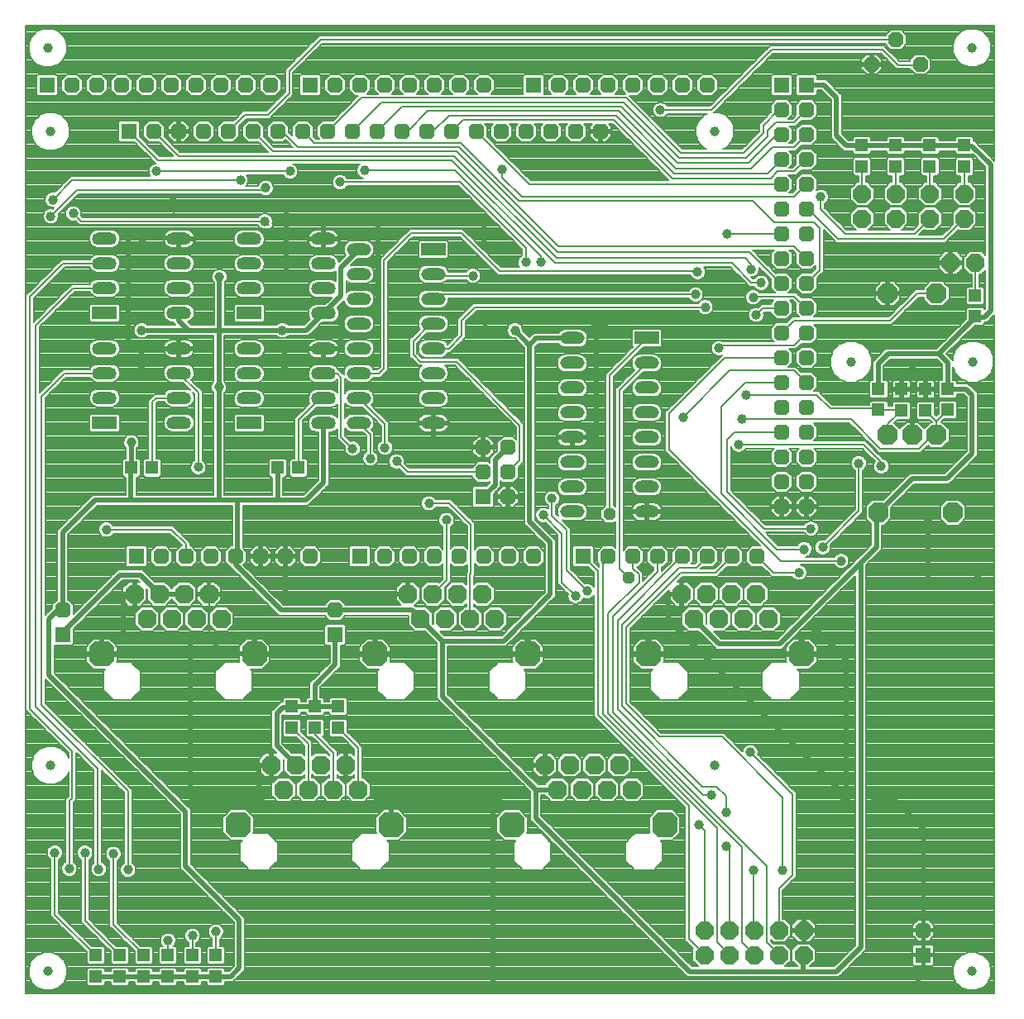
<source format=gbl>
%FSLAX35Y35*%
%MOIN*%
%IN2=KupferuntenL1(X.GBL)*%
%ADD10C,0.00591*%
%ADD11C,0.00512*%
%ADD12C,0.00614*%
%ADD13C,0.00768*%
%ADD14C,0.00787*%
%ADD15C,0.01181*%
%ADD16C,0.01280*%
%ADD17C,0.01575*%
%ADD18C,0.01969*%
%ADD19C,0.02362*%
%ADD20C,0.02795*%
%ADD21C,0.03937*%
%ADD22C,0.12205*%
%ADD23C,0.13780*%
%ADD24C,0.14173*%
%AMR_25*21,1,0.00787,0.00787,0,0,0.000*%
%ADD25R_25*%
%AMR_26*21,1,0.01575,0.01575,0,0,0.000*%
%ADD26R_26*%
%AMR_27*21,1,0.01870,0.01870,0,0,0.000*%
%ADD27R_27*%
%AMR_28*21,1,0.01969,0.01969,0,0,0.000*%
%ADD28R_28*%
%AMR_29*21,1,0.02559,0.02559,0,0,0.000*%
%ADD29R_29*%
%AMR_30*21,1,0.04587,0.05433,0,0,90.000*%
%ADD30R_30*%
%AMR_31*21,1,0.05000,0.05000,0,0,0.000*%
%ADD31R_31*%
%AMR_32*21,1,0.05000,0.05000,0,0,90.000*%
%ADD32R_32*%
%AMR_33*21,1,0.05000,0.05000,0,0,270.000*%
%ADD33R_33*%
%AMR_34*21,1,0.05000,0.09843,0,0,270.000*%
%ADD34R_34*%
%AMR_35*21,1,0.05000,0.10000,0,0,90.000*%
%ADD35R_35*%
%AMR_36*21,1,0.12205,0.05118,0,0,90.000*%
%ADD36R_36*%
%AMR_37*21,1,0.12205,0.05118,0,0,180.000*%
%ADD37R_37*%
%AMR_38*21,1,0.19685,0.19685,0,0,0.000*%
%ADD38R_38*%
%AMOCT_39*4,1,8,0.023622,0.011811,0.011811,0.023622,-0.011811,0.023622,-0.023622,0.011811,-0.023622,-0.011811,-0.011811,-0.023622,0.011811,-0.023622,0.023622,-0.011811,0.023622,0.011811,0.000*%
%ADD39OCT_39*%
%AMOCT_40*4,1,8,0.029528,0.014764,0.014764,0.029528,-0.014764,0.029528,-0.029528,0.014764,-0.029528,-0.014764,-0.014764,-0.029528,0.014764,-0.029528,0.029528,-0.014764,0.029528,0.014764,0.000*%
%ADD40OCT_40*%
%AMOCT_41*4,1,8,0.031496,0.015748,0.015748,0.031496,-0.015748,0.031496,-0.031496,0.015748,-0.031496,-0.015748,-0.015748,-0.031496,0.015748,-0.031496,0.031496,-0.015748,0.031496,0.015748,-0.000*%
%ADD41OCT_41*%
%AMOCT_42*4,1,8,0.031496,0.015748,0.015748,0.031496,-0.015748,0.031496,-0.031496,0.015748,-0.031496,-0.015748,-0.015748,-0.031496,0.015748,-0.031496,0.031496,-0.015748,0.031496,0.015748,90.000*%
%ADD42OCT_42*%
%AMOCT_43*4,1,8,0.031496,0.015748,0.015748,0.031496,-0.015748,0.031496,-0.031496,0.015748,-0.031496,-0.015748,-0.015748,-0.031496,0.015748,-0.031496,0.031496,-0.015748,0.031496,0.015748,270.000*%
%ADD43OCT_43*%
%AMOCT_44*4,1,8,0.035433,0.017717,0.017717,0.035433,-0.017717,0.035433,-0.035433,0.017717,-0.035433,-0.017717,-0.017717,-0.035433,0.017717,-0.035433,0.035433,-0.017717,0.035433,0.017717,-0.000*%
%ADD44OCT_44*%
%AMOCT_45*4,1,8,0.035433,0.017717,0.017717,0.035433,-0.017717,0.035433,-0.035433,0.017717,-0.035433,-0.017717,-0.017717,-0.035433,0.017717,-0.035433,0.035433,-0.017717,0.035433,0.017717,180.000*%
%ADD45OCT_45*%
%AMOCT_46*4,1,8,0.035433,0.017717,0.017717,0.035433,-0.017717,0.035433,-0.035433,0.017717,-0.035433,-0.017717,-0.017717,-0.035433,0.017717,-0.035433,0.035433,-0.017717,0.035433,0.017717,270.000*%
%ADD46OCT_46*%
%AMOCT_47*4,1,8,0.037402,0.018701,0.018701,0.037402,-0.018701,0.037402,-0.037402,0.018701,-0.037402,-0.018701,-0.018701,-0.037402,0.018701,-0.037402,0.037402,-0.018701,0.037402,0.018701,180.000*%
%ADD47OCT_47*%
%AMOCT_48*4,1,8,0.039370,0.019685,0.019685,0.039370,-0.019685,0.039370,-0.039370,0.019685,-0.039370,-0.019685,-0.019685,-0.039370,0.019685,-0.039370,0.039370,-0.019685,0.039370,0.019685,0.000*%
%ADD48OCT_48*%
%AMOCT_49*4,1,8,0.051181,0.025591,0.025591,0.051181,-0.025591,0.051181,-0.051181,0.025591,-0.051181,-0.025591,-0.025591,-0.051181,0.025591,-0.051181,0.051181,-0.025591,0.051181,0.025591,180.000*%
%ADD49OCT_49*%
%AMOCT_50*4,1,8,0.063976,0.031988,0.031988,0.063976,-0.031988,0.063976,-0.063976,0.031988,-0.063976,-0.031988,-0.031988,-0.063976,0.031988,-0.063976,0.063976,-0.031988,0.063976,0.031988,180.000*%
%ADD50OCT_50*%
%AMO_51*20,1,0.03937,-0.00787,0.00000,0.00787,0.00000,0*1,1,0.03937,-0.00787,0.00000*1,1,0.03937,0.00787,0.00000*%
%ADD51O_51*%
%AMO_52*20,1,0.05000,-0.02421,0.00000,0.02421,0.00000,0*1,1,0.05000,-0.02421,0.00000*1,1,0.05000,0.02421,0.00000*%
%ADD52O_52*%
%AMO_53*20,1,0.05000,0.02500,0.00000,-0.02500,0.00000,0*1,1,0.05000,0.02500,0.00000*1,1,0.05000,-0.02500,0.00000*%
%ADD53O_53*%
%AMRR_54*21,1,0.06299,0.05039,0,0,-0.000*21,1,0.05039,0.06299,0,0,-0.000*1,1,0.01260,0.02520,0.02520*1,1,0.01260,-0.02520,-0.02520*1,1,0.01260,0.02520,-0.02520*1,1,0.01260,-0.02520,0.02520*%
%ADD54RR_54*%
%AMRR_55*21,1,0.06299,0.05039,0,0,90.000*21,1,0.05039,0.06299,0,0,90.000*1,1,0.01260,-0.02520,0.02520*1,1,0.01260,0.02520,-0.02520*1,1,0.01260,0.02520,0.02520*1,1,0.01260,-0.02520,-0.02520*%
%ADD55RR_55*%
%AMRR_56*21,1,0.06299,0.05039,0,0,270.000*21,1,0.05039,0.06299,0,0,270.000*1,1,0.01260,0.02520,-0.02520*1,1,0.01260,-0.02520,0.02520*1,1,0.01260,-0.02520,-0.02520*1,1,0.01260,0.02520,0.02520*%
%ADD56RR_56*%
G54D10*
X368955Y196081D02*
X366218Y193344D01*
X365243Y194318D01*
X367980Y197055D01*
X368955Y196081D01*
X365666Y193895D02*
X366769Y193895D01*
X365371Y194446D02*
X367320Y194446D01*
X365922Y194997D02*
X367871Y194997D01*
X366474Y195548D02*
X368422Y195548D01*
X367025Y196099D02*
X368936Y196099D01*
X367576Y196651D02*
X368385Y196651D01*
X368624Y195750D02*
X366926Y194052D01*
X365952Y195027D01*
X367650Y196725D01*
X368624Y195750D01*
X366375Y194603D02*
X367477Y194603D01*
X366080Y195155D02*
X368029Y195155D01*
X366631Y195706D02*
X368580Y195706D01*
X367182Y196257D02*
X368118Y196257D01*
X62729Y319396D02*
X62349Y319776D01*
X63323Y320751D01*
X63703Y320371D01*
X62729Y319396D01*
X62520Y319947D02*
X63280Y319947D01*
X63071Y320499D02*
X63575Y320499D01*
X63703Y318979D02*
X61375Y316651D01*
X60401Y317625D01*
X62729Y319953D01*
X63703Y318979D01*
X60824Y317202D02*
X61926Y317202D01*
X60529Y317753D02*
X62477Y317753D01*
X61080Y318304D02*
X63029Y318304D01*
X61631Y318855D02*
X63580Y318855D01*
X62182Y319407D02*
X63275Y319407D01*
X364500Y193018D02*
X363175Y194343D01*
X364150Y195318D01*
X365475Y193993D01*
X364500Y193018D01*
X363949Y193570D02*
X365052Y193570D01*
X363398Y194121D02*
X365347Y194121D01*
X363504Y194672D02*
X364796Y194672D01*
X364055Y195223D02*
X364244Y195223D01*
X332601Y80199D02*
X330942Y78540D01*
X329968Y79515D01*
X331626Y81174D01*
X332601Y80199D01*
X330391Y79092D02*
X331493Y79092D01*
X330096Y79643D02*
X332044Y79643D01*
X330647Y80194D02*
X332595Y80194D01*
X331198Y80745D02*
X332055Y80745D01*
X366509Y193635D02*
X366286Y193412D01*
X365312Y194386D01*
X365534Y194609D01*
X366509Y193635D01*
X365735Y193963D02*
X366180Y193963D01*
X365440Y194514D02*
X365629Y194514D01*
X61931Y320194D02*
X59997Y322128D01*
X60971Y323103D01*
X62905Y321168D01*
X61931Y320194D01*
X61380Y320745D02*
X62482Y320745D01*
X60829Y321296D02*
X62777Y321296D01*
X60278Y321847D02*
X62226Y321847D01*
X60267Y322399D02*
X61675Y322399D01*
X60818Y322950D02*
X61124Y322950D01*
X362758Y194761D02*
X361768Y195750D01*
X362743Y196725D01*
X363732Y195735D01*
X362758Y194761D01*
X362207Y195312D02*
X363309Y195312D01*
X361881Y195863D02*
X363604Y195863D01*
X362432Y196414D02*
X363053Y196414D01*
X330524Y78123D02*
X330374Y77972D01*
X329399Y78946D01*
X329550Y79097D01*
X330524Y78123D01*
X329822Y78523D02*
X330124Y78523D01*
X329527Y79074D02*
X329573Y79074D01*
G54D14*
X130748Y88926D02*
X130748Y78730D01*
X95747Y93848D02*
X95708Y93887D01*
X130748Y93953D02*
X130748Y88926D01*
X95748Y93848D02*
X95747Y93848D01*
X75551Y157824D02*
X75551Y162746D01*
X356535Y388333D02*
X356365Y388504D01*
X355656Y389212D01*
X354948Y389921D01*
X354367Y390502D01*
X350435Y390502D01*
X348267Y388333D02*
X348437Y388504D01*
X349146Y389212D01*
X349855Y389921D01*
X350435Y390502D01*
X348267Y387943D02*
X348267Y388333D01*
X348267Y387943D02*
X119819Y387943D01*
X118897Y387020D02*
X118963Y387087D01*
X119672Y387795D01*
X119819Y387943D01*
X118897Y387020D02*
X118897Y387020D01*
X107260Y375384D02*
X107625Y375748D01*
X108333Y376457D01*
X109042Y377165D01*
X109751Y377874D01*
X110459Y378583D01*
X111168Y379291D01*
X111877Y380000D01*
X112585Y380709D01*
X113294Y381417D01*
X114003Y382126D01*
X114711Y382835D01*
X115420Y383543D01*
X116129Y384252D01*
X116837Y384961D01*
X117546Y385669D01*
X118255Y386378D01*
X118897Y387020D01*
X107260Y375384D02*
X107260Y375384D01*
X106338Y374461D02*
X106916Y375039D01*
X107260Y375384D01*
X106338Y365406D02*
X106338Y365827D01*
X106338Y366535D01*
X106338Y367244D01*
X106338Y367953D01*
X106338Y368661D01*
X106338Y369370D01*
X106338Y370079D01*
X106338Y370787D01*
X106338Y371496D01*
X106338Y372205D01*
X106338Y372913D01*
X106338Y373622D01*
X106338Y374331D01*
X106338Y374461D01*
X98599Y357667D02*
X98963Y358031D01*
X99672Y358740D01*
X100381Y359449D01*
X101089Y360157D01*
X101798Y360866D01*
X102506Y361575D01*
X103215Y362283D01*
X103924Y362992D01*
X104632Y363701D01*
X105341Y364409D01*
X106050Y365118D01*
X106338Y365406D01*
X98599Y357667D02*
X89347Y357667D01*
X88424Y356744D02*
X89003Y357323D01*
X89347Y357667D01*
X88424Y356705D02*
X88424Y356744D01*
X85430Y353711D02*
X85499Y353779D01*
X86207Y354488D01*
X86916Y355197D01*
X87625Y355905D01*
X88333Y356614D01*
X88424Y356705D01*
X85430Y353711D02*
X85410Y353730D01*
X81282Y353730D01*
X79015Y351463D02*
X79205Y351653D01*
X79914Y352362D01*
X80622Y353071D01*
X81282Y353730D01*
X79015Y347335D02*
X79015Y347401D01*
X79015Y348110D01*
X79015Y348819D01*
X79015Y349527D01*
X79015Y350236D01*
X79015Y350945D01*
X79015Y351463D01*
X81282Y345068D02*
X81074Y345275D01*
X80366Y345984D01*
X79657Y346693D01*
X79015Y347335D01*
X81282Y345068D02*
X85410Y345068D01*
X85618Y345275D01*
X86326Y345984D01*
X87035Y346693D01*
X87677Y347335D01*
X87677Y347401D01*
X87677Y348110D01*
X87677Y348819D01*
X87677Y349527D01*
X87677Y350236D01*
X87677Y350945D01*
X87677Y351463D01*
X87657Y351483D01*
X87828Y351653D01*
X88537Y352362D01*
X89245Y353071D01*
X89954Y353779D01*
X90652Y354477D01*
X90652Y354477D01*
X90663Y354488D01*
X90691Y354517D01*
X99904Y354517D01*
X100584Y355197D01*
X100827Y355440D01*
X100827Y355440D01*
X101293Y355905D01*
X102001Y356614D01*
X102710Y357323D01*
X103419Y358031D01*
X104127Y358740D01*
X104836Y359449D01*
X105544Y360157D01*
X106253Y360866D01*
X106962Y361575D01*
X107670Y362283D01*
X108379Y362992D01*
X108565Y363178D01*
X108565Y363178D01*
X109088Y363701D01*
X109488Y364101D01*
X109488Y364409D01*
X109488Y365118D01*
X109488Y365827D01*
X109488Y366535D01*
X109488Y367244D01*
X109488Y367953D01*
X109488Y368661D01*
X109488Y369370D01*
X109488Y370079D01*
X109488Y370787D01*
X109488Y371496D01*
X109488Y372205D01*
X109488Y372913D01*
X109488Y373156D01*
X109954Y373622D01*
X110663Y374331D01*
X111371Y375039D01*
X112080Y375748D01*
X112789Y376457D01*
X113497Y377165D01*
X114206Y377874D01*
X114915Y378583D01*
X115623Y379291D01*
X116332Y380000D01*
X117041Y380709D01*
X117749Y381417D01*
X118458Y382126D01*
X119167Y382835D01*
X119875Y383543D01*
X120584Y384252D01*
X121124Y384792D01*
X348267Y384792D01*
X348267Y384402D02*
X348267Y384792D01*
X350435Y382233D02*
X349834Y382835D01*
X349125Y383543D01*
X348417Y384252D01*
X348267Y384402D01*
X350435Y382233D02*
X354367Y382233D01*
X354968Y382835D01*
X355677Y383543D01*
X356385Y384252D01*
X356535Y384402D01*
X356535Y384961D01*
X356535Y385669D01*
X356535Y386378D01*
X356535Y387087D01*
X356535Y387795D01*
X356535Y388333D01*
X387553Y389703D02*
X386960Y389921D01*
X385036Y390630D01*
X384635Y390777D01*
X381564Y390777D01*
X378647Y389703D02*
X379240Y389921D01*
X381164Y390630D01*
X381564Y390777D01*
X376497Y387553D02*
X376739Y387795D01*
X377448Y388504D01*
X378157Y389212D01*
X378647Y389703D01*
X375422Y384635D02*
X375542Y384961D01*
X375803Y385669D01*
X376064Y386378D01*
X376325Y387087D01*
X376497Y387553D01*
X375422Y381564D02*
X375422Y382126D01*
X375422Y382835D01*
X375422Y383543D01*
X375422Y384252D01*
X375422Y384635D01*
X376497Y378647D02*
X376260Y379291D01*
X375999Y380000D01*
X375738Y380709D01*
X375477Y381417D01*
X375422Y381564D01*
X378647Y376497D02*
X377979Y377165D01*
X377270Y377874D01*
X376562Y378583D01*
X376497Y378647D01*
X381564Y375422D02*
X380681Y375748D01*
X378757Y376457D01*
X378647Y376497D01*
X381564Y375422D02*
X384635Y375422D01*
X385519Y375748D01*
X387443Y376457D01*
X387553Y376497D01*
X388221Y377165D01*
X388930Y377874D01*
X389638Y378583D01*
X389703Y378647D01*
X389940Y379291D01*
X390201Y380000D01*
X390462Y380709D01*
X390723Y381417D01*
X390777Y381564D01*
X390777Y382126D01*
X390777Y382835D01*
X390777Y383543D01*
X390777Y384252D01*
X390777Y384635D01*
X390658Y384961D01*
X390397Y385669D01*
X390136Y386378D01*
X389874Y387087D01*
X389703Y387553D01*
X389460Y387795D01*
X388752Y388504D01*
X388043Y389212D01*
X387553Y389703D01*
X15053Y389703D02*
X14460Y389921D01*
X12536Y390630D01*
X12135Y390777D01*
X9064Y390777D01*
X6147Y389703D02*
X6740Y389921D01*
X8664Y390630D01*
X9064Y390777D01*
X3997Y387553D02*
X4239Y387795D01*
X4948Y388504D01*
X5657Y389212D01*
X6147Y389703D01*
X2922Y384635D02*
X3042Y384961D01*
X3303Y385669D01*
X3564Y386378D01*
X3825Y387087D01*
X3997Y387553D01*
X2922Y381564D02*
X2922Y382126D01*
X2922Y382835D01*
X2922Y383543D01*
X2922Y384252D01*
X2922Y384635D01*
X3997Y378647D02*
X3760Y379291D01*
X3499Y380000D01*
X3238Y380709D01*
X2977Y381417D01*
X2922Y381564D01*
X6147Y376497D02*
X5479Y377165D01*
X4770Y377874D01*
X4062Y378583D01*
X3997Y378647D01*
X9064Y375422D02*
X8181Y375748D01*
X6257Y376457D01*
X6147Y376497D01*
X9064Y375422D02*
X12135Y375422D01*
X13019Y375748D01*
X14943Y376457D01*
X15053Y376497D01*
X15721Y377165D01*
X16430Y377874D01*
X17138Y378583D01*
X17203Y378647D01*
X17440Y379291D01*
X17701Y380000D01*
X17962Y380709D01*
X18223Y381417D01*
X18277Y381564D01*
X18277Y382126D01*
X18277Y382835D01*
X18277Y383543D01*
X18277Y384252D01*
X18277Y384635D01*
X18158Y384961D01*
X17897Y385669D01*
X17636Y386378D01*
X17374Y387087D01*
X17203Y387553D01*
X16960Y387795D01*
X16252Y388504D01*
X15543Y389212D01*
X15053Y389703D01*
X392125Y337541D02*
X392125Y338189D01*
X392125Y338898D01*
X392125Y339606D01*
X392125Y340315D01*
X392125Y341024D01*
X392125Y341732D01*
X392125Y342441D01*
X392125Y343150D01*
X392125Y343858D01*
X392125Y344567D01*
X392125Y345275D01*
X392125Y345984D01*
X392125Y346693D01*
X392125Y347401D01*
X392125Y348110D01*
X392125Y348819D01*
X392125Y349527D01*
X392125Y350236D01*
X392125Y350945D01*
X392125Y351653D01*
X392125Y352362D01*
X392125Y353071D01*
X392125Y353779D01*
X392125Y354488D01*
X392125Y355197D01*
X392125Y355905D01*
X392125Y356614D01*
X392125Y357323D01*
X392125Y358031D01*
X392125Y358740D01*
X392125Y359449D01*
X392125Y360157D01*
X392125Y360866D01*
X392125Y361575D01*
X392125Y362283D01*
X392125Y362992D01*
X392125Y363701D01*
X392125Y364409D01*
X392125Y365118D01*
X392125Y365827D01*
X392125Y366535D01*
X392125Y367244D01*
X392125Y367953D01*
X392125Y368661D01*
X392125Y369370D01*
X392125Y370079D01*
X392125Y370787D01*
X392125Y371496D01*
X392125Y372205D01*
X392125Y372913D01*
X392125Y373622D01*
X392125Y374331D01*
X392125Y375039D01*
X392125Y375748D01*
X392125Y376457D01*
X392125Y377165D01*
X392125Y377874D01*
X392125Y378583D01*
X392125Y379291D01*
X392125Y380000D01*
X392125Y380709D01*
X392125Y381417D01*
X392125Y382126D01*
X392125Y382835D01*
X392125Y383543D01*
X392125Y384252D01*
X392125Y384961D01*
X392125Y385669D01*
X392125Y386378D01*
X392125Y387087D01*
X392125Y387795D01*
X392125Y388504D01*
X392125Y389212D01*
X392125Y389921D01*
X392125Y390630D01*
X392125Y391338D01*
X392125Y392047D01*
X392125Y392125D01*
X392125Y337541D02*
X391487Y338179D01*
X391487Y338179D01*
X391477Y338189D01*
X390769Y338898D01*
X390060Y339606D01*
X389351Y340315D01*
X388643Y341024D01*
X387934Y341732D01*
X387225Y342441D01*
X386517Y343150D01*
X385808Y343858D01*
X385099Y344567D01*
X384673Y344993D01*
X384413Y345275D01*
X384097Y345620D01*
X384044Y345622D01*
X384007Y345659D01*
X383642Y345659D01*
X383642Y345984D01*
X383642Y346615D01*
X383564Y346693D01*
X382950Y347307D01*
X376971Y347307D01*
X376279Y346615D02*
X376356Y346693D01*
X376971Y347307D01*
X376279Y345792D02*
X376279Y345984D01*
X376279Y346615D01*
X376279Y345792D02*
X369862Y345792D01*
X369862Y345984D01*
X369862Y346615D01*
X369785Y346693D01*
X369170Y347307D01*
X363191Y347307D01*
X362499Y346615D02*
X362577Y346693D01*
X363191Y347307D01*
X362499Y345792D02*
X362499Y345984D01*
X362499Y346615D01*
X362499Y345792D02*
X356083Y345792D01*
X356083Y345984D01*
X356083Y346615D01*
X356005Y346693D01*
X355390Y347307D01*
X349412Y347307D01*
X348720Y346615D02*
X348797Y346693D01*
X349412Y347307D01*
X348720Y345792D02*
X348720Y345984D01*
X348720Y346615D01*
X348720Y345792D02*
X342500Y345792D01*
X342500Y345984D01*
X342500Y346615D01*
X342422Y346693D01*
X341808Y347307D01*
X335829Y347307D01*
X335137Y346615D02*
X335214Y346693D01*
X335829Y347307D01*
X335137Y345792D02*
X335137Y345984D01*
X335137Y346615D01*
X335137Y345792D02*
X333284Y345792D01*
X333091Y345984D01*
X332383Y346693D01*
X331674Y347401D01*
X330965Y348110D01*
X330551Y348525D01*
X330551Y348819D01*
X330551Y349527D01*
X330551Y350236D01*
X330551Y350945D01*
X330551Y351653D01*
X330551Y352362D01*
X330551Y353071D01*
X330551Y353779D01*
X330551Y354488D01*
X330551Y355197D01*
X330551Y355905D01*
X330551Y356614D01*
X330551Y357323D01*
X330551Y358031D01*
X330551Y358740D01*
X330551Y359449D01*
X330551Y360157D01*
X330551Y360866D01*
X330551Y361575D01*
X330551Y362283D01*
X330551Y362992D01*
X330551Y363701D01*
X330551Y364076D01*
X330217Y364409D01*
X329509Y365118D01*
X329282Y365344D01*
X329282Y365344D01*
X328800Y365827D01*
X328091Y366535D01*
X327383Y367244D01*
X326674Y367953D01*
X325965Y368661D01*
X325630Y368997D01*
X325630Y368997D01*
X325257Y369370D01*
X324548Y370079D01*
X324361Y370266D01*
X320709Y370266D01*
X320709Y370787D01*
X320709Y371496D01*
X320709Y371739D01*
X320243Y372205D01*
X320016Y372431D01*
X312738Y372431D01*
X312046Y371739D02*
X312512Y372205D01*
X312738Y372431D01*
X312046Y364461D02*
X312046Y365118D01*
X312046Y365827D01*
X312046Y366535D01*
X312046Y367244D01*
X312046Y367953D01*
X312046Y368661D01*
X312046Y369370D01*
X312046Y370079D01*
X312046Y370787D01*
X312046Y371496D01*
X312046Y371739D01*
X312738Y363769D02*
X312098Y364409D01*
X312046Y364461D01*
X312738Y363769D02*
X320016Y363769D01*
X320657Y364409D01*
X320709Y364461D01*
X320709Y365118D01*
X320709Y365827D01*
X320709Y365934D01*
X322567Y365934D01*
X326220Y362282D02*
X326218Y362283D01*
X325509Y362992D01*
X324800Y363701D01*
X324092Y364409D01*
X323383Y365118D01*
X322674Y365827D01*
X322567Y365934D01*
X326220Y346730D02*
X326220Y347401D01*
X326220Y348110D01*
X326220Y348819D01*
X326220Y349527D01*
X326220Y350236D01*
X326220Y350945D01*
X326220Y351653D01*
X326220Y352362D01*
X326220Y353071D01*
X326220Y353779D01*
X326220Y354488D01*
X326220Y355197D01*
X326220Y355905D01*
X326220Y356614D01*
X326220Y357323D01*
X326220Y358031D01*
X326220Y358740D01*
X326220Y359449D01*
X326220Y360157D01*
X326220Y360866D01*
X326220Y361575D01*
X326220Y362282D01*
X327488Y345462D02*
X326966Y345984D01*
X326257Y346693D01*
X326220Y346730D01*
X327488Y345462D02*
X327488Y345462D01*
X330221Y342729D02*
X329800Y343150D01*
X329092Y343858D01*
X328383Y344567D01*
X327674Y345275D01*
X327488Y345462D01*
X330221Y342729D02*
X330221Y342729D01*
X331490Y341460D02*
X331218Y341732D01*
X330509Y342441D01*
X330221Y342729D01*
X331490Y341460D02*
X335137Y341460D01*
X335137Y340636D02*
X335137Y341024D01*
X335137Y341460D01*
X335829Y339944D02*
X335459Y340315D01*
X335137Y340636D01*
X335829Y339944D02*
X341808Y339944D01*
X342178Y340315D01*
X342500Y340636D01*
X342500Y341024D01*
X342500Y341460D01*
X348720Y341460D01*
X348720Y340636D02*
X348720Y341024D01*
X348720Y341460D01*
X349412Y339944D02*
X349041Y340315D01*
X348720Y340636D01*
X349412Y339944D02*
X355390Y339944D01*
X355761Y340315D01*
X356083Y340636D01*
X356083Y341024D01*
X356083Y341460D01*
X362499Y341460D01*
X362499Y340636D02*
X362499Y341024D01*
X362499Y341460D01*
X363191Y339944D02*
X362821Y340315D01*
X362499Y340636D01*
X363191Y339944D02*
X369170Y339944D01*
X369540Y340315D01*
X369862Y340636D01*
X369862Y341024D01*
X369862Y341460D01*
X376279Y341460D01*
X376279Y340636D02*
X376279Y341024D01*
X376279Y341460D01*
X376971Y339944D02*
X376600Y340315D01*
X376279Y340636D01*
X376971Y339944D02*
X382950Y339944D01*
X383273Y340268D01*
X388424Y335116D02*
X388186Y335354D01*
X387478Y336063D01*
X386769Y336772D01*
X386060Y337480D01*
X385352Y338189D01*
X384643Y338898D01*
X383934Y339606D01*
X383273Y340268D01*
X388424Y299496D02*
X388424Y299921D01*
X388424Y300630D01*
X388424Y301338D01*
X388424Y302047D01*
X388424Y302756D01*
X388424Y303464D01*
X388424Y304173D01*
X388424Y304882D01*
X388424Y305590D01*
X388424Y306299D01*
X388424Y307008D01*
X388424Y307716D01*
X388424Y308425D01*
X388424Y309134D01*
X388424Y309842D01*
X388424Y310551D01*
X388424Y311260D01*
X388424Y311968D01*
X388424Y312677D01*
X388424Y313386D01*
X388424Y314094D01*
X388424Y314803D01*
X388424Y315512D01*
X388424Y316220D01*
X388424Y316929D01*
X388424Y317638D01*
X388424Y318346D01*
X388424Y319055D01*
X388424Y319764D01*
X388424Y320472D01*
X388424Y321181D01*
X388424Y321890D01*
X388424Y322598D01*
X388424Y323307D01*
X388424Y324016D01*
X388424Y324724D01*
X388424Y325433D01*
X388424Y326142D01*
X388424Y326850D01*
X388424Y327559D01*
X388424Y328268D01*
X388424Y328976D01*
X388424Y329685D01*
X388424Y330394D01*
X388424Y331102D01*
X388424Y331811D01*
X388424Y332520D01*
X388424Y333228D01*
X388424Y333937D01*
X388424Y334646D01*
X388424Y335116D01*
X388424Y299496D02*
X387999Y299921D01*
X387290Y300630D01*
X386749Y301171D01*
X382227Y301171D01*
X379763Y298707D02*
X380268Y299212D01*
X380977Y299921D01*
X381685Y300630D01*
X382227Y301171D01*
X379763Y294185D02*
X379763Y294252D01*
X379763Y294961D01*
X379763Y295669D01*
X379763Y296378D01*
X379763Y296446D02*
X379763Y297087D01*
X379763Y297795D01*
X379763Y298504D01*
X379763Y298707D01*
X382227Y291722D02*
X381822Y292126D01*
X381114Y292835D01*
X380405Y293543D01*
X379763Y294185D01*
X382227Y291722D02*
X382912Y291722D01*
X382912Y286742D02*
X382912Y287165D01*
X382912Y287874D01*
X382912Y288583D01*
X382912Y289291D01*
X382912Y290000D01*
X382912Y290709D01*
X382912Y291417D01*
X382912Y291722D01*
X382912Y286742D02*
X381498Y286742D01*
X380806Y286050D02*
X381213Y286457D01*
X381498Y286742D01*
X380806Y280071D02*
X380806Y280079D01*
X380806Y280787D01*
X380806Y281496D01*
X380806Y282205D01*
X380806Y282913D01*
X380806Y283622D01*
X380806Y284331D01*
X380806Y285039D01*
X380806Y285748D01*
X380806Y286050D01*
X381498Y279379D02*
X380806Y280071D01*
X381498Y279379D02*
X387477Y279379D01*
X388169Y280071D01*
X388169Y280079D01*
X388169Y280787D01*
X388169Y281496D01*
X388169Y282205D01*
X388169Y282913D01*
X388169Y283622D01*
X388169Y284331D01*
X388169Y285039D01*
X388169Y285748D01*
X388169Y286050D01*
X387763Y286457D01*
X387477Y286742D01*
X386063Y286742D01*
X386063Y287165D01*
X386063Y287874D01*
X386063Y288583D01*
X386063Y289291D01*
X386063Y290000D01*
X386063Y290709D01*
X386063Y291417D01*
X386063Y291722D01*
X386749Y291722D01*
X387153Y292126D01*
X387862Y292835D01*
X388424Y293397D01*
X388424Y277855D02*
X388424Y277953D01*
X388424Y278661D01*
X388424Y279370D01*
X388424Y280079D01*
X388424Y280787D01*
X388424Y281496D01*
X388424Y282205D01*
X388424Y282913D01*
X388424Y283622D01*
X388424Y284331D01*
X388424Y285039D01*
X388424Y285748D01*
X388424Y286457D01*
X388424Y287165D01*
X388424Y287874D01*
X388424Y288583D01*
X388424Y289291D01*
X388424Y290000D01*
X388424Y290709D01*
X388424Y291417D01*
X388424Y292126D01*
X388424Y292835D01*
X388424Y293397D01*
X388169Y277600D02*
X388424Y277855D01*
X388169Y277600D02*
X388169Y277650D01*
X387866Y277953D01*
X387477Y278342D01*
X381498Y278342D01*
X380806Y277650D02*
X381109Y277953D01*
X381498Y278342D01*
X380806Y273780D02*
X380806Y274409D01*
X380806Y275118D01*
X380806Y275827D01*
X380806Y276535D01*
X380806Y277244D01*
X380806Y277650D01*
X368827Y261801D02*
X369388Y262362D01*
X370097Y263071D01*
X370805Y263779D01*
X371514Y264488D01*
X372223Y265197D01*
X372931Y265905D01*
X373640Y266614D01*
X374348Y267323D01*
X375057Y268031D01*
X375766Y268740D01*
X376474Y269449D01*
X377183Y270157D01*
X377892Y270866D01*
X378600Y271575D01*
X379309Y272283D01*
X380018Y272992D01*
X380726Y273701D01*
X380806Y273780D01*
X368827Y261801D02*
X368827Y261801D01*
X368827Y261801D01*
X348354Y261801D01*
X347086Y260532D02*
X347498Y260945D01*
X348207Y261653D01*
X348354Y261801D01*
X347086Y260532D02*
X347086Y260532D01*
X344417Y257864D02*
X344663Y258110D01*
X345372Y258819D01*
X346081Y259527D01*
X346789Y260236D01*
X347086Y260532D01*
X344417Y257864D02*
X344417Y257864D01*
X343149Y256595D02*
X343246Y256693D01*
X343955Y257401D01*
X344417Y257864D01*
X343149Y249079D02*
X343149Y249606D01*
X343149Y250315D01*
X343149Y251024D01*
X343149Y251732D01*
X343149Y252441D01*
X343149Y253150D01*
X343149Y253858D01*
X343149Y254567D01*
X343149Y255275D01*
X343149Y255984D01*
X343149Y256595D01*
X343149Y249079D02*
X342522Y249079D01*
X341830Y248387D02*
X342340Y248898D01*
X342522Y249079D01*
X341830Y242408D02*
X341830Y242520D01*
X341830Y243228D01*
X341830Y243937D01*
X341830Y244646D01*
X341830Y245354D01*
X341830Y246063D01*
X341830Y246772D01*
X341830Y247480D01*
X341830Y248189D01*
X341830Y248387D01*
X342522Y241716D02*
X342427Y241811D01*
X341830Y242408D01*
X342522Y241716D02*
X348501Y241716D01*
X348596Y241811D01*
X349193Y242408D01*
X349193Y242520D01*
X349193Y243228D01*
X349193Y243937D01*
X349193Y244646D01*
X349193Y245354D01*
X349193Y246063D01*
X349193Y246772D01*
X349193Y247480D01*
X349193Y248189D01*
X349193Y248387D01*
X348682Y248898D01*
X348501Y249079D01*
X347480Y249079D01*
X347480Y249606D01*
X347480Y250315D01*
X347480Y251024D01*
X347480Y251732D01*
X347480Y252441D01*
X347480Y253150D01*
X347480Y253858D01*
X347480Y254567D01*
X347480Y254801D01*
X347954Y255275D01*
X348663Y255984D01*
X349372Y256693D01*
X350080Y257401D01*
X350149Y257470D01*
X368827Y257470D01*
X371101Y255195D02*
X371021Y255275D01*
X370312Y255984D01*
X369604Y256693D01*
X368895Y257401D01*
X368827Y257470D01*
X371101Y249079D02*
X371101Y249606D01*
X371101Y250315D01*
X371101Y251024D01*
X371101Y251732D01*
X371101Y252441D01*
X371101Y253150D01*
X371101Y253858D01*
X371101Y254567D01*
X371101Y255195D01*
X371101Y249079D02*
X370278Y249079D01*
X369586Y248387D02*
X370096Y248898D01*
X370278Y249079D01*
X369586Y242408D02*
X369586Y242520D01*
X369586Y243228D01*
X369586Y243937D01*
X369586Y244646D01*
X369586Y245354D01*
X369586Y246063D01*
X369586Y246772D01*
X369586Y247480D01*
X369586Y248189D01*
X369586Y248387D01*
X370278Y241716D02*
X370183Y241811D01*
X369586Y242408D01*
X370278Y241716D02*
X376257Y241716D01*
X376351Y241811D01*
X376949Y242408D01*
X376949Y242520D01*
X376949Y243228D01*
X376949Y243232D01*
X379786Y243232D01*
X379786Y243232D01*
X379915Y243232D01*
X380944Y242203D02*
X380627Y242520D01*
X379919Y243228D01*
X379915Y243232D01*
X380944Y220375D02*
X380944Y220551D01*
X380944Y221260D01*
X380944Y221968D01*
X380944Y222677D01*
X380944Y223386D01*
X380944Y224094D01*
X380944Y224803D01*
X380944Y225512D01*
X380944Y226220D01*
X380944Y226929D01*
X380944Y227638D01*
X380944Y228346D01*
X380944Y229055D01*
X380944Y229764D01*
X380944Y230472D01*
X380944Y231181D01*
X380944Y231890D01*
X380944Y232598D01*
X380944Y233307D01*
X380944Y234016D01*
X380944Y234724D01*
X380944Y235433D01*
X380944Y236142D01*
X380944Y236850D01*
X380944Y237559D01*
X380944Y238268D01*
X380944Y238976D01*
X380944Y239685D01*
X380944Y240394D01*
X380944Y241102D01*
X380944Y241811D01*
X380944Y242203D01*
X371976Y211407D02*
X372616Y212047D01*
X373325Y212756D01*
X374034Y213464D01*
X374742Y214173D01*
X375451Y214882D01*
X376160Y215590D01*
X376868Y216299D01*
X377577Y217008D01*
X378285Y217716D01*
X378994Y218425D01*
X379703Y219134D01*
X380411Y219842D01*
X380944Y220375D01*
X371976Y211407D02*
X358000Y211407D01*
X356731Y210139D02*
X357222Y210630D01*
X357931Y211338D01*
X358000Y211407D01*
X356731Y210139D02*
X356731Y210139D01*
X347370Y200777D02*
X348010Y201417D01*
X348719Y202126D01*
X349427Y202835D01*
X350136Y203543D01*
X350845Y204252D01*
X351553Y204961D01*
X352262Y205669D01*
X352971Y206378D01*
X353679Y207087D01*
X354388Y207795D01*
X355097Y208504D01*
X355805Y209212D01*
X356514Y209921D01*
X356731Y210139D01*
X347370Y200777D02*
X342857Y200777D01*
X340196Y198117D02*
X340662Y198583D01*
X341370Y199291D01*
X342079Y200000D01*
X342788Y200709D01*
X342857Y200777D01*
X340196Y193201D02*
X340196Y193622D01*
X340196Y194331D01*
X340196Y195039D01*
X340196Y195748D01*
X340196Y196457D01*
X340196Y197165D01*
X340196Y197874D01*
X340196Y198117D01*
X342361Y191036D02*
X341901Y191496D01*
X341192Y192205D01*
X340484Y192913D01*
X340196Y193201D01*
X342361Y182580D02*
X342361Y182992D01*
X342361Y183701D01*
X342361Y184409D01*
X342361Y185118D01*
X342361Y185827D01*
X342361Y186535D01*
X342361Y187244D01*
X342361Y187953D01*
X342361Y188661D01*
X342361Y189370D01*
X342361Y190079D01*
X342361Y190787D01*
X342361Y191036D01*
X337331Y177549D02*
X337813Y178031D01*
X338522Y178740D01*
X339230Y179449D01*
X339939Y180157D01*
X340648Y180866D01*
X341356Y181575D01*
X342065Y182283D01*
X342361Y182580D01*
X337331Y177549D02*
X337331Y177549D01*
X336062Y176280D02*
X336396Y176614D01*
X337104Y177323D01*
X337331Y177549D01*
X336062Y176280D02*
X336062Y176280D01*
X304654Y144872D02*
X305215Y145433D01*
X305923Y146142D01*
X306632Y146850D01*
X307341Y147559D01*
X308049Y148268D01*
X308758Y148976D01*
X309467Y149685D01*
X310175Y150394D01*
X310884Y151102D01*
X311593Y151811D01*
X312301Y152520D01*
X313010Y153228D01*
X313719Y153937D01*
X314427Y154646D01*
X315136Y155354D01*
X315845Y156063D01*
X316553Y156772D01*
X317262Y157480D01*
X317971Y158189D01*
X318679Y158898D01*
X319388Y159606D01*
X320097Y160315D01*
X320805Y161024D01*
X321514Y161732D01*
X322223Y162441D01*
X322931Y163150D01*
X323640Y163858D01*
X324348Y164567D01*
X325057Y165275D01*
X325766Y165984D01*
X326474Y166693D01*
X327183Y167401D01*
X327892Y168110D01*
X328600Y168819D01*
X329309Y169527D01*
X330018Y170236D01*
X330726Y170945D01*
X331435Y171653D01*
X332144Y172362D01*
X332852Y173071D01*
X333561Y173779D01*
X334270Y174488D01*
X334978Y175197D01*
X335687Y175905D01*
X336062Y176280D01*
X304654Y144872D02*
X281960Y144872D01*
X281399Y145433D01*
X280690Y146142D01*
X279981Y146850D01*
X279273Y147559D01*
X279008Y147824D01*
X283383Y147824D01*
X283826Y148268D01*
X284535Y148976D01*
X285244Y149685D01*
X285945Y150386D01*
X285945Y150394D01*
X285945Y151102D01*
X285945Y151811D01*
X285945Y152520D01*
X285945Y153228D01*
X285945Y153937D01*
X285945Y154646D01*
X285945Y155105D01*
X285696Y155354D01*
X284987Y156063D01*
X284278Y156772D01*
X283570Y157480D01*
X283383Y157667D01*
X278664Y157667D01*
X276101Y155105D02*
X276351Y155354D01*
X277059Y156063D01*
X277768Y156772D01*
X278477Y157480D01*
X278664Y157667D01*
X276101Y150730D02*
X276101Y151102D01*
X276101Y151811D01*
X276101Y152520D01*
X276101Y153228D01*
X276101Y153937D01*
X276101Y154646D01*
X276101Y155105D01*
X276101Y150730D02*
X275945Y150887D01*
X275945Y151102D01*
X275945Y151811D01*
X275945Y152520D01*
X275945Y153228D01*
X275945Y153937D01*
X275945Y154646D01*
X275945Y155105D01*
X275696Y155354D01*
X274987Y156063D01*
X274278Y156772D01*
X273570Y157480D01*
X273383Y157667D01*
X268664Y157667D01*
X266101Y155105D02*
X266351Y155354D01*
X267059Y156063D01*
X267768Y156772D01*
X268477Y157480D01*
X268664Y157667D01*
X266101Y150386D02*
X266101Y150394D01*
X266101Y151102D01*
X266101Y151811D01*
X266101Y152520D01*
X266101Y153228D01*
X266101Y153937D01*
X266101Y154646D01*
X266101Y155105D01*
X268664Y147824D02*
X268220Y148268D01*
X267511Y148976D01*
X266803Y149685D01*
X266101Y150386D01*
X268664Y147824D02*
X272882Y147824D01*
X278897Y141809D02*
X278816Y141890D01*
X278108Y142598D01*
X277399Y143307D01*
X276690Y144016D01*
X275982Y144724D01*
X275273Y145433D01*
X274564Y146142D01*
X273856Y146850D01*
X273147Y147559D01*
X272882Y147824D01*
X278897Y141809D02*
X278897Y141809D01*
X280165Y140540D02*
X279525Y141181D01*
X278897Y141809D01*
X280165Y140540D02*
X306448Y140540D01*
X307088Y141181D01*
X307716Y141809D01*
X307716Y141809D01*
X307797Y141890D01*
X308506Y142598D01*
X309214Y143307D01*
X309923Y144016D01*
X310632Y144724D01*
X311340Y145433D01*
X312049Y146142D01*
X312758Y146850D01*
X313466Y147559D01*
X314175Y148268D01*
X314884Y148976D01*
X315592Y149685D01*
X316301Y150394D01*
X317010Y151102D01*
X317718Y151811D01*
X318427Y152520D01*
X319136Y153228D01*
X319844Y153937D01*
X320553Y154646D01*
X321262Y155354D01*
X321970Y156063D01*
X322679Y156772D01*
X323388Y157480D01*
X324096Y158189D01*
X324805Y158898D01*
X325514Y159606D01*
X326222Y160315D01*
X326931Y161024D01*
X327639Y161732D01*
X328348Y162441D01*
X329057Y163150D01*
X329765Y163858D01*
X330474Y164567D01*
X331183Y165275D01*
X331891Y165984D01*
X332600Y166693D01*
X333309Y167401D01*
X334017Y168110D01*
X334726Y168819D01*
X335435Y169527D01*
X336062Y170155D01*
X336062Y21162D02*
X336062Y21417D01*
X336062Y22126D01*
X336062Y22835D01*
X336062Y23543D01*
X336062Y24252D01*
X336062Y24961D01*
X336062Y25669D01*
X336062Y26378D01*
X336062Y27087D01*
X336062Y27795D01*
X336062Y28504D01*
X336062Y29212D01*
X336062Y29921D01*
X336062Y30630D01*
X336062Y31338D01*
X336062Y32047D01*
X336062Y32756D01*
X336062Y33464D01*
X336062Y34173D01*
X336062Y34882D01*
X336062Y35590D01*
X336062Y36299D01*
X336062Y37008D01*
X336062Y37716D01*
X336062Y38425D01*
X336062Y39134D01*
X336062Y39842D01*
X336062Y40551D01*
X336062Y41260D01*
X336062Y41968D01*
X336062Y42677D01*
X336062Y43386D01*
X336062Y44094D01*
X336062Y44803D01*
X336062Y45512D01*
X336062Y46220D01*
X336062Y46929D01*
X336062Y47638D01*
X336062Y48346D01*
X336062Y49055D01*
X336062Y49764D01*
X336062Y50472D01*
X336062Y51181D01*
X336062Y51890D01*
X336062Y52598D01*
X336062Y53307D01*
X336062Y54016D01*
X336062Y54724D01*
X336062Y55433D01*
X336062Y56142D01*
X336062Y56850D01*
X336062Y57559D01*
X336062Y58268D01*
X336062Y58976D01*
X336062Y59685D01*
X336062Y60394D01*
X336062Y61102D01*
X336062Y61811D01*
X336062Y62520D01*
X336062Y63228D01*
X336062Y63937D01*
X336062Y64646D01*
X336062Y65354D01*
X336062Y66063D01*
X336062Y66772D01*
X336062Y67480D01*
X336062Y68189D01*
X336062Y68898D01*
X336062Y69606D01*
X336062Y70315D01*
X336062Y71024D01*
X336062Y71732D01*
X336062Y72441D01*
X336062Y73150D01*
X336062Y73858D01*
X336062Y74567D01*
X336062Y75275D01*
X336062Y75984D01*
X336062Y76693D01*
X336062Y77401D01*
X336062Y78110D01*
X336062Y78819D01*
X336062Y79527D01*
X336062Y80236D01*
X336062Y80895D02*
X336062Y80945D01*
X336062Y81653D01*
X336062Y82362D01*
X336062Y83071D01*
X336062Y83779D01*
X336062Y84488D01*
X336062Y85197D01*
X336062Y85905D01*
X336062Y86614D01*
X336062Y87323D01*
X336062Y88031D01*
X336062Y88740D01*
X336062Y89449D01*
X336062Y90157D01*
X336062Y90866D01*
X336062Y91575D01*
X336062Y92283D01*
X336062Y92992D01*
X336062Y93701D01*
X336062Y94409D01*
X336062Y95118D01*
X336062Y95827D01*
X336062Y96535D01*
X336062Y97244D01*
X336062Y97953D01*
X336062Y98661D01*
X336062Y99370D01*
X336062Y100079D01*
X336062Y100787D01*
X336062Y101496D01*
X336062Y102205D01*
X336062Y102913D01*
X336062Y103622D01*
X336062Y104331D01*
X336062Y105039D01*
X336062Y105748D01*
X336062Y106457D01*
X336062Y107165D01*
X336062Y107874D01*
X336062Y108583D01*
X336062Y109291D01*
X336062Y110000D01*
X336062Y110709D01*
X336062Y111417D01*
X336062Y112126D01*
X336062Y112835D01*
X336062Y113543D01*
X336062Y114252D01*
X336062Y114961D01*
X336062Y115669D01*
X336062Y116378D01*
X336062Y117087D01*
X336062Y117795D01*
X336062Y118504D01*
X336062Y119212D01*
X336062Y119921D01*
X336062Y120630D01*
X336062Y121338D01*
X336062Y122047D01*
X336062Y122756D01*
X336062Y123464D01*
X336062Y124173D01*
X336062Y124882D01*
X336062Y125590D01*
X336062Y126299D01*
X336062Y127008D01*
X336062Y127716D01*
X336062Y128425D01*
X336062Y129134D01*
X336062Y129842D01*
X336062Y130551D01*
X336062Y131260D01*
X336062Y131968D01*
X336062Y132677D01*
X336062Y133386D01*
X336062Y134094D01*
X336062Y134803D01*
X336062Y135512D01*
X336062Y136220D01*
X336062Y136929D01*
X336062Y137638D01*
X336062Y138346D01*
X336062Y139055D01*
X336062Y139764D01*
X336062Y140472D01*
X336062Y141181D01*
X336062Y141890D01*
X336062Y142598D01*
X336062Y143307D01*
X336062Y144016D01*
X336062Y144724D01*
X336062Y145433D01*
X336062Y146142D01*
X336062Y146850D01*
X336062Y147559D01*
X336062Y148268D01*
X336062Y148976D01*
X336062Y149685D01*
X336062Y150394D01*
X336062Y151102D01*
X336062Y151811D01*
X336062Y152520D01*
X336062Y153228D01*
X336062Y153937D01*
X336062Y154646D01*
X336062Y155354D01*
X336062Y156063D01*
X336062Y156772D01*
X336062Y157480D01*
X336062Y158189D01*
X336062Y158898D01*
X336062Y159606D01*
X336062Y160315D01*
X336062Y161024D01*
X336062Y161732D01*
X336062Y162441D01*
X336062Y163150D01*
X336062Y163858D01*
X336062Y164567D01*
X336062Y165275D01*
X336062Y165984D01*
X336062Y166693D01*
X336062Y167401D01*
X336062Y168110D01*
X336062Y168819D01*
X336062Y169527D01*
X336062Y170155D01*
X327488Y12588D02*
X327813Y12913D01*
X328522Y13622D01*
X329230Y14331D01*
X329939Y15039D01*
X330648Y15748D01*
X331356Y16457D01*
X332065Y17165D01*
X332774Y17874D01*
X333482Y18583D01*
X334191Y19291D01*
X334900Y20000D01*
X335608Y20709D01*
X336062Y21162D01*
X327488Y12588D02*
X317655Y12588D01*
X317980Y12913D01*
X318688Y13622D01*
X319397Y14331D01*
X319961Y14894D01*
X319961Y15039D01*
X319961Y15748D01*
X319961Y16457D01*
X319961Y17165D01*
X319961Y17874D01*
X319961Y18583D01*
X319961Y19291D01*
X319961Y19416D01*
X319377Y20000D01*
X318668Y20709D01*
X317959Y21417D01*
X317497Y21880D01*
X315236Y21880D02*
X312975Y21880D01*
X310511Y19416D02*
X311095Y20000D01*
X311803Y20709D01*
X312512Y21417D01*
X312975Y21880D01*
X310511Y14894D02*
X310511Y15039D01*
X310511Y15748D01*
X310511Y16457D01*
X310511Y17165D01*
X310511Y17874D01*
X310511Y18583D01*
X310511Y19291D01*
X310511Y19416D01*
X312816Y12588D02*
X312492Y12913D01*
X311783Y13622D01*
X311074Y14331D01*
X310511Y14894D01*
X312816Y12588D02*
X307655Y12588D01*
X307980Y12913D01*
X308688Y13622D01*
X309397Y14331D01*
X309961Y14894D01*
X309961Y15039D01*
X309961Y15748D01*
X309961Y16457D01*
X309961Y17165D01*
X309961Y17874D01*
X309961Y18583D01*
X309961Y19291D01*
X309961Y19416D01*
X309377Y20000D01*
X308668Y20709D01*
X307959Y21417D01*
X307497Y21880D01*
X303014Y21880D01*
X302768Y22126D01*
X302059Y22835D01*
X302008Y22886D01*
X302008Y23397D01*
X302975Y22430D02*
X302570Y22835D01*
X302008Y23397D01*
X302975Y22430D02*
X307497Y22430D01*
X307901Y22835D01*
X308610Y23543D01*
X309318Y24252D01*
X309961Y24894D01*
X309961Y24961D01*
X309961Y25669D01*
X309961Y26378D01*
X309961Y27087D01*
X309961Y27155D02*
X309961Y27795D01*
X309961Y28504D01*
X309961Y29212D01*
X309961Y29416D01*
X309455Y29921D01*
X308747Y30630D01*
X308038Y31338D01*
X307497Y31880D01*
X306811Y31880D01*
X306811Y32047D01*
X306811Y32756D01*
X306811Y33464D01*
X306811Y34173D01*
X306811Y34882D01*
X306811Y35590D01*
X306811Y36299D01*
X306811Y37008D01*
X306811Y37716D01*
X306811Y38425D01*
X306811Y39134D01*
X306811Y39842D01*
X306811Y40551D01*
X306811Y41260D01*
X306811Y41968D01*
X306811Y42677D01*
X306811Y43314D01*
X306883Y43386D01*
X306929Y43432D01*
X306929Y43432D01*
X307592Y44094D01*
X308300Y44803D01*
X309009Y45512D01*
X309718Y46220D01*
X310426Y46929D01*
X311135Y47638D01*
X311321Y47824D01*
X311321Y47824D01*
X311844Y48346D01*
X312244Y48747D01*
X312244Y49055D01*
X312244Y49764D01*
X312244Y50472D01*
X312244Y51181D01*
X312244Y51890D01*
X312244Y52598D01*
X312244Y53307D01*
X312244Y54016D01*
X312244Y54724D01*
X312244Y55433D01*
X312244Y56142D01*
X312244Y56850D01*
X312244Y57559D01*
X312244Y58268D01*
X312244Y58976D01*
X312244Y59685D01*
X312244Y60394D01*
X312244Y61102D01*
X312244Y61811D01*
X312244Y62520D01*
X312244Y63228D01*
X312244Y63937D01*
X312244Y64646D01*
X312244Y65354D01*
X312244Y66063D01*
X312244Y66772D01*
X312244Y67480D01*
X312244Y68189D01*
X312244Y68898D01*
X312244Y69606D01*
X312244Y70315D01*
X312244Y71024D01*
X312244Y71732D01*
X312244Y72441D01*
X312244Y73150D01*
X312244Y73858D01*
X312244Y74567D01*
X312244Y75275D01*
X312244Y75984D01*
X312244Y76693D01*
X312244Y77401D01*
X312244Y78110D01*
X312244Y78819D01*
X312244Y79527D01*
X312244Y80236D01*
X312244Y80945D01*
X312244Y81653D01*
X312244Y82362D01*
X312244Y82729D01*
X311902Y83071D01*
X311321Y83651D01*
X311321Y83651D01*
X311193Y83779D01*
X310485Y84488D01*
X309776Y85197D01*
X309067Y85905D01*
X308359Y86614D01*
X307650Y87323D01*
X306941Y88031D01*
X306233Y88740D01*
X305524Y89449D01*
X304815Y90157D01*
X304107Y90866D01*
X303398Y91575D01*
X302689Y92283D01*
X301981Y92992D01*
X301272Y93701D01*
X300563Y94409D01*
X299855Y95118D01*
X299146Y95827D01*
X298437Y96535D01*
X297729Y97244D01*
X297020Y97953D01*
X296811Y98162D01*
X296890Y98375D01*
X296890Y98661D01*
X296890Y99370D01*
X296890Y99635D01*
X296726Y100079D01*
X296465Y100787D01*
X296449Y100832D01*
X295785Y101496D01*
X295567Y101714D01*
X294370Y102155D01*
X293110Y102155D01*
X291913Y101714D02*
X293110Y102155D01*
X291031Y100832D02*
X291694Y101496D01*
X291913Y101714D01*
X290590Y99635D02*
X290753Y100079D01*
X291014Y100787D01*
X291031Y100832D01*
X290590Y99265D02*
X290590Y99370D01*
X290590Y99635D01*
X290590Y99265D02*
X290485Y99370D01*
X289776Y100079D01*
X289067Y100787D01*
X288359Y101496D01*
X287650Y102205D01*
X286941Y102913D01*
X286233Y103622D01*
X285524Y104331D01*
X284815Y105039D01*
X284107Y105748D01*
X283898Y105957D01*
X283898Y105957D01*
X283398Y106457D01*
X282975Y106880D01*
X257778Y106880D01*
X257493Y107165D01*
X256784Y107874D01*
X256075Y108583D01*
X255367Y109291D01*
X254658Y110000D01*
X253949Y110709D01*
X253241Y111417D01*
X252532Y112126D01*
X251823Y112835D01*
X251115Y113543D01*
X250406Y114252D01*
X249697Y114961D01*
X248989Y115669D01*
X248280Y116378D01*
X247571Y117087D01*
X246863Y117795D01*
X246154Y118504D01*
X245445Y119212D01*
X245315Y119343D01*
X245315Y119921D01*
X245315Y120630D01*
X245315Y121338D01*
X245315Y122047D01*
X245315Y122756D01*
X245315Y123464D01*
X245315Y124173D01*
X245315Y124882D01*
X245315Y125590D01*
X245315Y126299D01*
X245315Y127008D01*
X245315Y127716D01*
X245315Y128425D01*
X245315Y129134D01*
X245315Y129842D01*
X245315Y130551D01*
X245315Y131260D01*
X245315Y131968D01*
X245315Y132677D01*
X245315Y133386D01*
X245315Y134094D01*
X245315Y134803D01*
X245315Y135512D01*
X245315Y136220D01*
X245315Y136929D01*
X245315Y137638D01*
X245315Y138346D01*
X245315Y139055D01*
X245315Y139764D01*
X245315Y140472D01*
X245315Y141181D01*
X245315Y141890D01*
X245315Y142598D01*
X245315Y143307D01*
X245315Y144016D01*
X245315Y144724D01*
X245315Y145433D01*
X245315Y146142D01*
X245315Y146850D01*
X245315Y147559D01*
X245315Y148268D01*
X245315Y148747D01*
X245544Y148976D01*
X246253Y149685D01*
X246962Y150394D01*
X247670Y151102D01*
X248379Y151811D01*
X249088Y152520D01*
X249796Y153228D01*
X250505Y153937D01*
X251214Y154646D01*
X251922Y155354D01*
X252631Y156063D01*
X253340Y156772D01*
X254048Y157480D01*
X254757Y158189D01*
X255466Y158898D01*
X256174Y159606D01*
X256883Y160315D01*
X257592Y161024D01*
X258300Y161732D01*
X259009Y162441D01*
X259718Y163150D01*
X260426Y163858D01*
X261101Y164533D01*
X261101Y160386D02*
X261101Y161024D01*
X261101Y161732D01*
X261101Y162441D01*
X261101Y162746D02*
X261101Y163150D01*
X261101Y163858D01*
X261101Y164533D01*
X263664Y157824D02*
X263299Y158189D01*
X262590Y158898D01*
X261881Y159606D01*
X261173Y160315D01*
X261101Y160386D01*
X266023Y157824D02*
X268383Y157824D01*
X268748Y158189D01*
X269456Y158898D01*
X270165Y159606D01*
X270874Y160315D01*
X270945Y160386D01*
X270945Y161024D01*
X270945Y161732D01*
X270945Y162441D01*
X270945Y163150D01*
X270945Y163858D01*
X270945Y164567D01*
X270945Y165105D01*
X270774Y165275D01*
X270066Y165984D01*
X269357Y166693D01*
X268648Y167401D01*
X268383Y167667D01*
X266023Y167667D02*
X264235Y167667D01*
X264678Y168110D01*
X265387Y168819D01*
X266096Y169527D01*
X266439Y169871D01*
X280416Y169871D01*
X280781Y170236D01*
X281338Y170794D01*
X281338Y170794D01*
X281489Y170945D01*
X282198Y171653D01*
X282907Y172362D01*
X283615Y173071D01*
X284254Y173710D01*
X284353Y173611D02*
X284254Y173710D01*
X284353Y173611D02*
X288481Y173611D01*
X288649Y173779D01*
X289358Y174488D01*
X290066Y175197D01*
X290748Y175878D01*
X290748Y175905D01*
X290748Y176614D01*
X290748Y177323D01*
X290748Y178031D01*
X290748Y178740D01*
X290748Y179449D01*
X290748Y180007D01*
X290597Y180157D01*
X289888Y180866D01*
X289180Y181575D01*
X288481Y182274D01*
X284353Y182274D01*
X282086Y180007D02*
X282236Y180157D01*
X282945Y180866D01*
X283654Y181575D01*
X284353Y182274D01*
X282086Y175996D02*
X282086Y176614D01*
X282086Y177323D01*
X282086Y178031D01*
X282086Y178740D01*
X282086Y179449D01*
X282086Y180007D01*
X279111Y173022D02*
X279160Y173071D01*
X279869Y173779D01*
X280577Y174488D01*
X281286Y175197D01*
X281995Y175905D01*
X282086Y175996D01*
X279111Y173022D02*
X273724Y173022D01*
X273773Y173071D01*
X274333Y173631D01*
X274353Y173611D02*
X274333Y173631D01*
X274353Y173611D02*
X278481Y173611D01*
X278649Y173779D01*
X279358Y174488D01*
X280066Y175197D01*
X280748Y175878D01*
X280748Y175905D01*
X280748Y176614D01*
X280748Y177323D01*
X280748Y178031D01*
X280748Y178740D01*
X280748Y179449D01*
X280748Y180007D01*
X280597Y180157D01*
X279888Y180866D01*
X279180Y181575D01*
X278481Y182274D01*
X274353Y182274D01*
X272086Y180007D02*
X272236Y180157D01*
X272945Y180866D01*
X273654Y181575D01*
X274353Y182274D01*
X272086Y175878D02*
X272086Y175905D01*
X272086Y176614D01*
X272086Y177323D01*
X272086Y178031D01*
X272086Y178740D01*
X272086Y179449D01*
X272086Y180007D01*
X272105Y175859D02*
X272086Y175878D01*
X271237Y174990D02*
X271443Y175197D01*
X272105Y175859D01*
X271237Y174990D02*
X269860Y174990D01*
X270066Y175197D01*
X270748Y175878D01*
X270748Y175905D01*
X270748Y176614D01*
X270748Y177323D01*
X270748Y178031D01*
X270748Y178740D01*
X270748Y179449D01*
X270748Y180007D01*
X270597Y180157D01*
X269888Y180866D01*
X269180Y181575D01*
X268481Y182274D01*
X264353Y182274D01*
X262086Y180007D02*
X262236Y180157D01*
X262945Y180866D01*
X263654Y181575D01*
X264353Y182274D01*
X262086Y176094D02*
X262086Y176614D01*
X262086Y177323D01*
X262086Y178031D01*
X262086Y178740D01*
X262086Y179449D01*
X262086Y180007D01*
X257992Y172001D02*
X258353Y172362D01*
X259062Y173071D01*
X259771Y173779D01*
X260479Y174488D01*
X261188Y175197D01*
X261897Y175905D01*
X262086Y176094D01*
X257992Y172001D02*
X257992Y172362D01*
X257992Y172571D01*
X257992Y172571D01*
X257992Y173071D01*
X257992Y173611D01*
X258481Y173611D01*
X258649Y173779D01*
X259358Y174488D01*
X260066Y175197D01*
X260748Y175878D01*
X260748Y175905D01*
X260748Y176614D01*
X260748Y177323D01*
X260748Y178031D01*
X260748Y178740D01*
X260748Y179449D01*
X260748Y180007D01*
X260597Y180157D01*
X259888Y180866D01*
X259180Y181575D01*
X258481Y182274D01*
X254353Y182274D01*
X252086Y180007D02*
X252236Y180157D01*
X252945Y180866D01*
X253654Y181575D01*
X254353Y182274D01*
X252086Y175878D02*
X252086Y175905D01*
X252086Y176614D01*
X252086Y177323D01*
X252086Y178031D01*
X252086Y178740D01*
X252086Y179449D01*
X252086Y180007D01*
X254353Y173611D02*
X254185Y173779D01*
X253476Y174488D01*
X252767Y175197D01*
X252086Y175878D01*
X254353Y173611D02*
X254842Y173611D01*
X254842Y172571D02*
X254842Y173071D01*
X254842Y173611D01*
X254763Y172493D02*
X254842Y172571D01*
X254763Y172493D02*
X254763Y172493D01*
X250433Y168163D02*
X251089Y168819D01*
X251798Y169527D01*
X252506Y170236D01*
X253215Y170945D01*
X253924Y171653D01*
X254632Y172362D01*
X254763Y172493D01*
X250433Y168163D02*
X250433Y168819D01*
X250433Y169527D01*
X250433Y170236D01*
X250433Y170945D01*
X250433Y171311D01*
X250091Y171653D01*
X249510Y172234D01*
X249510Y172234D01*
X249382Y172362D01*
X248674Y173071D01*
X248133Y173611D01*
X248481Y173611D01*
X248649Y173779D01*
X249358Y174488D01*
X250066Y175197D01*
X250748Y175878D01*
X250748Y175905D01*
X250748Y176614D01*
X250748Y177323D01*
X250748Y178031D01*
X250748Y178740D01*
X250748Y179449D01*
X250748Y180007D01*
X250597Y180157D01*
X249888Y180866D01*
X249180Y181575D01*
X248481Y182274D01*
X244353Y182274D01*
X242559Y180480D02*
X242945Y180866D01*
X243654Y181575D01*
X244353Y182274D01*
X242559Y180480D02*
X242559Y180866D01*
X242559Y181575D01*
X242559Y182283D01*
X242559Y182992D01*
X242559Y183701D01*
X242559Y184409D01*
X242559Y185118D01*
X242559Y185827D01*
X242559Y186535D01*
X242559Y187244D01*
X242559Y187953D01*
X242559Y188661D01*
X242559Y189370D01*
X242559Y190079D01*
X242559Y190787D01*
X242559Y191496D01*
X242559Y192205D01*
X242559Y192913D01*
X242559Y193622D01*
X242559Y194331D01*
X242559Y195039D01*
X242559Y195748D01*
X242559Y196457D01*
X242559Y197165D01*
X242559Y197874D01*
X242559Y198583D01*
X242559Y199291D01*
X242559Y200000D01*
X242559Y200709D01*
X242559Y201417D01*
X242559Y202126D01*
X242559Y202835D01*
X242559Y203543D01*
X242559Y204252D01*
X242559Y204961D01*
X242559Y205669D01*
X242559Y206378D01*
X242559Y207087D01*
X242559Y207795D01*
X242559Y208504D01*
X242559Y209212D01*
X242559Y209921D01*
X242559Y210630D01*
X242559Y211338D01*
X242559Y212047D01*
X242559Y212756D01*
X242559Y213464D01*
X242559Y214173D01*
X242559Y214882D01*
X242559Y215590D01*
X242559Y216299D01*
X242559Y217008D01*
X242559Y217716D01*
X242559Y218425D01*
X242559Y219134D01*
X242559Y219842D01*
X242559Y220551D01*
X242559Y221260D01*
X242559Y221968D01*
X242559Y222677D01*
X242559Y223386D01*
X242559Y224094D01*
X242559Y224803D01*
X242559Y225512D01*
X242559Y226220D01*
X242559Y226929D01*
X242559Y227638D01*
X242559Y228346D01*
X242559Y229055D01*
X242559Y229764D01*
X242559Y230472D01*
X242559Y231181D01*
X242559Y231890D01*
X242559Y232598D01*
X242559Y233307D01*
X242559Y234016D01*
X242559Y234724D01*
X242559Y235433D01*
X242559Y236142D01*
X242559Y236850D01*
X242559Y237559D01*
X242559Y238268D01*
X242559Y238976D01*
X242559Y239685D01*
X242559Y240394D01*
X242559Y241102D01*
X242559Y241811D01*
X242559Y242520D01*
X242559Y243228D01*
X242559Y243937D01*
X242559Y244258D01*
X242946Y244646D01*
X243655Y245354D01*
X244363Y246063D01*
X245072Y246772D01*
X245781Y247480D01*
X246489Y248189D01*
X247198Y248898D01*
X247907Y249606D01*
X248615Y250315D01*
X249324Y251024D01*
X250033Y251732D01*
X250554Y252253D01*
X255165Y252253D01*
X255675Y252441D01*
X256564Y252768D01*
X256945Y253150D01*
X257595Y253799D01*
X257616Y253858D01*
X257878Y254567D01*
X258110Y255198D01*
X258110Y255275D01*
X258110Y255984D01*
X258110Y256671D01*
X258102Y256693D01*
X257841Y257401D01*
X257595Y258070D01*
X257554Y258110D01*
X256846Y258819D01*
X256564Y259101D01*
X255405Y259527D01*
X255165Y259616D01*
X248850Y259616D01*
X247451Y259101D02*
X248609Y259527D01*
X248850Y259616D01*
X246420Y258070D02*
X246460Y258110D01*
X247169Y258819D01*
X247451Y259101D01*
X245905Y256671D02*
X245913Y256693D01*
X246174Y257401D01*
X246420Y258070D01*
X245905Y255198D02*
X245905Y255275D01*
X245905Y255984D01*
X245905Y256671D01*
X246420Y253799D02*
X246398Y253858D01*
X246137Y254567D01*
X245905Y255198D01*
X247032Y253187D02*
X246420Y253799D01*
X240331Y246486D02*
X240617Y246772D01*
X241325Y247480D01*
X242034Y248189D01*
X242743Y248898D01*
X243451Y249606D01*
X244160Y250315D01*
X244869Y251024D01*
X245577Y251732D01*
X246286Y252441D01*
X246995Y253150D01*
X247032Y253187D01*
X240331Y246486D02*
X240331Y246486D01*
X239409Y245563D02*
X239908Y246063D01*
X240331Y246486D01*
X239409Y245524D02*
X239409Y245563D01*
X239409Y244219D02*
X239409Y244646D01*
X239409Y245354D01*
X239409Y245524D01*
X239409Y197921D02*
X239409Y198583D01*
X239409Y199291D01*
X239409Y200000D01*
X239409Y200709D01*
X239409Y201417D01*
X239409Y202126D01*
X239409Y202835D01*
X239409Y203543D01*
X239409Y204252D01*
X239409Y204961D01*
X239409Y205669D01*
X239409Y206378D01*
X239409Y207087D01*
X239409Y207795D01*
X239409Y208504D01*
X239409Y209212D01*
X239409Y209921D01*
X239409Y210630D01*
X239409Y211338D01*
X239409Y212047D01*
X239409Y212756D01*
X239409Y213464D01*
X239409Y214173D01*
X239409Y214882D01*
X239409Y215590D01*
X239409Y216299D01*
X239409Y217008D01*
X239409Y217716D01*
X239409Y218425D01*
X239409Y219134D01*
X239409Y219842D01*
X239409Y220551D01*
X239409Y221260D01*
X239409Y221968D01*
X239409Y222677D01*
X239409Y223386D01*
X239409Y224094D01*
X239409Y224803D01*
X239409Y225512D01*
X239409Y226220D01*
X239409Y226929D01*
X239409Y227638D01*
X239409Y228346D01*
X239409Y229055D01*
X239409Y229764D01*
X239409Y230472D01*
X239409Y231181D01*
X239409Y231890D01*
X239409Y232598D01*
X239409Y233307D01*
X239409Y234016D01*
X239409Y234724D01*
X239409Y235433D01*
X239409Y236142D01*
X239409Y236850D01*
X239409Y237559D01*
X239409Y238268D01*
X239409Y238976D01*
X239409Y239685D01*
X239409Y240394D01*
X239409Y241102D01*
X239409Y241811D01*
X239409Y242520D01*
X239409Y243228D01*
X239409Y243937D01*
X239409Y244219D01*
X239409Y197921D02*
X238747Y198583D01*
X238717Y198612D01*
X238622Y198612D01*
X238622Y199291D01*
X238622Y200000D01*
X238622Y200709D01*
X238622Y201417D01*
X238622Y202126D01*
X238622Y202835D01*
X238622Y203543D01*
X238622Y204252D01*
X238622Y204961D01*
X238622Y205669D01*
X238622Y206378D01*
X238622Y207087D01*
X238622Y207795D01*
X238622Y208504D01*
X238622Y209212D01*
X238622Y209921D01*
X238622Y210630D01*
X238622Y211338D01*
X238622Y212047D01*
X238622Y212756D01*
X238622Y213464D01*
X238622Y214173D01*
X238622Y214882D01*
X238622Y215590D01*
X238622Y216299D01*
X238622Y217008D01*
X238622Y217716D01*
X238622Y218425D01*
X238622Y219134D01*
X238622Y219842D01*
X238622Y220551D01*
X238622Y221260D01*
X238622Y221968D01*
X238622Y222677D01*
X238622Y223386D01*
X238622Y224094D01*
X238622Y224803D01*
X238622Y225512D01*
X238622Y226220D01*
X238622Y226929D01*
X238622Y227638D01*
X238622Y228346D01*
X238622Y229055D01*
X238622Y229764D01*
X238622Y230472D01*
X238622Y231181D01*
X238622Y231890D01*
X238622Y232598D01*
X238622Y233307D01*
X238622Y234016D01*
X238622Y234724D01*
X238622Y235433D01*
X238622Y236142D01*
X238622Y236850D01*
X238622Y237559D01*
X238622Y238268D01*
X238622Y238976D01*
X238622Y239685D01*
X238622Y240394D01*
X238622Y241102D01*
X238622Y241811D01*
X238622Y242520D01*
X238622Y243228D01*
X238622Y243937D01*
X238622Y244646D01*
X238622Y245354D01*
X238622Y246063D01*
X238622Y246772D01*
X238622Y247480D01*
X238622Y248189D01*
X238622Y248898D01*
X238622Y249606D01*
X238622Y250315D01*
X238622Y250321D01*
X239324Y251024D01*
X240033Y251732D01*
X240741Y252441D01*
X241450Y253150D01*
X242159Y253858D01*
X242867Y254567D01*
X243576Y255275D01*
X244285Y255984D01*
X244993Y256693D01*
X245702Y257401D01*
X246411Y258110D01*
X247119Y258819D01*
X247828Y259527D01*
X248537Y260236D01*
X249245Y260945D01*
X249954Y261653D01*
X250554Y262253D01*
X257418Y262253D01*
X257527Y262362D01*
X258110Y262945D01*
X258110Y263071D01*
X258110Y263779D01*
X258110Y264488D01*
X258110Y265197D01*
X258110Y265905D01*
X258110Y266614D01*
X258110Y267323D01*
X258110Y268031D01*
X258110Y268740D01*
X258110Y268924D01*
X257585Y269449D01*
X257418Y269616D01*
X246597Y269616D01*
X245905Y268924D02*
X246429Y269449D01*
X246597Y269616D01*
X245905Y262945D02*
X245905Y263071D01*
X245905Y263779D01*
X245905Y264488D01*
X245905Y265197D01*
X245905Y265905D01*
X245905Y266614D01*
X245905Y267323D01*
X245905Y268031D01*
X245905Y268740D01*
X245905Y268924D01*
X246347Y262502D02*
X245905Y262945D01*
X236394Y252549D02*
X236995Y253150D01*
X237703Y253858D01*
X238412Y254567D01*
X239121Y255275D01*
X239829Y255984D01*
X240538Y256693D01*
X241247Y257401D01*
X241955Y258110D01*
X242664Y258819D01*
X243373Y259527D01*
X244081Y260236D01*
X244790Y260945D01*
X245499Y261653D01*
X246207Y262362D01*
X246347Y262502D01*
X236394Y252549D02*
X236394Y252549D01*
X235472Y251626D02*
X235577Y251732D01*
X236286Y252441D01*
X236394Y252549D01*
X235472Y198612D02*
X235472Y199291D01*
X235472Y200000D01*
X235472Y200709D01*
X235472Y201417D01*
X235472Y202126D01*
X235472Y202835D01*
X235472Y203543D01*
X235472Y204252D01*
X235472Y204961D01*
X235472Y205669D01*
X235472Y206378D01*
X235472Y207087D01*
X235472Y207795D01*
X235472Y208504D01*
X235472Y209212D01*
X235472Y209921D01*
X235472Y210630D01*
X235472Y211338D01*
X235472Y212047D01*
X235472Y212756D01*
X235472Y213464D01*
X235472Y214173D01*
X235472Y214882D01*
X235472Y215590D01*
X235472Y216299D01*
X235472Y217008D01*
X235472Y217716D01*
X235472Y218425D01*
X235472Y219134D01*
X235472Y219842D01*
X235472Y220551D01*
X235472Y221260D01*
X235472Y221968D01*
X235472Y222677D01*
X235472Y223386D01*
X235472Y224094D01*
X235472Y224803D01*
X235472Y225512D01*
X235472Y226220D01*
X235472Y226929D01*
X235472Y227638D01*
X235472Y228346D01*
X235472Y229055D01*
X235472Y229764D01*
X235472Y230472D01*
X235472Y231181D01*
X235472Y231890D01*
X235472Y232598D01*
X235472Y233307D01*
X235472Y234016D01*
X235472Y234724D01*
X235472Y235433D01*
X235472Y236142D01*
X235472Y236850D01*
X235472Y237559D01*
X235472Y238268D01*
X235472Y238976D01*
X235472Y239685D01*
X235472Y240394D01*
X235472Y241102D01*
X235472Y241811D01*
X235472Y242520D01*
X235472Y243228D01*
X235472Y243937D01*
X235472Y244646D01*
X235472Y245354D01*
X235472Y246063D01*
X235472Y246772D01*
X235472Y247480D01*
X235472Y248189D01*
X235472Y248898D01*
X235472Y249606D01*
X235472Y250315D01*
X235472Y251024D01*
X235472Y251626D01*
X235472Y198612D02*
X235376Y198612D01*
X233503Y196739D02*
X233929Y197165D01*
X234638Y197874D01*
X235347Y198583D01*
X235376Y198612D01*
X233503Y193398D02*
X233503Y193622D01*
X233503Y194331D01*
X233503Y195039D01*
X233503Y195748D01*
X233503Y196457D01*
X233503Y196739D01*
X235376Y191525D02*
X234696Y192205D01*
X233988Y192913D01*
X233503Y193398D01*
X235376Y191525D02*
X238717Y191525D01*
X239397Y192205D01*
X239409Y192216D01*
X239409Y181346D02*
X239409Y181575D01*
X239409Y182283D01*
X239409Y182992D01*
X239409Y183701D01*
X239409Y184409D01*
X239409Y185118D01*
X239409Y185827D01*
X239409Y186535D01*
X239409Y187244D01*
X239409Y187953D01*
X239409Y188661D01*
X239409Y189370D01*
X239409Y190079D01*
X239409Y190787D01*
X239409Y191496D01*
X239409Y192205D01*
X239409Y192216D01*
X239409Y181346D02*
X239180Y181575D01*
X238481Y182274D01*
X234353Y182274D01*
X232086Y180007D02*
X232236Y180157D01*
X232945Y180866D01*
X233654Y181575D01*
X234353Y182274D01*
X232086Y175878D02*
X232086Y175905D01*
X232086Y176614D01*
X232086Y177323D01*
X232086Y178031D01*
X232086Y178740D01*
X232086Y179449D01*
X232086Y180007D01*
X232322Y175642D02*
X232086Y175878D01*
X232322Y175001D02*
X232322Y175197D01*
X232322Y175642D01*
X232716Y174607D02*
X232322Y175001D01*
X232716Y173871D02*
X232716Y174488D01*
X232716Y174607D01*
X232716Y173871D02*
X232099Y174488D01*
X231390Y175197D01*
X230748Y175839D01*
X230748Y175905D01*
X230748Y176614D01*
X230748Y177323D01*
X230748Y178031D01*
X230748Y178740D01*
X230748Y179449D01*
X230748Y180157D01*
X230748Y180866D01*
X230748Y181575D01*
X230748Y181581D01*
X230056Y182274D01*
X222778Y182274D01*
X222086Y181581D02*
X222778Y182274D01*
X222086Y174303D02*
X222086Y174488D01*
X222086Y175197D01*
X222086Y175905D01*
X222086Y176614D01*
X222086Y177323D01*
X222086Y178031D01*
X222086Y178740D01*
X222086Y179449D01*
X222086Y180157D01*
X222086Y180866D01*
X222086Y181575D01*
X222086Y181581D01*
X222778Y173611D02*
X222610Y173779D01*
X222086Y174303D01*
X222778Y173611D02*
X228520Y173611D01*
X230747Y171384D02*
X230478Y171653D01*
X229769Y172362D01*
X229061Y173071D01*
X228520Y173611D01*
X230747Y165667D02*
X230747Y165984D01*
X230747Y166693D01*
X230747Y167401D01*
X230747Y168110D01*
X230747Y168819D01*
X230747Y169527D01*
X230747Y170236D01*
X230747Y170945D01*
X230747Y171384D01*
X230747Y165667D02*
X230701Y165793D01*
X230510Y165984D01*
X229819Y166675D01*
X229770Y166693D01*
X228622Y167116D01*
X227362Y167116D01*
X227148Y167037D02*
X227362Y167116D01*
X227148Y167037D02*
X226784Y167401D01*
X226075Y168110D01*
X225367Y168819D01*
X224658Y169527D01*
X223949Y170236D01*
X223241Y170945D01*
X222532Y171653D01*
X221823Y172362D01*
X221299Y172886D01*
X221299Y173071D01*
X221299Y173779D01*
X221299Y174488D01*
X221299Y175197D01*
X221299Y175905D01*
X221299Y176614D01*
X221299Y177323D01*
X221299Y178031D01*
X221299Y178740D01*
X221299Y179449D01*
X221299Y180157D01*
X221299Y180866D01*
X221299Y181575D01*
X221299Y182283D01*
X221299Y182992D01*
X221299Y183701D01*
X221299Y184409D01*
X221299Y185118D01*
X221299Y185827D01*
X221299Y186535D01*
X221299Y187244D01*
X221299Y187953D01*
X221299Y188661D01*
X221299Y189225D01*
X221154Y189370D01*
X220445Y190079D01*
X220376Y190148D01*
X220376Y190148D01*
X219737Y190787D01*
X219028Y191496D01*
X218319Y192205D01*
X217933Y192591D01*
X218850Y192253D02*
X217933Y192591D01*
X218850Y192253D02*
X225165Y192253D01*
X226564Y192768D01*
X226709Y192913D01*
X227417Y193622D01*
X227595Y193799D01*
X227790Y194331D01*
X228052Y195039D01*
X228110Y195198D01*
X228110Y195748D01*
X228110Y196457D01*
X228110Y196671D01*
X227928Y197165D01*
X227667Y197874D01*
X227595Y198070D01*
X227082Y198583D01*
X226564Y199101D01*
X226047Y199291D01*
X225165Y199616D01*
X218850Y199616D01*
X217451Y199101D02*
X217968Y199291D01*
X218850Y199616D01*
X216420Y198070D02*
X216933Y198583D01*
X217451Y199101D01*
X215905Y196671D02*
X216087Y197165D01*
X216348Y197874D01*
X216420Y198070D01*
X215905Y195198D02*
X215905Y195748D01*
X215905Y196457D01*
X215905Y196671D01*
X216242Y194282D02*
X216224Y194331D01*
X215963Y195039D01*
X215905Y195198D01*
X216242Y194282D02*
X216193Y194331D01*
X215485Y195039D01*
X215394Y195130D01*
X215394Y195748D01*
X215394Y196457D01*
X215394Y197165D01*
X215394Y197874D01*
X215394Y198566D01*
X215439Y198583D01*
X215645Y198659D01*
X216278Y199291D01*
X216527Y199541D01*
X216697Y200000D01*
X216958Y200709D01*
X216968Y200738D01*
X216968Y201417D01*
X216968Y201998D01*
X216921Y202126D01*
X216660Y202835D01*
X216527Y203195D01*
X216179Y203543D01*
X215645Y204077D01*
X215170Y204252D01*
X214448Y204518D01*
X213188Y204518D01*
X211991Y204077D02*
X212467Y204252D01*
X213188Y204518D01*
X211109Y203195D02*
X211458Y203543D01*
X211991Y204077D01*
X210668Y201998D02*
X210716Y202126D01*
X210977Y202835D01*
X211109Y203195D01*
X210668Y200738D02*
X210668Y201417D01*
X210668Y201998D01*
X211109Y199541D02*
X210940Y200000D01*
X210679Y200709D01*
X210668Y200738D01*
X211991Y198659D02*
X211359Y199291D01*
X211109Y199541D01*
X212243Y198566D02*
X212198Y198583D01*
X211991Y198659D01*
X212243Y197243D02*
X212243Y197874D01*
X212243Y198566D01*
X212243Y197243D02*
X212102Y197384D01*
X210905Y197825D01*
X209645Y197825D01*
X208448Y197384D02*
X209645Y197825D01*
X207566Y196502D02*
X208230Y197165D01*
X208448Y197384D01*
X207125Y195305D02*
X207288Y195748D01*
X207549Y196457D01*
X207566Y196502D01*
X207125Y194045D02*
X207125Y194331D01*
X207125Y195039D01*
X207125Y195305D01*
X207566Y192848D02*
X207542Y192913D01*
X207281Y193622D01*
X207125Y194045D01*
X208448Y191966D02*
X208209Y192205D01*
X207566Y192848D01*
X209645Y191525D02*
X208448Y191966D01*
X209645Y191525D02*
X210905Y191525D01*
X211119Y191603D01*
X216180Y186542D02*
X215478Y187244D01*
X214769Y187953D01*
X214061Y188661D01*
X213352Y189370D01*
X212643Y190079D01*
X211935Y190787D01*
X211226Y191496D01*
X211119Y191603D01*
X216180Y166857D02*
X216180Y167401D01*
X216180Y168110D01*
X216180Y168819D01*
X216180Y169527D01*
X216180Y170236D01*
X216180Y170945D01*
X216180Y171653D01*
X216180Y172362D01*
X216180Y173071D01*
X216180Y173779D01*
X216180Y174488D01*
X216180Y175197D01*
X216180Y175905D01*
X216180Y176614D01*
X216180Y177323D01*
X216180Y178031D01*
X216180Y178740D01*
X216180Y179449D01*
X216180Y180157D01*
X216180Y180866D01*
X216180Y181575D01*
X216180Y182283D01*
X216180Y182992D01*
X216180Y183701D01*
X216180Y184409D01*
X216180Y185118D01*
X216180Y185827D01*
X216180Y186535D01*
X216180Y186542D01*
X217103Y165934D02*
X217053Y165984D01*
X216344Y166693D01*
X216180Y166857D01*
X217103Y165934D02*
X217103Y165934D01*
X220196Y162841D02*
X219888Y163150D01*
X219179Y163858D01*
X218470Y164567D01*
X217762Y165275D01*
X217103Y165934D01*
X220117Y162628D02*
X220196Y162841D01*
X220117Y161368D02*
X220117Y161732D01*
X220117Y162441D01*
X220117Y162628D01*
X220558Y160171D02*
X220505Y160315D01*
X220244Y161024D01*
X220117Y161368D01*
X221440Y159289D02*
X221123Y159606D01*
X220558Y160171D01*
X222637Y158848D02*
X222502Y158898D01*
X221440Y159289D01*
X222637Y158848D02*
X223897Y158848D01*
X224033Y158898D01*
X225094Y159289D01*
X225412Y159606D01*
X225976Y160171D01*
X226029Y160315D01*
X226290Y161024D01*
X226351Y161188D01*
X227362Y160816D02*
X226798Y161024D01*
X226351Y161188D01*
X227362Y160816D02*
X228622Y160816D01*
X229185Y161024D01*
X229819Y161257D01*
X230294Y161732D01*
X230701Y162139D01*
X230747Y162265D01*
X230747Y113314D02*
X230747Y113543D01*
X230747Y114252D01*
X230747Y114961D01*
X230747Y115669D01*
X230747Y116378D01*
X230747Y117087D01*
X230747Y117795D01*
X230747Y118504D01*
X230747Y119212D01*
X230747Y119921D01*
X230747Y120630D01*
X230747Y121338D01*
X230747Y122047D01*
X230747Y122756D01*
X230747Y123464D01*
X230747Y124173D01*
X230747Y124882D01*
X230747Y125590D01*
X230747Y126299D01*
X230747Y127008D01*
X230747Y127716D01*
X230747Y128425D01*
X230747Y129134D01*
X230747Y129842D01*
X230747Y130551D01*
X230747Y131260D01*
X230747Y131968D01*
X230747Y132677D01*
X230747Y133386D01*
X230747Y134094D01*
X230747Y134803D01*
X230747Y135512D01*
X230747Y136220D01*
X230747Y136929D01*
X230747Y137638D01*
X230747Y138346D01*
X230747Y139055D01*
X230747Y139764D01*
X230747Y140472D01*
X230747Y141181D01*
X230747Y141890D01*
X230747Y142598D01*
X230747Y143307D01*
X230747Y144016D01*
X230747Y144724D01*
X230747Y145433D01*
X230747Y146142D01*
X230747Y146850D01*
X230747Y147559D01*
X230747Y148268D01*
X230747Y148976D01*
X230747Y149685D01*
X230747Y150394D01*
X230747Y151102D01*
X230747Y151811D01*
X230747Y152520D01*
X230747Y153228D01*
X230747Y153937D01*
X230747Y154646D01*
X230747Y155354D01*
X230747Y156063D01*
X230747Y156772D01*
X230747Y157480D01*
X230747Y158189D01*
X230747Y158898D01*
X230747Y159606D01*
X230747Y160315D01*
X230747Y161024D01*
X230747Y161732D01*
X230747Y162265D01*
X231670Y112391D02*
X231226Y112835D01*
X230747Y113314D01*
X231670Y112391D02*
X231670Y112391D01*
X267361Y76699D02*
X266659Y77401D01*
X265951Y78110D01*
X265242Y78819D01*
X264533Y79527D01*
X263825Y80236D01*
X263116Y80945D01*
X262407Y81653D01*
X261699Y82362D01*
X260990Y83071D01*
X260281Y83779D01*
X259573Y84488D01*
X258864Y85197D01*
X258155Y85905D01*
X257447Y86614D01*
X256738Y87323D01*
X256029Y88031D01*
X255321Y88740D01*
X254612Y89449D01*
X253903Y90157D01*
X253195Y90866D01*
X252486Y91575D01*
X251777Y92283D01*
X251069Y92992D01*
X250360Y93701D01*
X249651Y94409D01*
X248943Y95118D01*
X248234Y95827D01*
X247525Y96535D01*
X246817Y97244D01*
X246108Y97953D01*
X245399Y98661D01*
X244691Y99370D01*
X243982Y100079D01*
X243273Y100787D01*
X242565Y101496D01*
X241856Y102205D01*
X241147Y102913D01*
X240439Y103622D01*
X239730Y104331D01*
X239021Y105039D01*
X238313Y105748D01*
X237604Y106457D01*
X236895Y107165D01*
X236187Y107874D01*
X235478Y108583D01*
X234769Y109291D01*
X234061Y110000D01*
X233352Y110709D01*
X232643Y111417D01*
X231935Y112126D01*
X231670Y112391D01*
X267361Y22959D02*
X267361Y23543D01*
X267361Y24252D01*
X267361Y24961D01*
X267361Y25669D01*
X267361Y26378D01*
X267361Y27087D01*
X267361Y27795D01*
X267361Y28504D01*
X267361Y29212D01*
X267361Y29921D01*
X267361Y30630D01*
X267361Y31338D01*
X267361Y32047D01*
X267361Y32756D01*
X267361Y33464D01*
X267361Y34173D01*
X267361Y34882D01*
X267361Y35590D01*
X267361Y36299D01*
X267361Y37008D01*
X267361Y37716D01*
X267361Y38425D01*
X267361Y39134D01*
X267361Y39842D01*
X267361Y40551D01*
X267361Y41260D01*
X267361Y41968D01*
X267361Y42677D01*
X267361Y43386D01*
X267361Y44094D01*
X267361Y44803D01*
X267361Y45512D01*
X267361Y46220D01*
X267361Y46929D01*
X267361Y47638D01*
X267361Y48346D01*
X267361Y49055D01*
X267361Y49764D01*
X267361Y50472D01*
X267361Y51181D01*
X267361Y51890D01*
X267361Y52598D01*
X267361Y53307D01*
X267361Y54016D01*
X267361Y54724D01*
X267361Y55433D01*
X267361Y56142D01*
X267361Y56850D01*
X267361Y57559D01*
X267361Y58268D01*
X267361Y58976D01*
X267361Y59685D01*
X267361Y60394D01*
X267361Y61102D01*
X267361Y61811D01*
X267361Y62520D01*
X267361Y63228D01*
X267361Y63937D01*
X267361Y64646D01*
X267361Y65354D01*
X267361Y66063D01*
X267361Y66772D01*
X267361Y67480D01*
X267361Y68189D01*
X267361Y68898D01*
X267361Y69606D01*
X267361Y70315D01*
X267361Y71024D01*
X267361Y71732D01*
X267361Y72441D01*
X267361Y73150D01*
X267361Y73858D01*
X267361Y74567D01*
X267361Y75275D01*
X267361Y75984D01*
X267361Y76693D01*
X267361Y76699D01*
X268284Y22037D02*
X268195Y22126D01*
X267486Y22835D01*
X267361Y22959D01*
X268284Y22037D02*
X268284Y22037D01*
X270708Y19613D02*
X270321Y20000D01*
X269612Y20709D01*
X268903Y21417D01*
X268284Y22037D01*
X270511Y19416D02*
X270708Y19613D01*
X270511Y14894D02*
X270511Y15039D01*
X270511Y15748D01*
X270511Y16457D01*
X270511Y17165D01*
X270511Y17874D01*
X270511Y18583D01*
X270511Y19291D01*
X270511Y19416D01*
X272816Y12588D02*
X272492Y12913D01*
X271783Y13622D01*
X271074Y14331D01*
X270511Y14894D01*
X272816Y12588D02*
X270227Y12588D01*
X269902Y12913D01*
X269194Y13622D01*
X268485Y14331D01*
X267777Y15039D01*
X267068Y15748D01*
X266359Y16457D01*
X265651Y17165D01*
X264942Y17874D01*
X264233Y18583D01*
X263525Y19291D01*
X262816Y20000D01*
X262107Y20709D01*
X261399Y21417D01*
X260690Y22126D01*
X259981Y22835D01*
X259273Y23543D01*
X258564Y24252D01*
X257855Y24961D01*
X257147Y25669D01*
X256438Y26378D01*
X255729Y27087D01*
X255021Y27795D01*
X254312Y28504D01*
X253603Y29212D01*
X252895Y29921D01*
X252186Y30630D01*
X251477Y31338D01*
X250769Y32047D01*
X250060Y32756D01*
X249351Y33464D01*
X248643Y34173D01*
X247934Y34882D01*
X247225Y35590D01*
X246517Y36299D01*
X245808Y37008D01*
X245099Y37716D01*
X244391Y38425D01*
X243682Y39134D01*
X242973Y39842D01*
X242265Y40551D01*
X241556Y41260D01*
X240847Y41968D01*
X240139Y42677D01*
X239430Y43386D01*
X238721Y44094D01*
X238013Y44803D01*
X237304Y45512D01*
X236595Y46220D01*
X235887Y46929D01*
X235178Y47638D01*
X234469Y48346D01*
X233761Y49055D01*
X233052Y49764D01*
X232343Y50472D01*
X231635Y51181D01*
X230926Y51890D01*
X230217Y52598D01*
X229509Y53307D01*
X228800Y54016D01*
X228091Y54724D01*
X227383Y55433D01*
X226674Y56142D01*
X225965Y56850D01*
X225257Y57559D01*
X224548Y58268D01*
X223839Y58976D01*
X223131Y59685D01*
X222422Y60394D01*
X221714Y61102D01*
X221005Y61811D01*
X220296Y62520D01*
X219588Y63228D01*
X218879Y63937D01*
X218170Y64646D01*
X217462Y65354D01*
X216753Y66063D01*
X216044Y66772D01*
X215336Y67480D01*
X214627Y68189D01*
X213918Y68898D01*
X213210Y69606D01*
X212501Y70315D01*
X211792Y71024D01*
X211084Y71732D01*
X210375Y72441D01*
X209666Y73150D01*
X209488Y73328D01*
X209488Y73858D01*
X209488Y74567D01*
X209488Y75275D01*
X209488Y75984D01*
X209488Y76693D01*
X209488Y77401D01*
X209488Y78110D01*
X209488Y78819D01*
X209488Y79527D01*
X209488Y80236D01*
X209488Y80945D01*
X209488Y81653D01*
X209488Y81682D01*
X210983Y81682D01*
X210983Y81488D02*
X210983Y81653D01*
X210983Y81682D01*
X213546Y78926D02*
X212944Y79527D01*
X212236Y80236D01*
X211527Y80945D01*
X210983Y81488D01*
X213546Y78926D02*
X218264Y78926D01*
X218866Y79527D01*
X219574Y80236D01*
X220283Y80945D01*
X220827Y81488D01*
X220827Y81653D01*
X220827Y82362D01*
X220827Y83071D01*
X220827Y83779D01*
X220827Y84488D01*
X220827Y85197D01*
X220827Y85905D01*
X220827Y86207D01*
X220420Y86614D01*
X219711Y87323D01*
X219003Y88031D01*
X218294Y88740D01*
X218264Y88770D01*
X213546Y88770D01*
X210983Y86207D02*
X211390Y86614D01*
X212099Y87323D01*
X212807Y88031D01*
X213516Y88740D01*
X213546Y88770D01*
X210983Y86014D02*
X210983Y86207D01*
X210983Y86014D02*
X208219Y86014D01*
X207619Y86614D01*
X206910Y87323D01*
X206202Y88031D01*
X205493Y88740D01*
X204784Y89449D01*
X204076Y90157D01*
X203367Y90866D01*
X202658Y91575D01*
X201950Y92283D01*
X201241Y92992D01*
X200532Y93701D01*
X199824Y94409D01*
X199115Y95118D01*
X198406Y95827D01*
X197698Y96535D01*
X196989Y97244D01*
X196280Y97953D01*
X195572Y98661D01*
X194863Y99370D01*
X194154Y100079D01*
X193446Y100787D01*
X192737Y101496D01*
X192028Y102205D01*
X191320Y102913D01*
X190611Y103622D01*
X189902Y104331D01*
X189194Y105039D01*
X188485Y105748D01*
X187777Y106457D01*
X187068Y107165D01*
X186359Y107874D01*
X185651Y108583D01*
X184942Y109291D01*
X184233Y110000D01*
X183525Y110709D01*
X182816Y111417D01*
X182107Y112126D01*
X181399Y112835D01*
X180690Y113543D01*
X179981Y114252D01*
X179273Y114961D01*
X178564Y115669D01*
X177855Y116378D01*
X177147Y117087D01*
X176438Y117795D01*
X175729Y118504D01*
X175021Y119212D01*
X174312Y119921D01*
X173603Y120630D01*
X172895Y121338D01*
X172186Y122047D01*
X171811Y122422D01*
X171811Y122756D01*
X171811Y123464D01*
X171811Y124173D01*
X171811Y124882D01*
X171811Y125590D01*
X171811Y126299D01*
X171811Y127008D01*
X171811Y127716D01*
X171811Y128425D01*
X171811Y129134D01*
X171811Y129842D01*
X171811Y130551D01*
X171811Y131260D01*
X171811Y131968D01*
X171811Y132677D01*
X171811Y133386D01*
X171811Y134094D01*
X171811Y134803D01*
X171811Y135512D01*
X171811Y136220D01*
X171811Y136929D01*
X171811Y137638D01*
X171811Y138346D01*
X171811Y139055D01*
X171811Y139764D01*
X171811Y140472D01*
X171811Y141181D01*
X171811Y141722D01*
X195227Y141722D01*
X195395Y141890D01*
X196104Y142598D01*
X196496Y142990D01*
X196496Y142990D01*
X196813Y143307D01*
X197521Y144016D01*
X198230Y144724D01*
X198939Y145433D01*
X199647Y146142D01*
X200356Y146850D01*
X201065Y147559D01*
X201773Y148268D01*
X202482Y148976D01*
X203191Y149685D01*
X203899Y150394D01*
X204608Y151102D01*
X205317Y151811D01*
X206025Y152520D01*
X206734Y153228D01*
X207443Y153937D01*
X208151Y154646D01*
X208860Y155354D01*
X209569Y156063D01*
X210277Y156772D01*
X210986Y157480D01*
X211695Y158189D01*
X212403Y158898D01*
X213112Y159606D01*
X213821Y160315D01*
X213928Y160422D01*
X213928Y160422D01*
X214529Y161024D01*
X215197Y161691D01*
X215197Y161732D01*
X215197Y162441D01*
X215197Y163150D01*
X215197Y163858D01*
X215197Y164567D01*
X215197Y165275D01*
X215197Y165984D01*
X215197Y166693D01*
X215197Y167401D01*
X215197Y168110D01*
X215197Y168819D01*
X215197Y169527D01*
X215197Y170236D01*
X215197Y170945D01*
X215197Y171653D01*
X215197Y172362D01*
X215197Y173071D01*
X215197Y173779D01*
X215197Y174488D01*
X215197Y175197D01*
X215197Y175905D01*
X215197Y176614D01*
X215197Y177323D01*
X215197Y178031D01*
X215197Y178740D01*
X215197Y179449D01*
X215197Y180157D01*
X215197Y180866D01*
X215197Y181575D01*
X215197Y182283D01*
X215197Y182754D01*
X215197Y182754D01*
X215197Y182992D01*
X215197Y183701D01*
X215197Y184409D01*
X215197Y184548D01*
X214627Y185118D01*
X213918Y185827D01*
X213210Y186535D01*
X212501Y187244D01*
X211792Y187953D01*
X211084Y188661D01*
X210375Y189370D01*
X209666Y190079D01*
X208958Y190787D01*
X208249Y191496D01*
X207540Y192205D01*
X206929Y192816D01*
X206929Y192913D01*
X206929Y193622D01*
X206929Y194331D01*
X206929Y195039D01*
X206929Y195748D01*
X206929Y196457D01*
X206929Y197165D01*
X206929Y197874D01*
X206929Y198583D01*
X206929Y199291D01*
X206929Y200000D01*
X206929Y200709D01*
X206929Y201417D01*
X206929Y202126D01*
X206929Y202835D01*
X206929Y203543D01*
X206929Y204252D01*
X206929Y204961D01*
X206929Y205669D01*
X206929Y206378D01*
X206929Y207087D01*
X206929Y207795D01*
X206929Y208504D01*
X206929Y209212D01*
X206929Y209921D01*
X206929Y210630D01*
X206929Y211338D01*
X206929Y212047D01*
X206929Y212756D01*
X206929Y213464D01*
X206929Y214173D01*
X206929Y214882D01*
X206929Y215590D01*
X206929Y216299D01*
X206929Y217008D01*
X206929Y217716D01*
X206929Y218425D01*
X206929Y219134D01*
X206929Y219842D01*
X206929Y220551D01*
X206929Y221260D01*
X206929Y221968D01*
X206929Y222677D01*
X206929Y223386D01*
X206929Y224094D01*
X206929Y224803D01*
X206929Y225512D01*
X206929Y226220D01*
X206929Y226929D01*
X206929Y227638D01*
X206929Y228346D01*
X206929Y229055D01*
X206929Y229764D01*
X206929Y230472D01*
X206929Y231181D01*
X206929Y231890D01*
X206929Y232598D01*
X206929Y233307D01*
X206929Y234016D01*
X206929Y234724D01*
X206929Y235433D01*
X206929Y236142D01*
X206929Y236850D01*
X206929Y237559D01*
X206929Y238268D01*
X206929Y238976D01*
X206929Y239685D01*
X206929Y240394D01*
X206929Y241102D01*
X206929Y241811D01*
X206929Y242520D01*
X206929Y243228D01*
X206929Y243937D01*
X206929Y244646D01*
X206929Y245354D01*
X206929Y246063D01*
X206929Y246772D01*
X206929Y247480D01*
X206929Y248189D01*
X206929Y248898D01*
X206929Y249606D01*
X206929Y250315D01*
X206929Y251024D01*
X206929Y251732D01*
X206929Y252441D01*
X206929Y253150D01*
X206929Y253858D01*
X206929Y254567D01*
X206929Y255275D01*
X206929Y255984D01*
X206929Y256693D01*
X206929Y257401D01*
X206929Y258110D01*
X206929Y258819D01*
X206929Y259527D01*
X206929Y260236D01*
X206929Y260945D01*
X206929Y261653D01*
X206929Y262282D01*
X207010Y262362D01*
X207718Y263071D01*
X208416Y263769D01*
X216451Y263769D01*
X217451Y262768D02*
X217149Y263071D01*
X216451Y263769D01*
X218850Y262253D02*
X218554Y262362D01*
X217451Y262768D01*
X218850Y262253D02*
X225165Y262253D01*
X225461Y262362D01*
X226564Y262768D01*
X226866Y263071D01*
X227575Y263779D01*
X227595Y263799D01*
X227848Y264488D01*
X228110Y265197D01*
X228110Y265198D01*
X228110Y265905D01*
X228110Y266614D01*
X228110Y266671D01*
X227870Y267323D01*
X227609Y268031D01*
X227595Y268070D01*
X226924Y268740D01*
X226564Y269101D01*
X225619Y269449D01*
X225165Y269616D01*
X218850Y269616D01*
X217451Y269101D02*
X218396Y269449D01*
X218850Y269616D01*
X216451Y268100D02*
X217090Y268740D01*
X217451Y269101D01*
X216451Y268100D02*
X208416Y268100D01*
X208416Y268100D01*
X206622Y268100D01*
X204763Y266241D02*
X205136Y266614D01*
X205845Y267323D01*
X206553Y268031D01*
X206622Y268100D01*
X204763Y266241D02*
X204391Y266614D01*
X203682Y267323D01*
X202973Y268031D01*
X202265Y268740D01*
X202008Y268997D01*
X202008Y269449D01*
X202008Y269714D01*
X201844Y270157D01*
X201583Y270866D01*
X201567Y270911D01*
X200903Y271575D01*
X200685Y271793D01*
X199488Y272234D01*
X198228Y272234D01*
X197031Y271793D02*
X198228Y272234D01*
X196149Y270911D02*
X196812Y271575D01*
X197031Y271793D01*
X195708Y269714D02*
X195871Y270157D01*
X196132Y270866D01*
X196149Y270911D01*
X195708Y268454D02*
X195708Y268740D01*
X195708Y269449D01*
X195708Y269714D01*
X196149Y267257D02*
X196125Y267323D01*
X195864Y268031D01*
X195708Y268454D01*
X197031Y266375D02*
X196792Y266614D01*
X196149Y267257D01*
X198228Y265934D02*
X197031Y266375D01*
X198228Y265934D02*
X198945Y265934D01*
X202598Y262282D02*
X202517Y262362D01*
X201808Y263071D01*
X201100Y263779D01*
X200391Y264488D01*
X199682Y265197D01*
X198974Y265905D01*
X198945Y265934D01*
X202598Y262282D02*
X202598Y262282D01*
X202598Y192816D02*
X202598Y192913D01*
X202598Y193622D01*
X202598Y194331D01*
X202598Y195039D01*
X202598Y195748D01*
X202598Y196457D01*
X202598Y197165D01*
X202598Y197874D01*
X202598Y198583D01*
X202598Y199291D01*
X202598Y200000D01*
X202598Y200709D01*
X202598Y201417D01*
X202598Y202126D01*
X202598Y202835D01*
X202598Y203543D01*
X202598Y204252D01*
X202598Y204961D01*
X202598Y205669D01*
X202598Y206378D01*
X202598Y207087D01*
X202598Y207795D01*
X202598Y208504D01*
X202598Y209212D01*
X202598Y209921D01*
X202598Y210630D01*
X202598Y211338D01*
X202598Y212047D01*
X202598Y212756D01*
X202598Y213464D01*
X202598Y214173D01*
X202598Y214882D01*
X202598Y215590D01*
X202598Y216299D01*
X202598Y217008D01*
X202598Y217716D01*
X202598Y218425D01*
X202598Y219134D01*
X202598Y219842D01*
X202598Y220551D01*
X202598Y221260D01*
X202598Y221968D01*
X202598Y222677D01*
X202598Y223386D01*
X202598Y224094D01*
X202598Y224803D01*
X202598Y225512D01*
X202598Y226220D01*
X202598Y226929D01*
X202598Y227638D01*
X202598Y228346D01*
X202598Y229055D01*
X202598Y229764D01*
X202598Y230472D01*
X202598Y231181D01*
X202598Y231890D01*
X202598Y232598D01*
X202598Y233307D01*
X202598Y234016D01*
X202598Y234724D01*
X202598Y235433D01*
X202598Y236142D01*
X202598Y236850D01*
X202598Y237559D01*
X202598Y238268D01*
X202598Y238976D01*
X202598Y239685D01*
X202598Y240394D01*
X202598Y241102D01*
X202598Y241811D01*
X202598Y242520D01*
X202598Y243228D01*
X202598Y243937D01*
X202598Y244646D01*
X202598Y245354D01*
X202598Y246063D01*
X202598Y246772D01*
X202598Y247480D01*
X202598Y248189D01*
X202598Y248898D01*
X202598Y249606D01*
X202598Y250315D01*
X202598Y251024D01*
X202598Y251732D01*
X202598Y252441D01*
X202598Y253150D01*
X202598Y253858D01*
X202598Y254567D01*
X202598Y255275D01*
X202598Y255984D01*
X202598Y256693D01*
X202598Y257401D01*
X202598Y258110D01*
X202598Y258819D01*
X202598Y259527D01*
X202598Y260236D01*
X202598Y260945D01*
X202598Y261653D01*
X202598Y262282D01*
X202598Y192816D02*
X202598Y192816D01*
X202598Y191022D02*
X202598Y191496D01*
X202598Y192205D01*
X202598Y192816D01*
X210865Y182754D02*
X210627Y182992D01*
X209919Y183701D01*
X209210Y184409D01*
X208501Y185118D01*
X207793Y185827D01*
X207084Y186535D01*
X206375Y187244D01*
X205667Y187953D01*
X204958Y188661D01*
X204249Y189370D01*
X203541Y190079D01*
X202832Y190787D01*
X202598Y191022D01*
X210865Y163485D02*
X210865Y163858D01*
X210865Y164567D01*
X210865Y165275D01*
X210865Y165984D01*
X210865Y166693D01*
X210865Y167401D01*
X210865Y168110D01*
X210865Y168819D01*
X210865Y169527D01*
X210865Y170236D01*
X210865Y170945D01*
X210865Y171653D01*
X210865Y172362D01*
X210865Y173071D01*
X210865Y173779D01*
X210865Y174488D01*
X210865Y175197D01*
X210865Y175905D01*
X210865Y176614D01*
X210865Y177323D01*
X210865Y178031D01*
X210865Y178740D01*
X210865Y179449D01*
X210865Y180157D01*
X210865Y180866D01*
X210865Y181575D01*
X210865Y182283D01*
X210865Y182754D01*
X193433Y146053D02*
X193522Y146142D01*
X194230Y146850D01*
X194939Y147559D01*
X195648Y148268D01*
X196356Y148976D01*
X197065Y149685D01*
X197774Y150394D01*
X198482Y151102D01*
X199191Y151811D01*
X199900Y152520D01*
X200608Y153228D01*
X201317Y153937D01*
X202026Y154646D01*
X202734Y155354D01*
X203443Y156063D01*
X204152Y156772D01*
X204860Y157480D01*
X205569Y158189D01*
X206278Y158898D01*
X206986Y159606D01*
X207695Y160315D01*
X208404Y161024D01*
X209112Y161732D01*
X209821Y162441D01*
X210530Y163150D01*
X210865Y163485D01*
X193433Y146053D02*
X170542Y146053D01*
X170454Y146142D01*
X169745Y146850D01*
X169036Y147559D01*
X168771Y147824D01*
X173146Y147824D01*
X173590Y148268D01*
X174299Y148976D01*
X175007Y149685D01*
X175709Y150386D01*
X175709Y150394D01*
X175709Y151102D01*
X175709Y151811D01*
X175709Y152520D01*
X175709Y153228D01*
X175709Y153937D01*
X175709Y154646D01*
X175709Y155105D01*
X175459Y155354D01*
X174751Y156063D01*
X174042Y156772D01*
X173333Y157480D01*
X173146Y157667D01*
X168427Y157667D01*
X165865Y155105D02*
X166114Y155354D01*
X166823Y156063D01*
X167532Y156772D01*
X168240Y157480D01*
X168427Y157667D01*
X165865Y150730D02*
X165865Y151102D01*
X165865Y151811D01*
X165865Y152520D01*
X165865Y153228D01*
X165865Y153937D01*
X165865Y154646D01*
X165865Y155105D01*
X165865Y150730D02*
X165709Y150887D01*
X165709Y151102D01*
X165709Y151811D01*
X165709Y152520D01*
X165709Y153228D01*
X165709Y153937D01*
X165709Y154646D01*
X165709Y155105D01*
X165459Y155354D01*
X164751Y156063D01*
X164042Y156772D01*
X163333Y157480D01*
X163146Y157667D01*
X158928Y157667D01*
X158459Y158136D01*
X158511Y158189D01*
X159220Y158898D01*
X159929Y159606D01*
X160637Y160315D01*
X160709Y160386D01*
X160709Y161024D01*
X160709Y161732D01*
X160709Y162441D01*
X160709Y163150D01*
X160709Y163858D01*
X160709Y164567D01*
X160709Y165105D01*
X160538Y165275D01*
X159829Y165984D01*
X159121Y166693D01*
X158412Y167401D01*
X158146Y167667D01*
X155787Y167667D02*
X153427Y167667D01*
X150865Y165105D02*
X151036Y165275D01*
X151744Y165984D01*
X152453Y166693D01*
X153162Y167401D01*
X153427Y167667D01*
X150865Y160386D02*
X150865Y161024D01*
X150865Y161732D01*
X150865Y162441D01*
X150865Y162746D02*
X150865Y163150D01*
X150865Y163858D01*
X150865Y164567D01*
X150865Y165105D01*
X152836Y158415D02*
X152354Y158898D01*
X151645Y159606D01*
X150936Y160315D01*
X150865Y160386D01*
X152836Y158415D02*
X130646Y158415D01*
X130164Y158898D01*
X129455Y159606D01*
X128747Y160315D01*
X128481Y160581D01*
X124353Y160581D01*
X122227Y158455D02*
X122670Y158898D01*
X123378Y159606D01*
X124087Y160315D01*
X124353Y160581D01*
X122227Y158455D02*
X105464Y158455D01*
X105021Y158898D01*
X104312Y159606D01*
X103603Y160315D01*
X102895Y161024D01*
X102186Y161732D01*
X101477Y162441D01*
X100769Y163150D01*
X100060Y163858D01*
X99351Y164567D01*
X98643Y165275D01*
X97934Y165984D01*
X97225Y166693D01*
X96517Y167401D01*
X95808Y168110D01*
X95099Y168819D01*
X94391Y169527D01*
X93682Y170236D01*
X92973Y170945D01*
X92265Y171653D01*
X91556Y172362D01*
X90847Y173071D01*
X90139Y173779D01*
X89430Y174488D01*
X89335Y174583D01*
X89948Y175197D01*
X90630Y175878D01*
X90630Y175905D01*
X90630Y176614D01*
X90630Y177323D01*
X90630Y178031D01*
X90630Y178740D01*
X90630Y179449D01*
X90630Y180007D01*
X90479Y180157D01*
X89770Y180866D01*
X89212Y181424D01*
X89212Y181575D01*
X89212Y182283D01*
X89212Y182992D01*
X89212Y183701D01*
X89212Y184409D01*
X89212Y185118D01*
X89212Y185827D01*
X89212Y186535D01*
X89212Y187244D01*
X89212Y187953D01*
X89212Y188661D01*
X89212Y189370D01*
X89212Y190079D01*
X89212Y190787D01*
X89212Y191496D01*
X89212Y192205D01*
X89212Y192913D01*
X89212Y193622D01*
X89212Y194331D01*
X89212Y195039D01*
X89212Y195748D01*
X89212Y196457D01*
X89212Y197165D01*
X89212Y197874D01*
X89212Y198414D01*
X113709Y198414D01*
X113709Y198414D01*
X115503Y198414D01*
X115671Y198583D01*
X116380Y199291D01*
X117088Y200000D01*
X117797Y200709D01*
X118506Y201417D01*
X119214Y202126D01*
X119923Y202835D01*
X120632Y203543D01*
X121340Y204252D01*
X122049Y204961D01*
X122589Y205501D01*
X122590Y205501D01*
X122758Y205669D01*
X123466Y206378D01*
X123937Y206848D01*
X123937Y207087D01*
X123937Y207795D01*
X123937Y208504D01*
X123937Y208643D01*
X123937Y208643D01*
X123937Y209212D01*
X123937Y209921D01*
X123937Y210630D01*
X123937Y211338D01*
X123937Y212047D01*
X123937Y212756D01*
X123937Y213464D01*
X123937Y214173D01*
X123937Y214882D01*
X123937Y215590D01*
X123937Y216299D01*
X123937Y217008D01*
X123937Y217716D01*
X123937Y218425D01*
X123937Y219134D01*
X123937Y219842D01*
X123937Y220551D01*
X123937Y221260D01*
X123937Y221968D01*
X123937Y222677D01*
X123937Y223386D01*
X123937Y224094D01*
X123937Y224803D01*
X123937Y225512D01*
X123937Y226220D01*
X123937Y226929D01*
X123937Y227638D01*
X123937Y228001D01*
X125007Y228001D01*
X125945Y228346D01*
X126406Y228516D01*
X126945Y229055D01*
X127204Y229314D01*
X127204Y225518D02*
X127204Y226220D01*
X127204Y226929D01*
X127204Y227638D01*
X127204Y228346D01*
X127204Y229055D01*
X127204Y229314D01*
X128127Y224596D02*
X127919Y224803D01*
X127210Y225512D01*
X127204Y225518D01*
X128127Y224596D02*
X128127Y224596D01*
X130432Y222290D02*
X130045Y222677D01*
X129336Y223386D01*
X128628Y224094D01*
X128127Y224596D01*
X130353Y222076D02*
X130432Y222290D01*
X130353Y220816D02*
X130353Y221260D01*
X130353Y221968D01*
X130353Y222076D01*
X130794Y219619D02*
X130712Y219842D01*
X130451Y220551D01*
X130353Y220816D01*
X131676Y218737D02*
X131280Y219134D01*
X130794Y219619D01*
X132873Y218296D02*
X132524Y218425D01*
X131676Y218737D01*
X132873Y218296D02*
X134133Y218296D01*
X134483Y218425D01*
X135330Y218737D01*
X135727Y219134D01*
X136212Y219619D01*
X136295Y219842D01*
X136556Y220551D01*
X136653Y220816D01*
X136653Y221260D01*
X136653Y221968D01*
X136653Y222076D01*
X136432Y222677D01*
X136212Y223273D01*
X136100Y223386D01*
X135391Y224094D01*
X135330Y224155D01*
X134133Y224596D01*
X132873Y224596D01*
X132660Y224518D02*
X132873Y224596D01*
X132660Y224518D02*
X132374Y224803D01*
X131666Y225512D01*
X130957Y226220D01*
X130354Y226823D01*
X130354Y226929D01*
X130354Y227638D01*
X130354Y228346D01*
X130354Y229055D01*
X130354Y229741D01*
X130396Y229626D02*
X130354Y229741D01*
X131427Y228595D02*
X130967Y229055D01*
X130396Y229626D01*
X132826Y228080D02*
X132103Y228346D01*
X131427Y228595D01*
X132826Y228080D02*
X137438Y228080D01*
X139015Y226503D02*
X138588Y226929D01*
X137880Y227638D01*
X137438Y228080D01*
X139015Y220311D02*
X139015Y220551D01*
X139015Y221260D01*
X139015Y221968D01*
X139015Y222677D01*
X139015Y223386D01*
X139015Y224094D01*
X139015Y224803D01*
X139015Y225512D01*
X139015Y226220D01*
X139015Y226503D01*
X138763Y220218D02*
X139015Y220311D01*
X137881Y219336D02*
X138387Y219842D01*
X138763Y220218D01*
X137440Y218139D02*
X137545Y218425D01*
X137806Y219134D01*
X137881Y219336D01*
X137440Y216879D02*
X137440Y217008D01*
X137440Y217716D01*
X137440Y218139D01*
X137881Y215682D02*
X137654Y216299D01*
X137440Y216879D01*
X138763Y214800D02*
X138682Y214882D01*
X137973Y215590D01*
X137881Y215682D01*
X139960Y214359D02*
X138763Y214800D01*
X139960Y214359D02*
X141220Y214359D01*
X142417Y214800D01*
X142498Y214882D01*
X143207Y215590D01*
X143299Y215682D01*
X143526Y216299D01*
X143740Y216879D01*
X143740Y217008D01*
X143740Y217716D01*
X143740Y218139D01*
X143635Y218425D01*
X143374Y219134D01*
X143299Y219336D01*
X142793Y219842D01*
X142417Y220218D01*
X142165Y220311D01*
X142165Y220551D01*
X142165Y221260D01*
X142165Y221968D01*
X142165Y222677D01*
X142165Y223386D01*
X142165Y224094D01*
X142165Y224803D01*
X142165Y225512D01*
X142165Y226220D01*
X142165Y226929D01*
X142165Y227638D01*
X142165Y227807D01*
X141626Y228346D01*
X141243Y228730D01*
X141243Y228730D01*
X140959Y229014D01*
X141000Y229055D01*
X141571Y229626D01*
X141622Y229764D01*
X141883Y230472D01*
X142087Y231025D01*
X142087Y231181D01*
X142087Y231890D01*
X142087Y232498D01*
X142049Y232598D01*
X141788Y233307D01*
X141571Y233897D01*
X141452Y234016D01*
X140743Y234724D01*
X140540Y234927D01*
X139168Y235433D01*
X139141Y235443D01*
X132826Y235443D01*
X131427Y234927D02*
X132799Y235433D01*
X132826Y235443D01*
X130396Y233897D02*
X130515Y234016D01*
X131224Y234724D01*
X131427Y234927D01*
X130354Y233782D02*
X130396Y233897D01*
X130354Y233782D02*
X130354Y234016D01*
X130354Y234724D01*
X130354Y235433D01*
X130354Y236142D01*
X130354Y236850D01*
X130354Y237559D01*
X130354Y238268D01*
X130354Y238976D01*
X130354Y239685D01*
X130354Y239741D01*
X130396Y239626D02*
X130375Y239685D01*
X130354Y239741D01*
X131427Y238595D02*
X131046Y238976D01*
X130396Y239626D01*
X132826Y238080D02*
X132316Y238268D01*
X131427Y238595D01*
X132826Y238080D02*
X137438Y238080D01*
X144881Y230636D02*
X144336Y231181D01*
X143628Y231890D01*
X142919Y232598D01*
X142210Y233307D01*
X141502Y234016D01*
X140793Y234724D01*
X140084Y235433D01*
X139376Y236142D01*
X138667Y236850D01*
X137958Y237559D01*
X137438Y238080D01*
X144881Y230636D02*
X144881Y230636D01*
X144920Y230597D02*
X144881Y230636D01*
X144920Y224642D02*
X144920Y224803D01*
X144920Y225512D01*
X144920Y226220D01*
X144920Y226929D01*
X144920Y227638D01*
X144920Y228346D01*
X144920Y229055D01*
X144920Y229764D01*
X144920Y230472D01*
X144920Y230597D01*
X144669Y224549D02*
X144920Y224642D01*
X143787Y223667D02*
X144214Y224094D01*
X144669Y224549D01*
X143346Y222470D02*
X143422Y222677D01*
X143683Y223386D01*
X143787Y223667D01*
X143346Y221210D02*
X143346Y221260D01*
X143346Y221968D01*
X143346Y222470D01*
X143787Y220013D02*
X143588Y220551D01*
X143346Y221210D01*
X144669Y219131D02*
X144666Y219134D01*
X143957Y219842D01*
X143787Y220013D01*
X145866Y218690D02*
X144669Y219131D01*
X145866Y218690D02*
X147126Y218690D01*
X148323Y219131D01*
X148325Y219134D01*
X149034Y219842D01*
X149205Y220013D01*
X149403Y220551D01*
X149646Y221210D01*
X149646Y221260D01*
X149646Y221968D01*
X149646Y222470D01*
X149569Y222677D01*
X149308Y223386D01*
X149205Y223667D01*
X148777Y224094D01*
X148323Y224549D01*
X148071Y224642D01*
X148071Y224803D01*
X148071Y225512D01*
X148071Y226220D01*
X148071Y226929D01*
X148071Y227638D01*
X148071Y228346D01*
X148071Y229055D01*
X148071Y229764D01*
X148071Y230472D01*
X148071Y231181D01*
X148071Y231890D01*
X148071Y231941D01*
X147414Y232598D01*
X147148Y232864D01*
X147109Y232864D01*
X146666Y233307D01*
X145957Y234016D01*
X145248Y234724D01*
X144540Y235433D01*
X143831Y236142D01*
X143122Y236850D01*
X142414Y237559D01*
X141705Y238268D01*
X140996Y238976D01*
X140959Y239014D01*
X141571Y239626D01*
X141593Y239685D01*
X141854Y240394D01*
X142087Y241025D01*
X142087Y241102D01*
X142087Y241811D01*
X142087Y242498D01*
X142078Y242520D01*
X141817Y243228D01*
X141571Y243897D01*
X141531Y243937D01*
X140822Y244646D01*
X140540Y244927D01*
X139382Y245354D01*
X139141Y245443D01*
X132826Y245443D01*
X131427Y244927D02*
X132586Y245354D01*
X132826Y245443D01*
X130396Y243897D02*
X130437Y243937D01*
X131145Y244646D01*
X131427Y244927D01*
X130354Y243782D02*
X130396Y243897D01*
X130354Y243782D02*
X130354Y243937D01*
X130354Y244646D01*
X130354Y245354D01*
X130354Y246063D01*
X130354Y246772D01*
X130354Y247480D01*
X130354Y248189D01*
X130354Y248898D01*
X130354Y249534D01*
X130354Y249534D01*
X130354Y249606D01*
X130354Y249741D01*
X130396Y249626D02*
X130354Y249741D01*
X131427Y248595D02*
X131125Y248898D01*
X130416Y249606D01*
X130396Y249626D01*
X132826Y248080D02*
X132530Y248189D01*
X131427Y248595D01*
X132826Y248080D02*
X139141Y248080D01*
X139437Y248189D01*
X140540Y248595D01*
X140843Y248898D01*
X141551Y249606D01*
X141571Y249626D01*
X141777Y250186D01*
X144786Y250186D01*
X144915Y250315D01*
X145623Y251024D01*
X145709Y251109D01*
X145709Y251109D01*
X146332Y251732D01*
X146754Y252155D01*
X146754Y252155D01*
X147041Y252441D01*
X147677Y253077D01*
X147677Y253150D01*
X147677Y253858D01*
X147677Y254567D01*
X147677Y255275D01*
X147677Y255984D01*
X147677Y256693D01*
X147677Y257401D01*
X147677Y258110D01*
X147677Y258819D01*
X147677Y259527D01*
X147677Y260236D01*
X147677Y260945D01*
X147677Y261653D01*
X147677Y262362D01*
X147677Y263071D01*
X147677Y263779D01*
X147677Y264488D01*
X147677Y265197D01*
X147677Y265905D01*
X147677Y266614D01*
X147677Y267323D01*
X147677Y268031D01*
X147677Y268740D01*
X147677Y269449D01*
X147677Y270157D01*
X147677Y270866D01*
X147677Y271575D01*
X147677Y272283D01*
X147677Y272992D01*
X147677Y273701D01*
X147677Y274409D01*
X147677Y275118D01*
X147677Y275827D01*
X147677Y276535D01*
X147677Y277244D01*
X147677Y277953D01*
X147677Y278661D01*
X147677Y279370D01*
X147677Y280079D01*
X147677Y280787D01*
X147677Y281496D01*
X147677Y282205D01*
X147677Y282913D01*
X147677Y283622D01*
X147677Y284331D01*
X147677Y285039D01*
X147677Y285748D01*
X147677Y286457D01*
X147677Y287165D01*
X147677Y287874D01*
X147677Y288583D01*
X147677Y289291D01*
X147677Y290000D01*
X147677Y290709D01*
X147677Y291417D01*
X147677Y292126D01*
X147677Y292835D01*
X147677Y293543D01*
X147677Y294252D01*
X147677Y294961D01*
X147677Y295669D01*
X147677Y296378D01*
X147677Y296778D01*
X147985Y297087D01*
X148694Y297795D01*
X149403Y298504D01*
X150111Y299212D01*
X150820Y299921D01*
X151529Y300630D01*
X152237Y301338D01*
X152946Y302047D01*
X153655Y302756D01*
X154363Y303464D01*
X155072Y304173D01*
X155781Y304882D01*
X156489Y305590D01*
X157198Y306299D01*
X157778Y306879D01*
X176552Y306879D01*
X190983Y292447D02*
X190596Y292835D01*
X189888Y293543D01*
X189179Y294252D01*
X188470Y294961D01*
X187762Y295669D01*
X187053Y296378D01*
X186344Y297087D01*
X185636Y297795D01*
X184927Y298504D01*
X184218Y299212D01*
X183510Y299921D01*
X182801Y300630D01*
X182092Y301338D01*
X181384Y302047D01*
X180675Y302756D01*
X179966Y303464D01*
X179258Y304173D01*
X178549Y304882D01*
X177840Y305590D01*
X177132Y306299D01*
X176552Y306879D01*
X190983Y292447D02*
X190983Y292447D01*
X191906Y291525D02*
X191305Y292126D01*
X190983Y292447D01*
X191906Y291525D02*
X269533Y291525D01*
X269771Y290879D02*
X269573Y291417D01*
X269533Y291525D01*
X270653Y289997D02*
X270650Y290000D01*
X269941Y290709D01*
X269771Y290879D01*
X271850Y289556D02*
X270653Y289997D01*
X271850Y289556D02*
X273110Y289556D01*
X274307Y289997D01*
X274310Y290000D01*
X275018Y290709D01*
X275189Y290879D01*
X275387Y291417D01*
X275630Y292076D01*
X275630Y292126D01*
X275630Y292835D01*
X275630Y293336D01*
X275554Y293543D01*
X275292Y294252D01*
X275189Y294533D01*
X275048Y294674D01*
X285607Y294674D01*
X292558Y287723D02*
X292407Y287874D01*
X291699Y288583D01*
X290990Y289291D01*
X290281Y290000D01*
X289573Y290709D01*
X288864Y291417D01*
X288155Y292126D01*
X287447Y292835D01*
X286738Y293543D01*
X286029Y294252D01*
X285607Y294674D01*
X292558Y287723D02*
X292558Y287723D01*
X293481Y286800D02*
X293116Y287165D01*
X292558Y287723D01*
X293481Y286800D02*
X295269Y286800D01*
X295361Y286548D02*
X295269Y286800D01*
X296243Y285666D02*
X296162Y285748D01*
X295453Y286457D01*
X295361Y286548D01*
X297440Y285225D02*
X296243Y285666D01*
X297440Y285225D02*
X298700Y285225D01*
X299897Y285666D01*
X299979Y285748D01*
X300687Y286457D01*
X300779Y286548D01*
X301007Y287165D01*
X301220Y287745D01*
X301220Y287874D01*
X301220Y288583D01*
X301220Y289005D01*
X301115Y289291D01*
X300854Y290000D01*
X300779Y290202D01*
X300273Y290709D01*
X299897Y291084D01*
X298994Y291417D01*
X298700Y291525D01*
X297440Y291525D01*
X296243Y291084D02*
X297146Y291417D01*
X297440Y291525D01*
X295361Y290202D02*
X295867Y290709D01*
X296243Y291084D01*
X295269Y289951D02*
X295287Y290000D01*
X295361Y290202D01*
X295269Y289951D02*
X294786Y289951D01*
X294737Y290000D01*
X294028Y290709D01*
X293999Y290737D01*
X294763Y290737D01*
X295960Y291178D01*
X296199Y291417D01*
X296842Y292060D01*
X296867Y292126D01*
X297128Y292835D01*
X297283Y293257D01*
X297283Y293543D01*
X297283Y294252D01*
X297283Y294415D01*
X302007Y289692D02*
X301699Y290000D01*
X300990Y290709D01*
X300281Y291417D01*
X299573Y292126D01*
X298864Y292835D01*
X298155Y293543D01*
X297447Y294252D01*
X297283Y294415D01*
X302007Y286036D02*
X302007Y286457D01*
X302007Y287165D01*
X302007Y287874D01*
X302007Y288583D01*
X302007Y289291D01*
X302007Y289692D01*
X303604Y284439D02*
X303003Y285039D01*
X302295Y285748D01*
X302007Y286036D01*
X303604Y284439D02*
X297488Y284439D01*
X296887Y285039D01*
X296748Y285179D01*
X295551Y285620D01*
X294291Y285620D01*
X293094Y285179D02*
X294291Y285620D01*
X292212Y284297D02*
X292245Y284331D01*
X292954Y285039D01*
X293094Y285179D01*
X291771Y283100D02*
X291963Y283622D01*
X292212Y284297D01*
X291771Y281840D02*
X291771Y282205D01*
X291771Y282913D01*
X291771Y283100D01*
X292212Y280643D02*
X292159Y280787D01*
X291898Y281496D01*
X291771Y281840D01*
X293094Y279761D02*
X292776Y280079D01*
X292212Y280643D01*
X294291Y279320D02*
X294155Y279370D01*
X293094Y279761D01*
X294291Y279320D02*
X295551Y279320D01*
X295686Y279370D01*
X296748Y279761D01*
X297065Y280079D01*
X297630Y280643D01*
X297683Y280787D01*
X297868Y281288D01*
X303131Y281288D01*
X302007Y280164D02*
X302630Y280787D01*
X303131Y281288D01*
X302007Y279675D02*
X302007Y280079D01*
X302007Y280164D01*
X302007Y279675D02*
X298166Y279675D01*
X297243Y278752D02*
X297861Y279370D01*
X298166Y279675D01*
X297243Y278752D02*
X297243Y278752D01*
X296945Y278455D02*
X297152Y278661D01*
X297243Y278752D01*
X296945Y278455D02*
X296732Y278533D01*
X295472Y278533D01*
X294275Y278092D02*
X295472Y278533D01*
X293393Y277210D02*
X293426Y277244D01*
X294135Y277953D01*
X294275Y278092D01*
X292952Y276013D02*
X293144Y276535D01*
X293393Y277210D01*
X292952Y274753D02*
X292952Y275118D01*
X292952Y275827D01*
X292952Y276013D01*
X293393Y273556D02*
X293340Y273701D01*
X293079Y274409D01*
X292952Y274753D01*
X294275Y272674D02*
X293957Y272992D01*
X293393Y273556D01*
X295472Y272233D02*
X295336Y272283D01*
X294275Y272674D01*
X295472Y272233D02*
X296732Y272233D01*
X296868Y272283D01*
X297929Y272674D01*
X298247Y272992D01*
X298811Y273556D01*
X298864Y273701D01*
X299125Y274409D01*
X299252Y274753D01*
X299252Y275118D01*
X299252Y275827D01*
X299252Y276013D01*
X299173Y276227D01*
X299471Y276525D01*
X302007Y276525D01*
X302007Y276036D02*
X302007Y276525D01*
X304274Y273769D02*
X303633Y274409D01*
X302925Y275118D01*
X302216Y275827D01*
X302007Y276036D01*
X304274Y273769D02*
X308402Y273769D01*
X309043Y274409D01*
X309751Y275118D01*
X310460Y275827D01*
X310669Y276036D01*
X310669Y276535D01*
X310669Y277244D01*
X310669Y277953D01*
X310669Y278661D01*
X310669Y279370D01*
X310669Y280079D01*
X310669Y280164D01*
X310046Y280787D01*
X309545Y281288D01*
X310804Y281288D01*
X312046Y280046D02*
X312014Y280079D01*
X311305Y280787D01*
X310804Y281288D01*
X312046Y276036D02*
X312046Y276535D01*
X312046Y277244D01*
X312046Y277953D01*
X312046Y278661D01*
X312046Y279370D01*
X312046Y280046D01*
X313486Y274596D02*
X312964Y275118D01*
X312255Y275827D01*
X312046Y276036D01*
X313486Y274596D02*
X310607Y274596D01*
X309684Y273674D02*
X309711Y273701D01*
X310420Y274409D01*
X310607Y274596D01*
X309684Y273674D02*
X309684Y273674D01*
X308422Y272411D02*
X309003Y272992D01*
X309684Y273674D01*
X308422Y272411D02*
X308402Y272431D01*
X304274Y272431D01*
X302007Y270164D02*
X302709Y270866D01*
X303418Y271575D01*
X304126Y272283D01*
X304274Y272431D01*
X302007Y266036D02*
X302007Y266614D01*
X302007Y267323D01*
X302007Y268031D01*
X302007Y268740D01*
X302007Y269449D01*
X302007Y270157D01*
X302007Y270164D01*
X303289Y264754D02*
X302846Y265197D01*
X302137Y265905D01*
X302007Y266036D01*
X303289Y264754D02*
X282840Y264754D01*
X281771Y265148D01*
X280511Y265148D01*
X279314Y264707D02*
X280511Y265148D01*
X278432Y263825D02*
X279096Y264488D01*
X279314Y264707D01*
X277991Y262628D02*
X278155Y263071D01*
X278416Y263779D01*
X278432Y263825D01*
X277991Y261368D02*
X277991Y261653D01*
X277991Y262362D01*
X277991Y262628D01*
X278432Y260171D02*
X278408Y260236D01*
X278147Y260945D01*
X277991Y261368D01*
X279314Y259289D02*
X279075Y259527D01*
X278432Y260171D01*
X280511Y258848D02*
X279314Y259289D01*
X280511Y258848D02*
X281771Y258848D01*
X282233Y259018D01*
X281928Y258713D02*
X282034Y258819D01*
X282233Y259018D01*
X281928Y258713D02*
X281928Y258713D01*
X260410Y237195D02*
X260774Y237559D01*
X261483Y238268D01*
X262192Y238976D01*
X262900Y239685D01*
X263609Y240394D01*
X264318Y241102D01*
X265026Y241811D01*
X265735Y242520D01*
X266443Y243228D01*
X267152Y243937D01*
X267861Y244646D01*
X268569Y245354D01*
X269278Y246063D01*
X269987Y246772D01*
X270695Y247480D01*
X271404Y248189D01*
X272113Y248898D01*
X272821Y249606D01*
X273530Y250315D01*
X274239Y251024D01*
X274947Y251732D01*
X275656Y252441D01*
X276365Y253150D01*
X277073Y253858D01*
X277782Y254567D01*
X278491Y255275D01*
X279199Y255984D01*
X279908Y256693D01*
X280617Y257401D01*
X281325Y258110D01*
X281928Y258713D01*
X260410Y237195D02*
X260410Y237195D01*
X259487Y236272D02*
X260066Y236850D01*
X260410Y237195D01*
X259487Y220400D02*
X259487Y220551D01*
X259487Y221260D01*
X259487Y221968D01*
X259487Y222677D01*
X259487Y223386D01*
X259487Y224094D01*
X259487Y224803D01*
X259487Y225512D01*
X259487Y226220D01*
X259487Y226929D01*
X259487Y227638D01*
X259487Y228346D01*
X259487Y229055D01*
X259487Y229764D01*
X259487Y230472D01*
X259487Y231181D01*
X259487Y231890D01*
X259487Y232598D01*
X259487Y233307D01*
X259487Y234016D01*
X259487Y234724D01*
X259487Y235433D01*
X259487Y236142D01*
X259487Y236272D01*
X260410Y219477D02*
X260045Y219842D01*
X259487Y220400D01*
X260410Y219477D02*
X260410Y219477D01*
X297614Y182274D02*
X297604Y182283D01*
X296895Y182992D01*
X296187Y183701D01*
X295478Y184409D01*
X294769Y185118D01*
X294061Y185827D01*
X293352Y186535D01*
X292643Y187244D01*
X291935Y187953D01*
X291226Y188661D01*
X290518Y189370D01*
X289809Y190079D01*
X289100Y190787D01*
X288392Y191496D01*
X287683Y192205D01*
X286974Y192913D01*
X286266Y193622D01*
X285557Y194331D01*
X284848Y195039D01*
X284140Y195748D01*
X283431Y196457D01*
X282722Y197165D01*
X282014Y197874D01*
X281305Y198583D01*
X280596Y199291D01*
X279888Y200000D01*
X279179Y200709D01*
X278470Y201417D01*
X277762Y202126D01*
X277053Y202835D01*
X276344Y203543D01*
X275636Y204252D01*
X274927Y204961D01*
X274218Y205669D01*
X273510Y206378D01*
X272801Y207087D01*
X272092Y207795D01*
X271384Y208504D01*
X270675Y209212D01*
X269966Y209921D01*
X269258Y210630D01*
X268549Y211338D01*
X267840Y212047D01*
X267132Y212756D01*
X266423Y213464D01*
X265714Y214173D01*
X265006Y214882D01*
X264297Y215590D01*
X263588Y216299D01*
X262880Y217008D01*
X262171Y217716D01*
X261462Y218425D01*
X260754Y219134D01*
X260410Y219477D01*
X297614Y182274D02*
X294353Y182274D01*
X292086Y180007D02*
X292236Y180157D01*
X292945Y180866D01*
X293654Y181575D01*
X294353Y182274D01*
X292086Y175878D02*
X292086Y175905D01*
X292086Y176614D01*
X292086Y177323D01*
X292086Y178031D01*
X292086Y178740D01*
X292086Y179449D01*
X292086Y180007D01*
X294353Y173611D02*
X294185Y173779D01*
X293476Y174488D01*
X292767Y175197D01*
X292086Y175878D01*
X294353Y173611D02*
X298481Y173611D01*
X298540Y173670D01*
X301416Y170794D02*
X301266Y170945D01*
X300557Y171653D01*
X299848Y172362D01*
X299140Y173071D01*
X298540Y173670D01*
X301416Y170794D02*
X301416Y170794D01*
X302339Y169871D02*
X301974Y170236D01*
X301416Y170794D01*
X302339Y169871D02*
X310623Y169871D01*
X310716Y169619D02*
X310623Y169871D01*
X311598Y168737D02*
X311516Y168819D01*
X310808Y169527D01*
X310716Y169619D01*
X312795Y168296D02*
X311598Y168737D01*
X312795Y168296D02*
X314055Y168296D01*
X315252Y168737D01*
X315333Y168819D01*
X316042Y169527D01*
X316134Y169619D01*
X316361Y170236D01*
X316575Y170816D01*
X316575Y170945D01*
X316575Y171653D01*
X316575Y172076D01*
X316469Y172362D01*
X316208Y173071D01*
X316134Y173273D01*
X315628Y173779D01*
X315252Y174155D01*
X314349Y174488D01*
X314057Y174596D01*
X327552Y174596D01*
X327645Y174344D02*
X327592Y174488D01*
X327552Y174596D01*
X328527Y173462D02*
X328209Y173779D01*
X327645Y174344D01*
X329724Y173021D02*
X329588Y173071D01*
X328527Y173462D01*
X329724Y173021D02*
X330984Y173021D01*
X331120Y173071D01*
X332181Y173462D01*
X332498Y173779D01*
X333063Y174344D01*
X333116Y174488D01*
X333377Y175197D01*
X333504Y175541D01*
X333504Y175905D01*
X333504Y176614D01*
X333504Y176801D01*
X333312Y177323D01*
X333063Y177998D01*
X333029Y178031D01*
X332321Y178740D01*
X332181Y178880D01*
X330984Y179321D01*
X329724Y179321D01*
X328527Y178880D02*
X329724Y179321D01*
X327645Y177998D02*
X327678Y178031D01*
X328387Y178740D01*
X328527Y178880D01*
X327552Y177746D02*
X327645Y177998D01*
X327552Y177746D02*
X316025Y177746D01*
X316800Y178031D01*
X317220Y178186D01*
X317774Y178740D01*
X318102Y179068D01*
X318242Y179449D01*
X318503Y180157D01*
X318543Y180265D01*
X318543Y180866D01*
X318543Y181525D01*
X318525Y181575D01*
X318264Y182283D01*
X318102Y182722D01*
X317832Y182992D01*
X317220Y183604D01*
X316958Y183701D01*
X316023Y184045D01*
X314763Y184045D01*
X313566Y183604D02*
X313828Y183701D01*
X314763Y184045D01*
X312684Y182722D02*
X312954Y182992D01*
X313566Y183604D01*
X312591Y182470D02*
X312684Y182722D01*
X312591Y182470D02*
X305022Y182470D01*
X304500Y182992D01*
X303792Y183701D01*
X303083Y184409D01*
X302374Y185118D01*
X301666Y185827D01*
X300957Y186535D01*
X300248Y187244D01*
X299905Y187588D01*
X315347Y187588D01*
X315440Y187336D02*
X315347Y187588D01*
X316322Y186454D02*
X316241Y186535D01*
X315532Y187244D01*
X315440Y187336D01*
X317519Y186013D02*
X316322Y186454D01*
X317519Y186013D02*
X318779Y186013D01*
X319976Y186454D01*
X320058Y186535D01*
X320766Y187244D01*
X320858Y187336D01*
X321085Y187953D01*
X321299Y188533D01*
X321299Y188661D01*
X321299Y189370D01*
X321299Y189793D01*
X321194Y190079D01*
X320933Y190787D01*
X320858Y190990D01*
X320352Y191496D01*
X319976Y191872D01*
X319073Y192205D01*
X318779Y192313D01*
X317519Y192313D01*
X316322Y191872D02*
X317225Y192205D01*
X317519Y192313D01*
X315440Y190990D02*
X315946Y191496D01*
X316322Y191872D01*
X315347Y190738D02*
X315365Y190787D01*
X315440Y190990D01*
X315347Y190738D02*
X299904Y190738D01*
X299855Y190787D01*
X299146Y191496D01*
X298437Y192205D01*
X297729Y192913D01*
X297020Y193622D01*
X296311Y194331D01*
X295603Y195039D01*
X294894Y195748D01*
X294185Y196457D01*
X293477Y197165D01*
X292768Y197874D01*
X292059Y198583D01*
X291351Y199291D01*
X290642Y200000D01*
X289933Y200709D01*
X289225Y201417D01*
X288516Y202126D01*
X287807Y202835D01*
X287099Y203543D01*
X286390Y204252D01*
X285866Y204776D01*
X285866Y204961D01*
X285866Y205669D01*
X285866Y206378D01*
X285866Y207087D01*
X285866Y207795D01*
X285866Y208504D01*
X285866Y209212D01*
X285866Y209921D01*
X285866Y210630D01*
X285866Y211338D01*
X285866Y212047D01*
X285866Y212756D01*
X285866Y213464D01*
X285866Y214173D01*
X285866Y214882D01*
X285866Y215590D01*
X285866Y216299D01*
X285866Y217008D01*
X285866Y217716D01*
X285866Y218425D01*
X285866Y219134D01*
X285866Y219842D01*
X285866Y220551D01*
X285866Y221260D01*
X285866Y221968D01*
X285866Y222389D01*
X286306Y221194D02*
X286282Y221260D01*
X286021Y221968D01*
X285866Y222389D01*
X287188Y220312D02*
X286949Y220551D01*
X286306Y221194D01*
X288385Y219871D02*
X287188Y220312D01*
X288385Y219871D02*
X289645Y219871D01*
X290842Y220312D01*
X291081Y220551D01*
X291724Y221194D01*
X291748Y221260D01*
X291817Y221446D01*
X303289Y221446D01*
X302007Y220164D02*
X302394Y220551D01*
X303103Y221260D01*
X303289Y221446D01*
X302007Y216036D02*
X302007Y216299D01*
X302007Y217008D01*
X302007Y217716D01*
X302007Y218425D01*
X302007Y219134D01*
X302007Y219842D01*
X302007Y220164D01*
X304274Y213769D02*
X303870Y214173D01*
X303161Y214882D01*
X302452Y215590D01*
X302007Y216036D01*
X304274Y213769D02*
X308402Y213769D01*
X308807Y214173D01*
X309515Y214882D01*
X310224Y215590D01*
X310669Y216036D01*
X310669Y216299D01*
X310669Y217008D01*
X310669Y217716D01*
X310669Y218425D01*
X310669Y219134D01*
X310669Y219842D01*
X310669Y220164D01*
X310282Y220551D01*
X309574Y221260D01*
X309387Y221446D01*
X313328Y221446D01*
X312046Y220164D02*
X312433Y220551D01*
X313142Y221260D01*
X313328Y221446D01*
X312046Y216036D02*
X312046Y216299D01*
X312046Y217008D01*
X312046Y217716D01*
X312046Y218425D01*
X312046Y219134D01*
X312046Y219842D01*
X312046Y220164D01*
X314313Y213769D02*
X313909Y214173D01*
X313200Y214882D01*
X312492Y215590D01*
X312046Y216036D01*
X314313Y213769D02*
X318442Y213769D01*
X318846Y214173D01*
X319555Y214882D01*
X320263Y215590D01*
X320709Y216036D01*
X320709Y216299D01*
X320709Y217008D01*
X320709Y217716D01*
X320709Y218425D01*
X320709Y219134D01*
X320709Y219842D01*
X320709Y220164D01*
X320322Y220551D01*
X319613Y221260D01*
X319427Y221446D01*
X338756Y221446D01*
X343901Y216301D02*
X343195Y217008D01*
X342486Y217716D01*
X341777Y218425D01*
X341069Y219134D01*
X340360Y219842D01*
X339651Y220551D01*
X338943Y221260D01*
X338756Y221446D01*
X343787Y216187D02*
X343899Y216299D01*
X343901Y216301D01*
X343346Y214990D02*
X343567Y215590D01*
X343787Y216187D01*
X343346Y213730D02*
X343346Y214173D01*
X343346Y214882D01*
X343346Y214990D01*
X343787Y212533D02*
X343704Y212756D01*
X343443Y213464D01*
X343346Y213730D01*
X344669Y211651D02*
X344272Y212047D01*
X343787Y212533D01*
X345866Y211210D02*
X345516Y211338D01*
X344669Y211651D01*
X345866Y211210D02*
X347126Y211210D01*
X347475Y211338D01*
X348323Y211651D01*
X348719Y212047D01*
X349205Y212533D01*
X349287Y212756D01*
X349548Y213464D01*
X349646Y213730D01*
X349646Y214173D01*
X349646Y214882D01*
X349646Y214990D01*
X349424Y215590D01*
X349205Y216187D01*
X349092Y216299D01*
X348384Y217008D01*
X348323Y217069D01*
X347161Y217497D01*
X347148Y217510D01*
X347148Y217510D01*
X346941Y217716D01*
X346233Y218425D01*
X345524Y219134D01*
X344815Y219842D01*
X344107Y220551D01*
X343398Y221260D01*
X342689Y221968D01*
X341981Y222677D01*
X341272Y223386D01*
X340984Y223674D01*
X340984Y223674D01*
X340563Y224094D01*
X340061Y224596D01*
X319269Y224596D01*
X319476Y224803D01*
X320185Y225512D01*
X320709Y226036D01*
X320709Y226220D01*
X320709Y226929D01*
X320709Y227638D01*
X320709Y228346D01*
X320709Y229055D01*
X320709Y229764D01*
X320709Y230164D01*
X320400Y230472D01*
X319692Y231181D01*
X319190Y231682D01*
X333638Y231682D01*
X344527Y220794D02*
X344061Y221260D01*
X343352Y221968D01*
X342643Y222677D01*
X341935Y223386D01*
X341226Y224094D01*
X340518Y224803D01*
X339809Y225512D01*
X339100Y226220D01*
X338392Y226929D01*
X337683Y227638D01*
X336974Y228346D01*
X336266Y229055D01*
X335557Y229764D01*
X334848Y230472D01*
X334140Y231181D01*
X333638Y231682D01*
X344527Y220794D02*
X344527Y220794D01*
X345449Y219871D02*
X344769Y220551D01*
X344527Y220794D01*
X345449Y219871D02*
X362502Y219871D01*
X363182Y220551D01*
X363425Y220794D01*
X363425Y220794D01*
X363891Y221260D01*
X364600Y221968D01*
X365308Y222677D01*
X365376Y222745D01*
X366282Y221840D02*
X366153Y221968D01*
X365444Y222677D01*
X365376Y222745D01*
X366282Y221840D02*
X371198Y221840D01*
X371326Y221968D01*
X372035Y222677D01*
X372744Y223386D01*
X373452Y224094D01*
X373858Y224500D01*
X373858Y224803D01*
X373858Y225512D01*
X373858Y226220D01*
X373858Y226929D01*
X373858Y227638D01*
X373858Y228346D01*
X373858Y229055D01*
X373858Y229416D01*
X373511Y229764D01*
X372802Y230472D01*
X372093Y231181D01*
X371385Y231890D01*
X371198Y232077D01*
X370574Y232077D01*
X371096Y232598D01*
X371804Y233307D01*
X371813Y233316D01*
X376257Y233316D01*
X376949Y234008D01*
X376949Y234016D01*
X376949Y234724D01*
X376949Y235433D01*
X376949Y236142D01*
X376949Y236850D01*
X376949Y237559D01*
X376949Y238268D01*
X376949Y238976D01*
X376949Y239685D01*
X376949Y239987D01*
X376542Y240394D01*
X376257Y240679D01*
X370278Y240679D01*
X369586Y239987D02*
X369992Y240394D01*
X370278Y240679D01*
X369586Y235544D02*
X369586Y236142D01*
X369586Y236850D01*
X369586Y237559D01*
X369586Y238268D01*
X369586Y238976D01*
X369586Y239685D01*
X369586Y239987D01*
X368740Y234698D02*
X368766Y234724D01*
X369475Y235433D01*
X369586Y235544D01*
X368740Y234698D02*
X368713Y234724D01*
X368090Y235347D01*
X368090Y235433D01*
X368090Y236142D01*
X368090Y236850D01*
X368090Y237559D01*
X368090Y238268D01*
X368090Y238976D01*
X368090Y239685D01*
X368090Y239855D01*
X367551Y240394D01*
X367398Y240547D01*
X361420Y240547D01*
X360727Y239855D02*
X361266Y240394D01*
X361420Y240547D01*
X360727Y233876D02*
X360727Y234016D01*
X360727Y234724D01*
X360727Y235433D01*
X360727Y236142D01*
X360727Y236850D01*
X360727Y237559D01*
X360727Y238268D01*
X360727Y238976D01*
X360727Y239685D01*
X360727Y239855D01*
X361420Y233184D02*
X361296Y233307D01*
X360727Y233876D01*
X361420Y233184D02*
X365798Y233184D01*
X366905Y232077D02*
X366384Y232598D01*
X365798Y233184D01*
X366905Y232077D02*
X366282Y232077D01*
X363818Y229613D02*
X363969Y229764D01*
X364677Y230472D01*
X365386Y231181D01*
X366095Y231890D01*
X366282Y232077D01*
X363818Y229613D02*
X363668Y229764D01*
X362959Y230472D01*
X362251Y231181D01*
X361542Y231890D01*
X361355Y232077D01*
X358897Y232077D02*
X356439Y232077D01*
X353976Y229613D02*
X354126Y229764D01*
X354835Y230472D01*
X355544Y231181D01*
X356252Y231890D01*
X356439Y232077D01*
X353976Y229613D02*
X353826Y229764D01*
X353117Y230472D01*
X352408Y231181D01*
X351759Y231830D01*
X351819Y231890D01*
X352527Y232598D01*
X353113Y233184D01*
X357556Y233184D01*
X357679Y233307D01*
X358248Y233876D01*
X358248Y234016D01*
X358248Y234724D01*
X358248Y235433D01*
X358248Y236142D01*
X358248Y236850D01*
X358248Y237559D01*
X358248Y238268D01*
X358248Y238976D01*
X358248Y239685D01*
X358248Y239855D01*
X357709Y240394D01*
X357556Y240547D01*
X351577Y240547D01*
X350885Y239855D02*
X351424Y240394D01*
X351577Y240547D01*
X350885Y238573D02*
X350885Y238976D01*
X350885Y239685D01*
X350885Y239855D01*
X350885Y238573D02*
X349193Y238573D01*
X349193Y238976D01*
X349193Y239685D01*
X349193Y239987D01*
X348786Y240394D01*
X348501Y240679D01*
X342522Y240679D01*
X341830Y239987D02*
X342236Y240394D01*
X342522Y240679D01*
X341830Y239163D02*
X341830Y239685D01*
X341830Y239987D01*
X341830Y239163D02*
X326676Y239163D01*
X326154Y239685D01*
X325445Y240394D01*
X324737Y241102D01*
X324028Y241811D01*
X323319Y242520D01*
X322611Y243228D01*
X322087Y243752D01*
X322087Y243752D01*
X321902Y243937D01*
X321193Y244646D01*
X321164Y244675D01*
X319348Y244675D01*
X320027Y245354D01*
X320709Y246036D01*
X320709Y246063D01*
X320709Y246772D01*
X320709Y247480D01*
X320709Y248189D01*
X320709Y248898D01*
X320709Y249606D01*
X320709Y250164D01*
X320558Y250315D01*
X319849Y251024D01*
X319140Y251732D01*
X318442Y252431D01*
X314313Y252431D01*
X314254Y252372D02*
X314313Y252431D01*
X314254Y252372D02*
X314185Y252441D01*
X313477Y253150D01*
X313031Y253595D01*
X313031Y253595D01*
X312768Y253858D01*
X312109Y254518D01*
X309151Y254518D01*
X309200Y254567D01*
X309909Y255275D01*
X310618Y255984D01*
X310669Y256036D01*
X310669Y256693D01*
X310669Y257401D01*
X310669Y258110D01*
X310669Y258819D01*
X310669Y259527D01*
X310669Y260164D01*
X310597Y260236D01*
X309888Y260945D01*
X309230Y261603D01*
X312109Y261603D01*
X312159Y261653D01*
X312867Y262362D01*
X313031Y262526D01*
X313031Y262526D01*
X313576Y263071D01*
X314285Y263779D01*
X314294Y263788D01*
X314313Y263769D02*
X314303Y263779D01*
X314294Y263788D01*
X314313Y263769D02*
X318442Y263769D01*
X318452Y263779D01*
X319161Y264488D01*
X319870Y265197D01*
X320578Y265905D01*
X320709Y266036D01*
X320709Y266614D01*
X320709Y267323D01*
X320709Y268031D01*
X320709Y268740D01*
X320709Y269449D01*
X320709Y270157D01*
X320709Y270164D01*
X320007Y270866D01*
X319427Y271446D01*
X350691Y271446D01*
X350820Y271575D01*
X351529Y272283D01*
X351614Y272369D01*
X351614Y272369D01*
X352237Y272992D01*
X352946Y273701D01*
X353655Y274409D01*
X354363Y275118D01*
X355072Y275827D01*
X355781Y276535D01*
X356489Y277244D01*
X357198Y277953D01*
X357907Y278661D01*
X358615Y279370D01*
X359324Y280079D01*
X360033Y280787D01*
X360741Y281496D01*
X361450Y282205D01*
X361715Y282470D01*
X363621Y282470D01*
X363621Y281587D02*
X363621Y282205D01*
X363621Y282470D01*
X366282Y278926D02*
X365838Y279370D01*
X365129Y280079D01*
X364421Y280787D01*
X363712Y281496D01*
X363621Y281587D01*
X366282Y278926D02*
X371198Y278926D01*
X371641Y279370D01*
X372350Y280079D01*
X373059Y280787D01*
X373767Y281496D01*
X373858Y281587D01*
X373858Y282205D01*
X373858Y282913D01*
X373858Y283622D01*
X373858Y284331D01*
X373858Y285039D01*
X373858Y285748D01*
X373858Y286457D01*
X373858Y286503D01*
X373196Y287165D01*
X372487Y287874D01*
X371778Y288583D01*
X371198Y289163D01*
X366282Y289163D01*
X363621Y286503D02*
X364284Y287165D01*
X364992Y287874D01*
X365701Y288583D01*
X366282Y289163D01*
X363621Y285620D02*
X363621Y285748D01*
X363621Y286457D01*
X363621Y286503D01*
X363621Y285620D02*
X360410Y285620D01*
X359487Y284697D02*
X359829Y285039D01*
X360410Y285620D01*
X359487Y284697D02*
X359487Y284697D01*
X349386Y274596D02*
X349908Y275118D01*
X350617Y275827D01*
X351325Y276535D01*
X352034Y277244D01*
X352743Y277953D01*
X353451Y278661D01*
X354160Y279370D01*
X354869Y280079D01*
X355577Y280787D01*
X356286Y281496D01*
X356995Y282205D01*
X357703Y282913D01*
X358412Y283622D01*
X359121Y284331D01*
X359487Y284697D01*
X349386Y274596D02*
X319269Y274596D01*
X319791Y275118D01*
X320500Y275827D01*
X320709Y276036D01*
X320709Y276535D01*
X320709Y277244D01*
X320709Y277953D01*
X320709Y278661D01*
X320709Y279370D01*
X320709Y280079D01*
X320709Y280164D01*
X320085Y280787D01*
X319377Y281496D01*
X318668Y282205D01*
X318442Y282431D01*
X314313Y282431D01*
X314215Y282333D02*
X314313Y282431D01*
X314215Y282333D02*
X313634Y282913D01*
X313031Y283516D01*
X313031Y283516D01*
X312926Y283622D01*
X312217Y284331D01*
X312109Y284439D01*
X309072Y284439D01*
X309673Y285039D01*
X310381Y285748D01*
X310669Y286036D01*
X310669Y286457D01*
X310669Y287165D01*
X310669Y287874D01*
X310669Y288583D01*
X310669Y289291D01*
X310669Y290000D01*
X310669Y290164D01*
X310125Y290709D01*
X309416Y291417D01*
X308707Y292126D01*
X308402Y292431D01*
X304274Y292431D01*
X303998Y292155D02*
X304274Y292431D01*
X303998Y292155D02*
X303319Y292835D01*
X302611Y293543D01*
X301902Y294252D01*
X301193Y294961D01*
X300485Y295669D01*
X299776Y296378D01*
X299067Y297087D01*
X298359Y297795D01*
X297650Y298504D01*
X296941Y299212D01*
X296233Y299921D01*
X295524Y300630D01*
X294921Y301233D01*
X294921Y301233D01*
X294815Y301338D01*
X294787Y301367D01*
X303210Y301367D01*
X302007Y300164D02*
X302473Y300630D01*
X303181Y301338D01*
X303210Y301367D01*
X302007Y296036D02*
X302007Y296378D01*
X302007Y297087D01*
X302007Y297795D01*
X302007Y298504D01*
X302007Y299212D01*
X302007Y299921D01*
X302007Y300164D01*
X304274Y293769D02*
X303791Y294252D01*
X303082Y294961D01*
X302373Y295669D01*
X302007Y296036D01*
X304274Y293769D02*
X308402Y293769D01*
X308885Y294252D01*
X309594Y294961D01*
X310303Y295669D01*
X310669Y296036D01*
X310669Y296378D01*
X310669Y297087D01*
X310669Y297795D01*
X310669Y298504D01*
X310669Y299212D01*
X310669Y299921D01*
X310669Y300164D01*
X310203Y300630D01*
X309495Y301338D01*
X309466Y301367D01*
X310804Y301367D01*
X312046Y300125D02*
X311541Y300630D01*
X310832Y301338D01*
X310804Y301367D01*
X312046Y296036D02*
X312046Y296378D01*
X312046Y297087D01*
X312046Y297795D01*
X312046Y298504D01*
X312046Y299212D01*
X312046Y299921D01*
X312046Y300125D01*
X314313Y293769D02*
X313830Y294252D01*
X313122Y294961D01*
X312413Y295669D01*
X312046Y296036D01*
X314313Y293769D02*
X318442Y293769D01*
X318925Y294252D01*
X319633Y294961D01*
X320117Y295444D01*
X320117Y294146D02*
X320117Y294252D01*
X320117Y294961D01*
X320117Y295444D01*
X318402Y292431D02*
X318806Y292835D01*
X319514Y293543D01*
X320117Y294146D01*
X318402Y292431D02*
X314313Y292431D01*
X312046Y290164D02*
X312591Y290709D01*
X313299Y291417D01*
X314008Y292126D01*
X314313Y292431D01*
X312046Y286036D02*
X312046Y286457D01*
X312046Y287165D01*
X312046Y287874D01*
X312046Y288583D01*
X312046Y289291D01*
X312046Y290000D01*
X312046Y290164D01*
X314313Y283769D02*
X313751Y284331D01*
X313043Y285039D01*
X312334Y285748D01*
X312046Y286036D01*
X314313Y283769D02*
X318442Y283769D01*
X319003Y284331D01*
X319712Y285039D01*
X320421Y285748D01*
X320709Y286036D01*
X320709Y286457D01*
X320709Y287165D01*
X320709Y287874D01*
X320709Y288583D01*
X320709Y289291D01*
X320709Y290000D01*
X320709Y290164D01*
X320650Y290223D01*
X321135Y290709D01*
X321844Y291417D01*
X322345Y291918D01*
X322345Y291918D01*
X322552Y292126D01*
X323261Y292835D01*
X323268Y292841D01*
X323268Y293543D01*
X323268Y294252D01*
X323268Y294961D01*
X323268Y295669D01*
X323268Y296378D01*
X323268Y297087D01*
X323268Y297795D01*
X323268Y298504D01*
X323268Y299212D01*
X323268Y299921D01*
X323268Y300630D01*
X323268Y301338D01*
X323268Y302047D01*
X323268Y302756D01*
X323268Y303464D01*
X323268Y304173D01*
X323268Y304882D01*
X323268Y305590D01*
X323268Y306299D01*
X323268Y307008D01*
X323268Y307716D01*
X323268Y308425D01*
X323268Y309134D01*
X323268Y309769D01*
X327598Y305440D02*
X327447Y305590D01*
X326738Y306299D01*
X326029Y307008D01*
X325321Y307716D01*
X324612Y308425D01*
X323903Y309134D01*
X323268Y309769D01*
X327598Y305440D02*
X327598Y305440D01*
X328520Y304517D02*
X328155Y304882D01*
X327598Y305440D01*
X328520Y304517D02*
X372345Y304517D01*
X372710Y304882D01*
X373268Y305440D01*
X373268Y305440D01*
X373419Y305590D01*
X374127Y306299D01*
X374836Y307008D01*
X375544Y307716D01*
X376253Y308425D01*
X376962Y309134D01*
X377502Y309674D01*
X377699Y309477D02*
X377502Y309674D01*
X377699Y309477D02*
X382221Y309477D01*
X382586Y309842D01*
X383295Y310551D01*
X384003Y311260D01*
X384685Y311941D01*
X384685Y311968D01*
X384685Y312677D01*
X384685Y313386D01*
X384685Y314094D01*
X384685Y314803D01*
X384685Y315512D01*
X384685Y316220D01*
X384685Y316463D01*
X384219Y316929D01*
X383511Y317638D01*
X382802Y318346D01*
X382221Y318927D01*
X377699Y318927D01*
X375235Y316463D02*
X375701Y316929D01*
X376410Y317638D01*
X377118Y318346D01*
X377699Y318927D01*
X375235Y311941D02*
X375235Y311968D01*
X375235Y312677D01*
X375235Y313386D01*
X375235Y314094D01*
X375235Y314803D01*
X375235Y315512D01*
X375235Y316220D01*
X375235Y316463D01*
X375275Y311902D02*
X375235Y311941D01*
X371040Y307667D02*
X371089Y307716D01*
X371798Y308425D01*
X372506Y309134D01*
X373215Y309842D01*
X373924Y310551D01*
X374632Y311260D01*
X375275Y311902D01*
X371040Y307667D02*
X361716Y307667D01*
X361765Y307716D01*
X362474Y308425D01*
X363182Y309134D01*
X363723Y309674D01*
X363920Y309477D02*
X363723Y309674D01*
X363920Y309477D02*
X368442Y309477D01*
X368807Y309842D01*
X369515Y310551D01*
X370224Y311260D01*
X370905Y311941D01*
X370905Y311968D01*
X370905Y312677D01*
X370905Y313386D01*
X370905Y314094D01*
X370905Y314803D01*
X370905Y315512D01*
X370905Y316220D01*
X370905Y316463D01*
X370440Y316929D01*
X369731Y317638D01*
X369022Y318346D01*
X368442Y318927D01*
X363920Y318927D01*
X361456Y316463D02*
X361922Y316929D01*
X362630Y317638D01*
X363339Y318346D01*
X363920Y318927D01*
X361456Y311941D02*
X361456Y311968D01*
X361456Y312677D01*
X361456Y313386D01*
X361456Y314094D01*
X361456Y314803D01*
X361456Y315512D01*
X361456Y316220D01*
X361456Y316463D01*
X361495Y311902D02*
X361456Y311941D01*
X359229Y309636D02*
X359436Y309842D01*
X360144Y310551D01*
X360853Y311260D01*
X361495Y311902D01*
X359229Y309636D02*
X354820Y309636D01*
X355027Y309842D01*
X355736Y310551D01*
X356444Y311260D01*
X357126Y311941D01*
X357126Y311968D01*
X357126Y312677D01*
X357126Y313386D01*
X357126Y314094D01*
X357126Y314803D01*
X357126Y315512D01*
X357126Y316220D01*
X357126Y316463D01*
X356660Y316929D01*
X355951Y317638D01*
X355243Y318346D01*
X354662Y318927D01*
X350140Y318927D01*
X347676Y316463D02*
X348142Y316929D01*
X348851Y317638D01*
X349559Y318346D01*
X350140Y318927D01*
X347676Y311941D02*
X347676Y311968D01*
X347676Y312677D01*
X347676Y313386D01*
X347676Y314094D01*
X347676Y314803D01*
X347676Y315512D01*
X347676Y316220D01*
X347676Y316463D01*
X349982Y309636D02*
X349775Y309842D01*
X349066Y310551D01*
X348358Y311260D01*
X347676Y311941D01*
X349982Y309636D02*
X341238Y309636D01*
X341444Y309842D01*
X342153Y310551D01*
X342862Y311260D01*
X343543Y311941D01*
X343543Y311968D01*
X343543Y312677D01*
X343543Y313386D01*
X343543Y314094D01*
X343543Y314803D01*
X343543Y315512D01*
X343543Y316220D01*
X343543Y316463D01*
X343077Y316929D01*
X342369Y317638D01*
X341660Y318346D01*
X341079Y318927D01*
X336557Y318927D01*
X334094Y316463D02*
X334559Y316929D01*
X335268Y317638D01*
X335977Y318346D01*
X336557Y318927D01*
X334094Y311941D02*
X334094Y311968D01*
X334094Y312677D01*
X334094Y313386D01*
X334094Y314094D01*
X334094Y314803D01*
X334094Y315512D01*
X334094Y316220D01*
X334094Y316463D01*
X336399Y309636D02*
X336192Y309842D01*
X335484Y310551D01*
X334775Y311260D01*
X334094Y311941D01*
X336399Y309636D02*
X332581Y309636D01*
X332374Y309842D01*
X331666Y310551D01*
X330957Y311260D01*
X330248Y311968D01*
X329540Y312677D01*
X328831Y313386D01*
X328122Y314094D01*
X327414Y314803D01*
X326705Y315512D01*
X325996Y316220D01*
X325288Y316929D01*
X324579Y317638D01*
X323870Y318346D01*
X323661Y318556D01*
X323661Y319055D01*
X323661Y319764D01*
X323661Y320219D01*
X323913Y320312D01*
X324073Y320472D01*
X324782Y321181D01*
X324795Y321194D01*
X325051Y321890D01*
X325236Y322391D01*
X325236Y322598D01*
X325236Y323307D01*
X325236Y323651D01*
X325102Y324016D01*
X324841Y324724D01*
X324795Y324848D01*
X324210Y325433D01*
X323913Y325730D01*
X322796Y326142D01*
X322716Y326171D01*
X321456Y326171D01*
X320487Y325814D02*
X321376Y326142D01*
X321456Y326171D01*
X320487Y325814D02*
X320709Y326036D01*
X320709Y326142D01*
X320709Y326850D01*
X320709Y327559D01*
X320709Y328268D01*
X320709Y328976D01*
X320709Y329685D01*
X320709Y330164D01*
X320479Y330394D01*
X319770Y331102D01*
X319062Y331811D01*
X318442Y332431D01*
X314313Y332431D01*
X312046Y330164D02*
X312276Y330394D01*
X312985Y331102D01*
X313693Y331811D01*
X314313Y332431D01*
X312046Y326036D02*
X312046Y326142D01*
X312046Y326850D01*
X312046Y327559D01*
X312046Y328268D01*
X312046Y328976D01*
X312046Y329685D01*
X312046Y330164D01*
X310607Y324596D02*
X310735Y324724D01*
X311443Y325433D01*
X312046Y326036D01*
X310607Y324596D02*
X309230Y324596D01*
X309358Y324724D01*
X310066Y325433D01*
X310669Y326036D01*
X310669Y326142D01*
X310669Y326850D01*
X310669Y327559D01*
X310669Y328268D01*
X310669Y328976D01*
X310669Y329685D01*
X310669Y330164D01*
X310440Y330394D01*
X309731Y331102D01*
X309151Y331682D01*
X312109Y331682D01*
X312237Y331811D01*
X312946Y332520D01*
X313031Y332605D01*
X313031Y332605D01*
X313655Y333228D01*
X314254Y333828D01*
X314313Y333769D02*
X314254Y333828D01*
X314313Y333769D02*
X318442Y333769D01*
X318610Y333937D01*
X319318Y334646D01*
X320027Y335354D01*
X320709Y336036D01*
X320709Y336063D01*
X320709Y336772D01*
X320709Y337480D01*
X320709Y338189D01*
X320709Y338898D01*
X320709Y339606D01*
X320709Y340164D01*
X320558Y340315D01*
X319849Y341024D01*
X319140Y341732D01*
X318442Y342431D01*
X314313Y342431D01*
X312046Y340164D02*
X312197Y340315D01*
X312906Y341024D01*
X313614Y341732D01*
X314313Y342431D01*
X312046Y336075D02*
X312046Y336772D01*
X312046Y337480D01*
X312046Y338189D01*
X312046Y338898D01*
X312046Y339606D01*
X312046Y340164D01*
X310804Y334833D02*
X311325Y335354D01*
X312034Y336063D01*
X312046Y336075D01*
X310804Y334833D02*
X309466Y334833D01*
X309988Y335354D01*
X310669Y336036D01*
X310669Y336063D01*
X310669Y336772D01*
X310669Y337480D01*
X310669Y338189D01*
X310669Y338898D01*
X310669Y339606D01*
X310669Y340164D01*
X310518Y340315D01*
X309810Y341024D01*
X309309Y341525D01*
X312109Y341525D01*
X312316Y341732D01*
X313025Y342441D01*
X313031Y342447D01*
X313031Y342447D01*
X313733Y343150D01*
X314353Y343769D01*
X318442Y343769D01*
X318531Y343858D01*
X319240Y344567D01*
X319948Y345275D01*
X320657Y345984D01*
X320709Y346036D01*
X320709Y346693D01*
X320709Y347401D01*
X320709Y348110D01*
X320709Y348819D01*
X320709Y349527D01*
X320709Y350164D01*
X320637Y350236D01*
X319928Y350945D01*
X319219Y351653D01*
X318511Y352362D01*
X318442Y352431D01*
X314313Y352431D01*
X312046Y350164D02*
X312118Y350236D01*
X312827Y350945D01*
X313536Y351653D01*
X314244Y352362D01*
X314313Y352431D01*
X312046Y346036D02*
X312046Y346693D01*
X312046Y347401D01*
X312046Y348110D01*
X312046Y348819D01*
X312046Y349527D01*
X312046Y350164D01*
X312105Y345977D02*
X312098Y345984D01*
X312046Y346036D01*
X310804Y344675D02*
X311404Y345275D01*
X312105Y345977D01*
X310804Y344675D02*
X309309Y344675D01*
X309909Y345275D01*
X310618Y345984D01*
X310669Y346036D01*
X310669Y346693D01*
X310669Y347401D01*
X310669Y348110D01*
X310669Y348819D01*
X310669Y349527D01*
X310669Y350164D01*
X310597Y350236D01*
X309888Y350945D01*
X309466Y351367D01*
X311912Y351367D01*
X312198Y351653D01*
X312835Y352290D01*
X312835Y352290D01*
X312907Y352362D01*
X313615Y353071D01*
X314313Y353769D01*
X318442Y353769D01*
X318452Y353779D01*
X319161Y354488D01*
X319870Y355197D01*
X320578Y355905D01*
X320709Y356036D01*
X320709Y356614D01*
X320709Y357323D01*
X320709Y358031D01*
X320709Y358740D01*
X320709Y359449D01*
X320709Y360157D01*
X320709Y360164D01*
X320007Y360866D01*
X319298Y361575D01*
X318589Y362283D01*
X318442Y362431D01*
X314313Y362431D01*
X312046Y360164D02*
X312748Y360866D01*
X313457Y361575D01*
X314166Y362283D01*
X314313Y362431D01*
X312046Y356036D02*
X312046Y356614D01*
X312046Y357323D01*
X312046Y358031D01*
X312046Y358740D01*
X312046Y359449D01*
X312046Y360157D01*
X312046Y360164D01*
X312086Y355996D02*
X312046Y356036D01*
X310607Y354518D02*
X311286Y355197D01*
X311995Y355905D01*
X312086Y355996D01*
X310607Y354518D02*
X309151Y354518D01*
X309830Y355197D01*
X310539Y355905D01*
X310669Y356036D01*
X310669Y356614D01*
X310669Y357323D01*
X310669Y358031D01*
X310669Y358740D01*
X310669Y359449D01*
X310669Y360157D01*
X310669Y360164D01*
X309967Y360866D01*
X309259Y361575D01*
X308550Y362283D01*
X308402Y362431D01*
X304274Y362431D01*
X302007Y360164D02*
X302709Y360866D01*
X303418Y361575D01*
X304126Y362283D01*
X304274Y362431D01*
X302007Y357138D02*
X302007Y357323D01*
X302007Y358031D01*
X302007Y358740D01*
X302007Y359449D01*
X302007Y360157D01*
X302007Y360164D01*
X298205Y353337D02*
X298648Y353779D01*
X299357Y354488D01*
X300066Y355197D01*
X300774Y355905D01*
X301483Y356614D01*
X302007Y357138D01*
X298205Y353337D02*
X298205Y353337D01*
X297283Y352414D02*
X297940Y353071D01*
X298205Y353337D01*
X297283Y349264D02*
X297283Y349527D01*
X297283Y350236D01*
X297283Y350945D01*
X297283Y351653D01*
X297283Y352362D01*
X297283Y352414D01*
X290331Y342313D02*
X290459Y342441D01*
X291168Y343150D01*
X291877Y343858D01*
X292585Y344567D01*
X293294Y345275D01*
X294003Y345984D01*
X294711Y346693D01*
X295420Y347401D01*
X296129Y348110D01*
X296837Y348819D01*
X297283Y349264D01*
X290331Y342313D02*
X282732Y342313D01*
X283080Y342441D01*
X283911Y342747D01*
X284313Y343150D01*
X285022Y343858D01*
X285731Y344567D01*
X286061Y344897D01*
X286200Y345275D01*
X286461Y345984D01*
X286723Y346693D01*
X286984Y347401D01*
X287136Y347814D01*
X287136Y348110D01*
X287136Y348819D01*
X287136Y349527D01*
X287136Y350236D01*
X287136Y350885D01*
X287114Y350945D01*
X286853Y351653D01*
X286592Y352362D01*
X286331Y353071D01*
X286070Y353779D01*
X286061Y353803D01*
X285376Y354488D01*
X284667Y355197D01*
X283958Y355905D01*
X283911Y355953D01*
X282116Y356614D01*
X280994Y357027D01*
X279186Y357027D01*
X279481Y357323D01*
X279567Y357408D01*
X279567Y357408D01*
X280190Y358031D01*
X280899Y358740D01*
X281607Y359449D01*
X282316Y360157D01*
X283025Y360866D01*
X283733Y361575D01*
X284442Y362283D01*
X285151Y362992D01*
X285859Y363701D01*
X286568Y364409D01*
X287277Y365118D01*
X287985Y365827D01*
X288694Y366535D01*
X289403Y367244D01*
X290111Y367953D01*
X290820Y368661D01*
X291529Y369370D01*
X292237Y370079D01*
X292946Y370787D01*
X293655Y371496D01*
X294363Y372205D01*
X295072Y372913D01*
X295781Y373622D01*
X296489Y374331D01*
X297198Y375039D01*
X297907Y375748D01*
X298615Y376457D01*
X299324Y377165D01*
X300033Y377874D01*
X300741Y378583D01*
X301450Y379291D01*
X302159Y380000D01*
X302867Y380709D01*
X303054Y380895D01*
X342559Y380895D02*
X346237Y380895D01*
X351613Y375518D02*
X351384Y375748D01*
X350675Y376457D01*
X349966Y377165D01*
X349258Y377874D01*
X348549Y378583D01*
X347840Y379291D01*
X347132Y380000D01*
X346423Y380709D01*
X346237Y380895D01*
X351613Y375518D02*
X351613Y375518D01*
X352536Y374596D02*
X352092Y375039D01*
X351613Y375518D01*
X352536Y374596D02*
X358109Y374596D01*
X358109Y374402D02*
X358109Y374596D01*
X360278Y372233D02*
X359598Y372913D01*
X358889Y373622D01*
X358181Y374331D01*
X358109Y374402D01*
X360278Y372233D02*
X364209Y372233D01*
X364889Y372913D01*
X365598Y373622D01*
X366307Y374331D01*
X366378Y374402D01*
X366378Y375039D01*
X366378Y375748D01*
X366378Y376457D01*
X366378Y377165D01*
X366378Y377874D01*
X366378Y378333D01*
X366129Y378583D01*
X365420Y379291D01*
X364711Y380000D01*
X364209Y380502D01*
X360278Y380502D01*
X358109Y378333D02*
X358359Y378583D01*
X359067Y379291D01*
X359776Y380000D01*
X360278Y380502D01*
X358109Y377746D02*
X358109Y377874D01*
X358109Y378333D01*
X358109Y377746D02*
X353841Y377746D01*
X353713Y377874D01*
X353004Y378583D01*
X352296Y379291D01*
X351587Y380000D01*
X350878Y380709D01*
X350170Y381417D01*
X349461Y382126D01*
X348752Y382835D01*
X348464Y383122D01*
X348464Y383122D01*
X348044Y383543D01*
X347542Y384045D01*
X301749Y384045D01*
X300826Y383122D02*
X301247Y383543D01*
X301749Y384045D01*
X300826Y383122D02*
X300826Y383122D01*
X277339Y359636D02*
X277861Y360157D01*
X278569Y360866D01*
X279278Y361575D01*
X279987Y362283D01*
X280695Y362992D01*
X281404Y363701D01*
X282113Y364409D01*
X282821Y365118D01*
X283530Y365827D01*
X284239Y366535D01*
X284947Y367244D01*
X285656Y367953D01*
X286365Y368661D01*
X287073Y369370D01*
X287782Y370079D01*
X288491Y370787D01*
X289199Y371496D01*
X289908Y372205D01*
X290617Y372913D01*
X291325Y373622D01*
X292034Y374331D01*
X292743Y375039D01*
X293451Y375748D01*
X294160Y376457D01*
X294869Y377165D01*
X295577Y377874D01*
X296286Y378583D01*
X296995Y379291D01*
X297703Y380000D01*
X298412Y380709D01*
X299121Y381417D01*
X299829Y382126D01*
X300538Y382835D01*
X300826Y383122D01*
X277339Y359636D02*
X260321Y359636D01*
X260228Y359888D01*
X259958Y360157D01*
X259346Y360770D01*
X259084Y360866D01*
X258149Y361211D01*
X256889Y361211D01*
X255692Y360770D02*
X255954Y360866D01*
X256889Y361211D01*
X254810Y359888D02*
X255080Y360157D01*
X255692Y360770D01*
X254369Y358691D02*
X254387Y358740D01*
X254649Y359449D01*
X254810Y359888D01*
X254369Y357431D02*
X254369Y358031D01*
X254369Y358691D01*
X254810Y356234D02*
X254670Y356614D01*
X254409Y357323D01*
X254369Y357431D01*
X255692Y355352D02*
X255138Y355905D01*
X254810Y356234D01*
X256889Y354911D02*
X256112Y355197D01*
X255692Y355352D01*
X256889Y354911D02*
X258149Y354911D01*
X258926Y355197D01*
X259346Y355352D01*
X259900Y355905D01*
X260228Y356234D01*
X260321Y356485D01*
X276451Y356485D01*
X275005Y355953D02*
X276451Y356485D01*
X272855Y353803D02*
X273541Y354488D01*
X274249Y355197D01*
X274958Y355905D01*
X275005Y355953D01*
X271781Y350885D02*
X271802Y350945D01*
X272064Y351653D01*
X272325Y352362D01*
X272586Y353071D01*
X272847Y353779D01*
X272855Y353803D01*
X271781Y347814D02*
X271781Y348110D01*
X271781Y348819D01*
X271781Y349527D01*
X271781Y350236D01*
X271781Y350885D01*
X272855Y344897D02*
X272716Y345275D01*
X272455Y345984D01*
X272194Y346693D01*
X271933Y347401D01*
X271781Y347814D01*
X275005Y342747D02*
X274603Y343150D01*
X273894Y343858D01*
X273186Y344567D01*
X272855Y344897D01*
X276184Y342313D02*
X275837Y342441D01*
X275005Y342747D01*
X276184Y342313D02*
X266439Y342313D01*
X266311Y342441D01*
X265603Y343150D01*
X264894Y343858D01*
X264185Y344567D01*
X263477Y345275D01*
X262768Y345984D01*
X262059Y346693D01*
X261351Y347401D01*
X260642Y348110D01*
X259933Y348819D01*
X259225Y349527D01*
X258516Y350236D01*
X257807Y350945D01*
X257099Y351653D01*
X256390Y352362D01*
X255681Y353071D01*
X254973Y353779D01*
X254264Y354488D01*
X253556Y355197D01*
X252847Y355905D01*
X252138Y356614D01*
X251430Y357323D01*
X250721Y358031D01*
X250012Y358740D01*
X249304Y359449D01*
X248595Y360157D01*
X247886Y360866D01*
X247178Y361575D01*
X246469Y362283D01*
X245760Y362992D01*
X245118Y363634D01*
X245118Y363634D01*
X245052Y363701D01*
X244983Y363769D01*
X248402Y363769D01*
X249043Y364409D01*
X249751Y365118D01*
X250460Y365827D01*
X250669Y366036D01*
X250669Y366535D01*
X250669Y367244D01*
X250669Y367953D01*
X250669Y368661D01*
X250669Y369370D01*
X250669Y370079D01*
X250669Y370164D01*
X250046Y370787D01*
X249337Y371496D01*
X248629Y372205D01*
X248402Y372431D01*
X244274Y372431D01*
X242007Y370164D02*
X242630Y370787D01*
X243339Y371496D01*
X244048Y372205D01*
X244274Y372431D01*
X242007Y366036D02*
X242007Y366535D01*
X242007Y367244D01*
X242007Y367953D01*
X242007Y368661D01*
X242007Y369370D01*
X242007Y370079D01*
X242007Y370164D01*
X243486Y364557D02*
X242925Y365118D01*
X242216Y365827D01*
X242007Y366036D01*
X243486Y364557D02*
X239190Y364557D01*
X239751Y365118D01*
X240460Y365827D01*
X240669Y366036D01*
X240669Y366535D01*
X240669Y367244D01*
X240669Y367953D01*
X240669Y368661D01*
X240669Y369370D01*
X240669Y370079D01*
X240669Y370164D01*
X240046Y370787D01*
X239337Y371496D01*
X238629Y372205D01*
X238402Y372431D01*
X234274Y372431D01*
X232007Y370164D02*
X232630Y370787D01*
X233339Y371496D01*
X234048Y372205D01*
X234274Y372431D01*
X232007Y366036D02*
X232007Y366535D01*
X232007Y367244D01*
X232007Y367953D01*
X232007Y368661D01*
X232007Y369370D01*
X232007Y370079D01*
X232007Y370164D01*
X233486Y364557D02*
X232925Y365118D01*
X232216Y365827D01*
X232007Y366036D01*
X233486Y364557D02*
X229190Y364557D01*
X229751Y365118D01*
X230460Y365827D01*
X230669Y366036D01*
X230669Y366535D01*
X230669Y367244D01*
X230669Y367953D01*
X230669Y368661D01*
X230669Y369370D01*
X230669Y370079D01*
X230669Y370164D01*
X230046Y370787D01*
X229337Y371496D01*
X228629Y372205D01*
X228402Y372431D01*
X224274Y372431D01*
X222007Y370164D02*
X222630Y370787D01*
X223339Y371496D01*
X224048Y372205D01*
X224274Y372431D01*
X222007Y366036D02*
X222007Y366535D01*
X222007Y367244D01*
X222007Y367953D01*
X222007Y368661D01*
X222007Y369370D01*
X222007Y370079D01*
X222007Y370164D01*
X223486Y364557D02*
X222925Y365118D01*
X222216Y365827D01*
X222007Y366036D01*
X223486Y364557D02*
X219190Y364557D01*
X219751Y365118D01*
X220460Y365827D01*
X220669Y366036D01*
X220669Y366535D01*
X220669Y367244D01*
X220669Y367953D01*
X220669Y368661D01*
X220669Y369370D01*
X220669Y370079D01*
X220669Y370164D01*
X220046Y370787D01*
X219337Y371496D01*
X218629Y372205D01*
X218402Y372431D01*
X214274Y372431D01*
X212007Y370164D02*
X212630Y370787D01*
X213339Y371496D01*
X214048Y372205D01*
X214274Y372431D01*
X212007Y366036D02*
X212007Y366535D01*
X212007Y367244D01*
X212007Y367953D01*
X212007Y368661D01*
X212007Y369370D01*
X212007Y370079D01*
X212007Y370164D01*
X213486Y364557D02*
X212925Y365118D01*
X212216Y365827D01*
X212007Y366036D01*
X213486Y364557D02*
X210669Y364557D01*
X210669Y365118D01*
X210669Y365827D01*
X210669Y366535D01*
X210669Y367244D01*
X210669Y367953D01*
X210669Y368661D01*
X210669Y369370D01*
X210669Y370079D01*
X210669Y370787D01*
X210669Y371496D01*
X210669Y371739D01*
X210203Y372205D01*
X209977Y372431D01*
X202699Y372431D01*
X202007Y371739D02*
X202473Y372205D01*
X202699Y372431D01*
X202007Y364557D02*
X202007Y365118D01*
X202007Y365827D01*
X202007Y366535D01*
X202007Y367244D01*
X202007Y367953D01*
X202007Y368661D01*
X202007Y369370D01*
X202007Y370079D01*
X202007Y370787D01*
X202007Y371496D01*
X202007Y371739D01*
X202007Y364557D02*
X189230Y364557D01*
X189791Y365118D01*
X190500Y365827D01*
X190709Y366036D01*
X190709Y366535D01*
X190709Y367244D01*
X190709Y367953D01*
X190709Y368661D01*
X190709Y369370D01*
X190709Y370079D01*
X190709Y370164D01*
X190085Y370787D01*
X189377Y371496D01*
X188668Y372205D01*
X188442Y372431D01*
X184313Y372431D01*
X182046Y370164D02*
X182670Y370787D01*
X183378Y371496D01*
X184087Y372205D01*
X184313Y372431D01*
X182046Y366036D02*
X182046Y366535D01*
X182046Y367244D01*
X182046Y367953D01*
X182046Y368661D01*
X182046Y369370D01*
X182046Y370079D01*
X182046Y370164D01*
X183525Y364557D02*
X182964Y365118D01*
X182255Y365827D01*
X182046Y366036D01*
X183525Y364557D02*
X179230Y364557D01*
X179791Y365118D01*
X180500Y365827D01*
X180709Y366036D01*
X180709Y366535D01*
X180709Y367244D01*
X180709Y367953D01*
X180709Y368661D01*
X180709Y369370D01*
X180709Y370079D01*
X180709Y370164D01*
X180085Y370787D01*
X179377Y371496D01*
X178668Y372205D01*
X178442Y372431D01*
X174313Y372431D01*
X172046Y370164D02*
X172670Y370787D01*
X173378Y371496D01*
X174087Y372205D01*
X174313Y372431D01*
X172046Y366036D02*
X172046Y366535D01*
X172046Y367244D01*
X172046Y367953D01*
X172046Y368661D01*
X172046Y369370D01*
X172046Y370079D01*
X172046Y370164D01*
X173525Y364557D02*
X172964Y365118D01*
X172255Y365827D01*
X172046Y366036D01*
X173525Y364557D02*
X169230Y364557D01*
X169791Y365118D01*
X170500Y365827D01*
X170709Y366036D01*
X170709Y366535D01*
X170709Y367244D01*
X170709Y367953D01*
X170709Y368661D01*
X170709Y369370D01*
X170709Y370079D01*
X170709Y370164D01*
X170085Y370787D01*
X169377Y371496D01*
X168668Y372205D01*
X168442Y372431D01*
X164313Y372431D01*
X162046Y370164D02*
X162670Y370787D01*
X163378Y371496D01*
X164087Y372205D01*
X164313Y372431D01*
X162046Y366036D02*
X162046Y366535D01*
X162046Y367244D01*
X162046Y367953D01*
X162046Y368661D01*
X162046Y369370D01*
X162046Y370079D01*
X162046Y370164D01*
X163525Y364557D02*
X162964Y365118D01*
X162255Y365827D01*
X162046Y366036D01*
X163525Y364557D02*
X159230Y364557D01*
X159791Y365118D01*
X160500Y365827D01*
X160709Y366036D01*
X160709Y366535D01*
X160709Y367244D01*
X160709Y367953D01*
X160709Y368661D01*
X160709Y369370D01*
X160709Y370079D01*
X160709Y370164D01*
X160085Y370787D01*
X159377Y371496D01*
X158668Y372205D01*
X158442Y372431D01*
X154313Y372431D01*
X152046Y370164D02*
X152670Y370787D01*
X153378Y371496D01*
X154087Y372205D01*
X154313Y372431D01*
X152046Y366036D02*
X152046Y366535D01*
X152046Y367244D01*
X152046Y367953D01*
X152046Y368661D01*
X152046Y369370D01*
X152046Y370079D01*
X152046Y370164D01*
X153525Y364557D02*
X152964Y365118D01*
X152255Y365827D01*
X152046Y366036D01*
X153525Y364557D02*
X149230Y364557D01*
X149791Y365118D01*
X150500Y365827D01*
X150709Y366036D01*
X150709Y366535D01*
X150709Y367244D01*
X150709Y367953D01*
X150709Y368661D01*
X150709Y369370D01*
X150709Y370079D01*
X150709Y370164D01*
X150085Y370787D01*
X149377Y371496D01*
X148668Y372205D01*
X148442Y372431D01*
X144313Y372431D01*
X142046Y370164D02*
X142670Y370787D01*
X143378Y371496D01*
X144087Y372205D01*
X144313Y372431D01*
X142046Y366036D02*
X142046Y366535D01*
X142046Y367244D01*
X142046Y367953D01*
X142046Y368661D01*
X142046Y369370D01*
X142046Y370079D01*
X142046Y370164D01*
X143525Y364557D02*
X142964Y365118D01*
X142255Y365827D01*
X142046Y366036D01*
X143525Y364557D02*
X139230Y364557D01*
X139791Y365118D01*
X140500Y365827D01*
X140709Y366036D01*
X140709Y366535D01*
X140709Y367244D01*
X140709Y367953D01*
X140709Y368661D01*
X140709Y369370D01*
X140709Y370079D01*
X140709Y370164D01*
X140085Y370787D01*
X139377Y371496D01*
X138668Y372205D01*
X138442Y372431D01*
X134313Y372431D01*
X132046Y370164D02*
X132670Y370787D01*
X133378Y371496D01*
X134087Y372205D01*
X134313Y372431D01*
X132046Y366036D02*
X132046Y366535D01*
X132046Y367244D01*
X132046Y367953D01*
X132046Y368661D01*
X132046Y369370D01*
X132046Y370079D01*
X132046Y370164D01*
X134313Y363769D02*
X133673Y364409D01*
X132964Y365118D01*
X132255Y365827D01*
X132046Y366036D01*
X134313Y363769D02*
X135606Y363769D01*
X135472Y363634D02*
X135538Y363701D01*
X135606Y363769D01*
X135472Y363634D02*
X135472Y363634D01*
X125489Y353652D02*
X125617Y353779D01*
X126325Y354488D01*
X127034Y355197D01*
X127743Y355905D01*
X128451Y356614D01*
X129160Y357323D01*
X129869Y358031D01*
X130577Y358740D01*
X131286Y359449D01*
X131995Y360157D01*
X132703Y360866D01*
X133412Y361575D01*
X134121Y362283D01*
X134829Y362992D01*
X135472Y363634D01*
X125489Y353652D02*
X125410Y353730D01*
X121282Y353730D01*
X119015Y351463D02*
X119205Y351653D01*
X119914Y352362D01*
X120622Y353071D01*
X121282Y353730D01*
X119015Y347335D02*
X119015Y347401D01*
X119015Y348110D01*
X119015Y348819D01*
X119015Y349527D01*
X119015Y350236D01*
X119015Y350945D01*
X119015Y351463D01*
X119903Y346447D02*
X119657Y346693D01*
X119015Y347335D01*
X119903Y346447D02*
X118526Y346447D01*
X118408Y346565D01*
X118408Y346565D01*
X118280Y346693D01*
X117657Y347315D01*
X117677Y347335D01*
X117677Y347401D01*
X117677Y348110D01*
X117677Y348819D01*
X117677Y349527D01*
X117677Y350236D01*
X117677Y350945D01*
X117677Y351463D01*
X117487Y351653D01*
X116778Y352362D01*
X116070Y353071D01*
X115410Y353730D01*
X111282Y353730D01*
X109015Y351463D02*
X109205Y351653D01*
X109914Y352362D01*
X110622Y353071D01*
X111282Y353730D01*
X109015Y347769D02*
X109015Y348110D01*
X109015Y348819D01*
X109015Y349527D01*
X109015Y350236D01*
X109015Y350945D01*
X109015Y351463D01*
X109015Y347769D02*
X108674Y348110D01*
X107965Y348819D01*
X107677Y349107D01*
X107677Y349527D01*
X107677Y350236D01*
X107677Y350945D01*
X107677Y351463D01*
X107487Y351653D01*
X106778Y352362D01*
X106070Y353071D01*
X105410Y353730D01*
X101282Y353730D01*
X99015Y351463D02*
X99205Y351653D01*
X99914Y352362D01*
X100622Y353071D01*
X101282Y353730D01*
X99015Y347335D02*
X99015Y347401D01*
X99015Y348110D01*
X99015Y348819D01*
X99015Y349527D01*
X99015Y350236D01*
X99015Y350945D01*
X99015Y351463D01*
X101282Y345068D02*
X101074Y345275D01*
X100366Y345984D01*
X99657Y346693D01*
X99015Y347335D01*
X101282Y345068D02*
X105410Y345068D01*
X105618Y345275D01*
X106326Y345984D01*
X106335Y345993D01*
X109425Y342903D02*
X109179Y343150D01*
X108470Y343858D01*
X107762Y344567D01*
X107053Y345275D01*
X106344Y345984D01*
X106335Y345993D01*
X109425Y342903D02*
X102069Y342903D01*
X101823Y343150D01*
X101115Y343858D01*
X100406Y344567D01*
X99697Y345275D01*
X98989Y345984D01*
X98280Y346693D01*
X97657Y347315D01*
X97677Y347335D01*
X97677Y347401D01*
X97677Y348110D01*
X97677Y348819D01*
X97677Y349527D01*
X97677Y350236D01*
X97677Y350945D01*
X97677Y351463D01*
X97487Y351653D01*
X96778Y352362D01*
X96070Y353071D01*
X95410Y353730D01*
X91282Y353730D01*
X89015Y351463D02*
X89205Y351653D01*
X89914Y352362D01*
X90622Y353071D01*
X91282Y353730D01*
X89015Y347335D02*
X89015Y347401D01*
X89015Y348110D01*
X89015Y348819D01*
X89015Y349527D01*
X89015Y350236D01*
X89015Y350945D01*
X89015Y351463D01*
X91282Y345068D02*
X91074Y345275D01*
X90366Y345984D01*
X89657Y346693D01*
X89015Y347335D01*
X91282Y345068D02*
X95410Y345068D01*
X95430Y345088D01*
X99386Y341132D02*
X98785Y341732D01*
X98077Y342441D01*
X97368Y343150D01*
X96659Y343858D01*
X95951Y344567D01*
X95430Y345088D01*
X99386Y341132D02*
X63841Y341132D01*
X63241Y341732D01*
X62532Y342441D01*
X61823Y343150D01*
X61115Y343858D01*
X60406Y344567D01*
X59697Y345275D01*
X58989Y345984D01*
X58280Y346693D01*
X57657Y347315D01*
X57677Y347335D01*
X57677Y347401D01*
X57677Y348110D01*
X57677Y348819D01*
X57677Y349527D01*
X57677Y350236D01*
X57677Y350945D01*
X57677Y351463D01*
X57487Y351653D01*
X56778Y352362D01*
X56070Y353071D01*
X55410Y353730D01*
X51282Y353730D01*
X49015Y351463D02*
X49205Y351653D01*
X49914Y352362D01*
X50622Y353071D01*
X51282Y353730D01*
X49015Y347335D02*
X49015Y347401D01*
X49015Y348110D01*
X49015Y348819D01*
X49015Y349527D01*
X49015Y350236D01*
X49015Y350945D01*
X49015Y351463D01*
X51282Y345068D02*
X51074Y345275D01*
X50366Y345984D01*
X49657Y346693D01*
X49015Y347335D01*
X51282Y345068D02*
X55410Y345068D01*
X55430Y345088D01*
X61157Y339360D02*
X60911Y339606D01*
X60203Y340315D01*
X59494Y341024D01*
X58785Y341732D01*
X58077Y342441D01*
X57368Y343150D01*
X56659Y343858D01*
X55951Y344567D01*
X55430Y345088D01*
X61157Y339360D02*
X55613Y339360D01*
X55367Y339606D01*
X54658Y340315D01*
X53949Y341024D01*
X53241Y341732D01*
X52532Y342441D01*
X51823Y343150D01*
X51115Y343858D01*
X50406Y344567D01*
X49697Y345275D01*
X48989Y345984D01*
X48280Y346693D01*
X47677Y347296D01*
X47677Y347401D01*
X47677Y348110D01*
X47677Y348819D01*
X47677Y349527D01*
X47677Y350236D01*
X47677Y350945D01*
X47677Y351653D01*
X47677Y352362D01*
X47677Y353038D01*
X47644Y353071D01*
X46985Y353730D01*
X39707Y353730D01*
X39015Y353038D02*
X39048Y353071D01*
X39707Y353730D01*
X39015Y345760D02*
X39015Y345984D01*
X39015Y346693D01*
X39015Y347401D01*
X39015Y348110D01*
X39015Y348819D01*
X39015Y349527D01*
X39015Y350236D01*
X39015Y350945D01*
X39015Y351653D01*
X39015Y352362D01*
X39015Y353038D01*
X39707Y345068D02*
X39499Y345275D01*
X39015Y345760D01*
X39707Y345068D02*
X45449Y345068D01*
X53385Y337132D02*
X53037Y337480D01*
X52329Y338189D01*
X51620Y338898D01*
X50911Y339606D01*
X50203Y340315D01*
X49494Y341024D01*
X48785Y341732D01*
X48077Y342441D01*
X47368Y343150D01*
X46659Y343858D01*
X45951Y344567D01*
X45449Y345068D01*
X53385Y337132D02*
X53385Y337132D01*
X54110Y336407D02*
X53746Y336772D01*
X53385Y337132D01*
X54110Y336407D02*
X53740Y336407D01*
X52543Y335966D02*
X52805Y336063D01*
X53740Y336407D01*
X51661Y335084D02*
X51930Y335354D01*
X52543Y335966D01*
X51220Y333887D02*
X51238Y333937D01*
X51499Y334646D01*
X51661Y335084D01*
X51220Y332627D02*
X51220Y333228D01*
X51220Y333887D01*
X51661Y331430D02*
X51520Y331811D01*
X51259Y332520D01*
X51220Y332627D01*
X51802Y331289D02*
X51661Y331430D01*
X51802Y331289D02*
X19859Y331289D01*
X18936Y330367D02*
X18963Y330394D01*
X19672Y331102D01*
X19859Y331289D01*
X18936Y330367D02*
X18936Y330367D01*
X13481Y324911D02*
X14003Y325433D01*
X14711Y326142D01*
X15420Y326850D01*
X16129Y327559D01*
X16837Y328268D01*
X17546Y328976D01*
X18255Y329685D01*
X18936Y330367D01*
X13481Y324911D02*
X13267Y324990D01*
X12007Y324990D01*
X10810Y324549D02*
X11286Y324724D01*
X12007Y324990D01*
X9928Y323667D02*
X10277Y324016D01*
X10810Y324549D01*
X9487Y322470D02*
X9535Y322598D01*
X9796Y323307D01*
X9928Y323667D01*
X9487Y321210D02*
X9487Y321890D01*
X9487Y322470D01*
X9928Y320013D02*
X9759Y320472D01*
X9498Y321181D01*
X9487Y321210D01*
X10810Y319131D02*
X10178Y319764D01*
X9928Y320013D01*
X12007Y318690D02*
X11017Y319055D01*
X10810Y319131D01*
X12007Y318690D02*
X13165Y318690D01*
X12694Y318218D02*
X12821Y318346D01*
X13165Y318690D01*
X12694Y318218D02*
X12480Y318297D01*
X11220Y318297D01*
X10023Y317856D02*
X11220Y318297D01*
X9141Y316974D02*
X9804Y317638D01*
X10023Y317856D01*
X8700Y315777D02*
X8863Y316220D01*
X9124Y316929D01*
X9141Y316974D01*
X8700Y314517D02*
X8700Y314803D01*
X8700Y315512D01*
X8700Y315777D01*
X9141Y313320D02*
X9117Y313386D01*
X8856Y314094D01*
X8700Y314517D01*
X10023Y312438D02*
X9784Y312677D01*
X9141Y313320D01*
X11220Y311997D02*
X10023Y312438D01*
X11220Y311997D02*
X12480Y311997D01*
X13677Y312438D01*
X13916Y312677D01*
X14559Y313320D01*
X14583Y313386D01*
X14844Y314094D01*
X15000Y314517D01*
X15000Y314803D01*
X15000Y315512D01*
X15000Y315777D01*
X14921Y315991D01*
X15151Y316220D01*
X15859Y316929D01*
X16568Y317638D01*
X17277Y318346D01*
X17985Y319055D01*
X18694Y319764D01*
X19403Y320472D01*
X20111Y321181D01*
X20820Y321890D01*
X21529Y322598D01*
X22237Y323307D01*
X22946Y324016D01*
X23132Y324202D01*
X96291Y324202D01*
X96637Y323855D02*
X96477Y324016D01*
X96291Y324202D01*
X97834Y323414D02*
X96637Y323855D01*
X97834Y323414D02*
X99094Y323414D01*
X100291Y323855D01*
X100451Y324016D01*
X101160Y324724D01*
X101173Y324737D01*
X101429Y325433D01*
X101614Y325934D01*
X101614Y326142D01*
X101614Y326850D01*
X101614Y327194D01*
X101480Y327559D01*
X101219Y328268D01*
X101173Y328391D01*
X100588Y328976D01*
X100291Y329273D01*
X99174Y329685D01*
X99094Y329714D01*
X97834Y329714D01*
X96637Y329273D02*
X97754Y329685D01*
X97834Y329714D01*
X95755Y328391D02*
X96340Y328976D01*
X96637Y329273D01*
X95372Y327352D02*
X95448Y327559D01*
X95709Y328268D01*
X95755Y328391D01*
X95372Y327352D02*
X90402Y327352D01*
X90609Y327559D01*
X90937Y327887D01*
X91077Y328268D01*
X91338Y328976D01*
X91378Y329084D01*
X91378Y329685D01*
X91378Y330344D01*
X91360Y330394D01*
X91099Y331102D01*
X90937Y331541D01*
X90796Y331682D01*
X105505Y331682D01*
X105598Y331430D02*
X105505Y331682D01*
X106480Y330548D02*
X105926Y331102D01*
X105598Y331430D01*
X107677Y330107D02*
X106900Y330394D01*
X106480Y330548D01*
X107677Y330107D02*
X108937Y330107D01*
X109713Y330394D01*
X110134Y330548D01*
X110687Y331102D01*
X111016Y331430D01*
X111156Y331811D01*
X111417Y332520D01*
X111457Y332627D01*
X111457Y333228D01*
X111457Y333887D01*
X111438Y333937D01*
X111177Y334646D01*
X111016Y335084D01*
X110746Y335354D01*
X110134Y335966D01*
X109872Y336063D01*
X109473Y336210D01*
X136251Y336210D01*
X135519Y335478D02*
X136104Y336063D01*
X136251Y336210D01*
X135078Y334281D02*
X135212Y334646D01*
X135473Y335354D01*
X135519Y335478D01*
X135078Y333021D02*
X135078Y333228D01*
X135078Y333937D01*
X135078Y334281D01*
X135519Y331824D02*
X135263Y332520D01*
X135078Y333021D01*
X136401Y330942D02*
X136241Y331102D01*
X135532Y331811D01*
X135519Y331824D01*
X137596Y330502D02*
X136401Y330942D01*
X137596Y330502D02*
X131187Y330502D01*
X131094Y330754D01*
X130746Y331102D01*
X130212Y331636D01*
X129737Y331811D01*
X129015Y332077D01*
X127755Y332077D01*
X126558Y331636D02*
X127034Y331811D01*
X127755Y332077D01*
X125676Y330754D02*
X126025Y331102D01*
X126558Y331636D01*
X125235Y329557D02*
X125283Y329685D01*
X125544Y330394D01*
X125676Y330754D01*
X125235Y328297D02*
X125235Y328976D01*
X125235Y329557D01*
X125676Y327100D02*
X125507Y327559D01*
X125246Y328268D01*
X125235Y328297D01*
X126558Y326218D02*
X125926Y326850D01*
X125676Y327100D01*
X127755Y325777D02*
X126765Y326142D01*
X126558Y326218D01*
X127755Y325777D02*
X129015Y325777D01*
X130006Y326142D01*
X130212Y326218D01*
X130845Y326850D01*
X131094Y327100D01*
X131187Y327351D01*
X176158Y327351D01*
X201613Y301896D02*
X201462Y302047D01*
X200754Y302756D01*
X200045Y303464D01*
X199336Y304173D01*
X198628Y304882D01*
X197919Y305590D01*
X197210Y306299D01*
X196502Y307008D01*
X195793Y307716D01*
X195084Y308425D01*
X194376Y309134D01*
X193667Y309842D01*
X192958Y310551D01*
X192250Y311260D01*
X191541Y311968D01*
X190832Y312677D01*
X190124Y313386D01*
X189415Y314094D01*
X188706Y314803D01*
X187998Y315512D01*
X187289Y316220D01*
X186581Y316929D01*
X185872Y317638D01*
X185163Y318346D01*
X184455Y319055D01*
X183746Y319764D01*
X183037Y320472D01*
X182329Y321181D01*
X181620Y321890D01*
X180911Y322598D01*
X180203Y323307D01*
X179494Y324016D01*
X178785Y324724D01*
X178077Y325433D01*
X177368Y326142D01*
X176659Y326850D01*
X176158Y327351D01*
X201613Y299445D02*
X201613Y299921D01*
X201613Y300630D01*
X201613Y301338D01*
X201613Y301896D01*
X201361Y299352D02*
X201613Y299445D01*
X200479Y298470D02*
X200513Y298504D01*
X201222Y299212D01*
X201361Y299352D01*
X200038Y297273D02*
X200231Y297795D01*
X200479Y298470D01*
X200038Y296013D02*
X200038Y296378D01*
X200038Y297087D01*
X200038Y297273D01*
X200479Y294816D02*
X200426Y294961D01*
X200165Y295669D01*
X200038Y296013D01*
X200621Y294675D02*
X200479Y294816D01*
X200621Y294675D02*
X193211Y294675D01*
X192926Y294961D01*
X192217Y295669D01*
X191508Y296378D01*
X190800Y297087D01*
X190091Y297795D01*
X189382Y298504D01*
X188674Y299212D01*
X187965Y299921D01*
X187256Y300630D01*
X186548Y301338D01*
X185839Y302047D01*
X185130Y302756D01*
X184422Y303464D01*
X183713Y304173D01*
X183004Y304882D01*
X182296Y305590D01*
X181587Y306299D01*
X180878Y307008D01*
X180170Y307716D01*
X179461Y308425D01*
X178779Y309107D01*
X178779Y309107D01*
X178752Y309134D01*
X178044Y309842D01*
X177857Y310029D01*
X156473Y310029D01*
X155550Y309107D02*
X155577Y309134D01*
X156286Y309842D01*
X156473Y310029D01*
X155550Y309107D02*
X155550Y309107D01*
X145449Y299006D02*
X145656Y299212D01*
X146365Y299921D01*
X147073Y300630D01*
X147782Y301338D01*
X148491Y302047D01*
X149199Y302756D01*
X149908Y303464D01*
X150617Y304173D01*
X151325Y304882D01*
X152034Y305590D01*
X152743Y306299D01*
X153451Y307008D01*
X154160Y307716D01*
X154869Y308425D01*
X155550Y309107D01*
X145449Y299006D02*
X145449Y299006D01*
X144527Y298083D02*
X144947Y298504D01*
X145449Y299006D01*
X144527Y254382D02*
X144527Y254567D01*
X144527Y255275D01*
X144527Y255984D01*
X144527Y256693D01*
X144527Y257401D01*
X144527Y258110D01*
X144527Y258819D01*
X144527Y259527D01*
X144527Y260236D01*
X144527Y260945D01*
X144527Y261653D01*
X144527Y262362D01*
X144527Y263071D01*
X144527Y263779D01*
X144527Y264488D01*
X144527Y265197D01*
X144527Y265905D01*
X144527Y266614D01*
X144527Y267323D01*
X144527Y268031D01*
X144527Y268740D01*
X144527Y269449D01*
X144527Y270157D01*
X144527Y270866D01*
X144527Y271575D01*
X144527Y272283D01*
X144527Y272992D01*
X144527Y273701D01*
X144527Y274409D01*
X144527Y275118D01*
X144527Y275827D01*
X144527Y276535D01*
X144527Y277244D01*
X144527Y277953D01*
X144527Y278661D01*
X144527Y279370D01*
X144527Y280079D01*
X144527Y280787D01*
X144527Y281496D01*
X144527Y282205D01*
X144527Y282913D01*
X144527Y283622D01*
X144527Y284331D01*
X144527Y285039D01*
X144527Y285748D01*
X144527Y286457D01*
X144527Y287165D01*
X144527Y287874D01*
X144527Y288583D01*
X144527Y289291D01*
X144527Y290000D01*
X144527Y290709D01*
X144527Y291417D01*
X144527Y292126D01*
X144527Y292835D01*
X144527Y293543D01*
X144527Y294252D01*
X144527Y294961D01*
X144527Y295669D01*
X144527Y296378D01*
X144527Y297087D01*
X144527Y297795D01*
X144527Y298083D01*
X143481Y253337D02*
X144003Y253858D01*
X144527Y254382D01*
X143481Y253337D02*
X141777Y253337D01*
X141585Y253858D01*
X141571Y253897D01*
X140901Y254567D01*
X140540Y254927D01*
X139595Y255275D01*
X139141Y255443D01*
X132826Y255443D01*
X131427Y254927D02*
X132372Y255275D01*
X132826Y255443D01*
X130396Y253897D02*
X131067Y254567D01*
X131427Y254927D01*
X129881Y252498D02*
X130121Y253150D01*
X130382Y253858D01*
X130396Y253897D01*
X129881Y251312D02*
X129881Y251732D01*
X129881Y252441D01*
X129881Y252498D01*
X129881Y251312D02*
X129461Y251732D01*
X128752Y252441D01*
X128044Y253150D01*
X127935Y253258D01*
X127644Y253258D01*
X127437Y253818D01*
X127397Y253858D01*
X126688Y254567D01*
X126406Y254849D01*
X125248Y255275D01*
X125007Y255364D01*
X118535Y255364D01*
X117136Y254849D02*
X118294Y255275D01*
X118535Y255364D01*
X116105Y253818D02*
X116145Y253858D01*
X116854Y254567D01*
X117136Y254849D01*
X115590Y252419D02*
X115598Y252441D01*
X115859Y253150D01*
X116105Y253818D01*
X115590Y250946D02*
X115590Y251024D01*
X115590Y251732D01*
X115590Y252419D01*
X116105Y249547D02*
X116083Y249606D01*
X115822Y250315D01*
X115590Y250946D01*
X117136Y248516D02*
X116755Y248898D01*
X116105Y249547D01*
X118535Y248001D02*
X118025Y248189D01*
X117136Y248516D01*
X118535Y248001D02*
X125007Y248001D01*
X125517Y248189D01*
X126406Y248516D01*
X126787Y248898D01*
X127204Y249314D01*
X127204Y244051D02*
X127204Y244646D01*
X127204Y245354D01*
X127204Y246063D01*
X127204Y246772D01*
X127204Y247480D01*
X127204Y248189D01*
X127204Y248898D01*
X127204Y249314D01*
X127204Y244051D02*
X126610Y244646D01*
X126406Y244849D01*
X125034Y245354D01*
X125007Y245364D01*
X118535Y245364D01*
X117136Y244849D02*
X118508Y245354D01*
X118535Y245364D01*
X116105Y243818D02*
X116224Y243937D01*
X116933Y244646D01*
X117136Y244849D01*
X115590Y242419D02*
X115627Y242520D01*
X115888Y243228D01*
X116105Y243818D01*
X115590Y240946D02*
X115590Y241102D01*
X115590Y241811D01*
X115590Y242419D01*
X116053Y239688D02*
X115793Y240394D01*
X115590Y240946D01*
X111001Y234636D02*
X111089Y234724D01*
X111798Y235433D01*
X112506Y236142D01*
X113215Y236850D01*
X113924Y237559D01*
X114632Y238268D01*
X115341Y238976D01*
X116050Y239685D01*
X116053Y239688D01*
X111001Y234636D02*
X111001Y234636D01*
X110078Y233713D02*
X110380Y234016D01*
X111001Y234636D01*
X110078Y217254D02*
X110078Y217716D01*
X110078Y218425D01*
X110078Y219134D01*
X110078Y219842D01*
X110078Y220551D01*
X110078Y221260D01*
X110078Y221968D01*
X110078Y222677D01*
X110078Y223386D01*
X110078Y224094D01*
X110078Y224803D01*
X110078Y225512D01*
X110078Y226220D01*
X110078Y226929D01*
X110078Y227638D01*
X110078Y228346D01*
X110078Y229055D01*
X110078Y229764D01*
X110078Y230472D01*
X110078Y231181D01*
X110078Y231890D01*
X110078Y232598D01*
X110078Y233307D01*
X110078Y233713D01*
X110078Y217254D02*
X108796Y217254D01*
X108104Y216562D02*
X108550Y217008D01*
X108796Y217254D01*
X108104Y210583D02*
X108104Y210630D01*
X108104Y211338D01*
X108104Y212047D01*
X108104Y212756D01*
X108104Y213464D01*
X108104Y214173D01*
X108104Y214882D01*
X108104Y215590D01*
X108104Y216299D01*
X108104Y216562D01*
X108796Y209891D02*
X108766Y209921D01*
X108104Y210583D01*
X108796Y209891D02*
X114775Y209891D01*
X114805Y209921D01*
X115467Y210583D01*
X115467Y210630D01*
X115467Y211338D01*
X115467Y212047D01*
X115467Y212756D01*
X115467Y213464D01*
X115467Y214173D01*
X115467Y214882D01*
X115467Y215590D01*
X115467Y216299D01*
X115467Y216562D01*
X115021Y217008D01*
X114775Y217254D01*
X113228Y217254D01*
X113228Y217716D01*
X113228Y218425D01*
X113228Y219134D01*
X113228Y219842D01*
X113228Y220551D01*
X113228Y221260D01*
X113228Y221968D01*
X113228Y222677D01*
X113228Y223386D01*
X113228Y224094D01*
X113228Y224803D01*
X113228Y225512D01*
X113228Y226220D01*
X113228Y226929D01*
X113228Y227638D01*
X113228Y228346D01*
X113228Y229055D01*
X113228Y229764D01*
X113228Y230472D01*
X113228Y231181D01*
X113228Y231890D01*
X113228Y232408D01*
X113419Y232598D01*
X114127Y233307D01*
X114836Y234016D01*
X115544Y234724D01*
X116253Y235433D01*
X116962Y236142D01*
X117670Y236850D01*
X118379Y237559D01*
X118821Y238001D01*
X125007Y238001D01*
X125731Y238268D01*
X126406Y238516D01*
X126866Y238976D01*
X127204Y239314D01*
X127204Y234051D02*
X127204Y234724D01*
X127204Y235433D01*
X127204Y236142D01*
X127204Y236850D01*
X127204Y237559D01*
X127204Y238268D01*
X127204Y238976D01*
X127204Y239314D01*
X127204Y234051D02*
X126531Y234724D01*
X126406Y234849D01*
X125007Y235364D01*
X118535Y235364D01*
X117136Y234849D02*
X118535Y235364D01*
X116105Y233818D02*
X116303Y234016D01*
X117012Y234724D01*
X117136Y234849D01*
X115590Y232419D02*
X115656Y232598D01*
X115917Y233307D01*
X116105Y233818D01*
X115590Y230946D02*
X115590Y231181D01*
X115590Y231890D01*
X115590Y232419D01*
X116105Y229547D02*
X116025Y229764D01*
X115764Y230472D01*
X115590Y230946D01*
X117136Y228516D02*
X116597Y229055D01*
X116105Y229547D01*
X118535Y228001D02*
X117598Y228346D01*
X117136Y228516D01*
X118535Y228001D02*
X119605Y228001D01*
X119605Y208643D02*
X119605Y209212D01*
X119605Y209921D01*
X119605Y210630D01*
X119605Y211338D01*
X119605Y212047D01*
X119605Y212756D01*
X119605Y213464D01*
X119605Y214173D01*
X119605Y214882D01*
X119605Y215590D01*
X119605Y216299D01*
X119605Y217008D01*
X119605Y217716D01*
X119605Y218425D01*
X119605Y219134D01*
X119605Y219842D01*
X119605Y220551D01*
X119605Y221260D01*
X119605Y221968D01*
X119605Y222677D01*
X119605Y223386D01*
X119605Y224094D01*
X119605Y224803D01*
X119605Y225512D01*
X119605Y226220D01*
X119605Y226929D01*
X119605Y227638D01*
X119605Y228001D01*
X119527Y208564D02*
X119605Y208643D01*
X119527Y208564D02*
X119527Y208564D01*
X113709Y202746D02*
X113797Y202835D01*
X114506Y203543D01*
X115215Y204252D01*
X115923Y204961D01*
X116632Y205669D01*
X117341Y206378D01*
X118049Y207087D01*
X118758Y207795D01*
X119467Y208504D01*
X119527Y208564D01*
X113709Y202746D02*
X105354Y202746D01*
X105354Y202835D01*
X105354Y203543D01*
X105354Y204252D01*
X105354Y204961D01*
X105354Y205669D01*
X105354Y206378D01*
X105354Y207087D01*
X105354Y207795D01*
X105354Y208504D01*
X105354Y209212D01*
X105354Y209891D01*
X106375Y209891D01*
X106405Y209921D01*
X107067Y210583D01*
X107067Y210630D01*
X107067Y211338D01*
X107067Y212047D01*
X107067Y212756D01*
X107067Y213464D01*
X107067Y214173D01*
X107067Y214882D01*
X107067Y215590D01*
X107067Y216299D01*
X107067Y216562D01*
X106621Y217008D01*
X106375Y217254D01*
X100396Y217254D01*
X99704Y216562D02*
X100150Y217008D01*
X100396Y217254D01*
X99704Y210583D02*
X99704Y210630D01*
X99704Y211338D01*
X99704Y212047D01*
X99704Y212756D01*
X99704Y213464D01*
X99704Y214173D01*
X99704Y214882D01*
X99704Y215590D01*
X99704Y216299D01*
X99704Y216562D01*
X100396Y209891D02*
X100366Y209921D01*
X99704Y210583D01*
X100396Y209891D02*
X101023Y209891D01*
X101023Y202746D02*
X101023Y202835D01*
X101023Y203543D01*
X101023Y204252D01*
X101023Y204961D01*
X101023Y205669D01*
X101023Y206378D01*
X101023Y207087D01*
X101023Y207795D01*
X101023Y208504D01*
X101023Y209212D01*
X101023Y209891D01*
X101023Y202746D02*
X81732Y202746D01*
X81732Y202835D01*
X81732Y203543D01*
X81732Y204252D01*
X81732Y204961D01*
X81732Y205669D01*
X81732Y206378D01*
X81732Y207087D01*
X81732Y207795D01*
X81732Y208504D01*
X81732Y209212D01*
X81732Y209921D01*
X81732Y210630D01*
X81732Y211338D01*
X81732Y212047D01*
X81732Y212756D01*
X81732Y213464D01*
X81732Y214173D01*
X81732Y214882D01*
X81732Y215590D01*
X81732Y216299D01*
X81732Y217008D01*
X81732Y217716D01*
X81732Y218425D01*
X81732Y219134D01*
X81732Y219842D01*
X81732Y220551D01*
X81732Y221260D01*
X81732Y221968D01*
X81732Y222677D01*
X81732Y223386D01*
X81732Y224094D01*
X81732Y224803D01*
X81732Y225512D01*
X81732Y226220D01*
X81732Y226929D01*
X81732Y227638D01*
X81732Y228346D01*
X81732Y229055D01*
X81732Y229764D01*
X81732Y230472D01*
X81732Y231181D01*
X81732Y231890D01*
X81732Y232598D01*
X81732Y233307D01*
X81732Y234016D01*
X81732Y234724D01*
X81732Y235433D01*
X81732Y236142D01*
X81732Y236850D01*
X81732Y237559D01*
X81732Y238268D01*
X81732Y238976D01*
X81732Y239685D01*
X81732Y240394D01*
X81732Y241102D01*
X81732Y241811D01*
X81732Y242520D01*
X81732Y243228D01*
X81732Y243879D01*
X81790Y243937D01*
X82275Y244423D01*
X82358Y244646D01*
X82619Y245354D01*
X82716Y245620D01*
X82716Y246063D01*
X82716Y246772D01*
X82716Y246880D01*
X82495Y247480D01*
X82275Y248077D01*
X82163Y248189D01*
X81732Y248620D01*
X81732Y248898D01*
X81732Y249606D01*
X81732Y250315D01*
X81732Y251024D01*
X81732Y251732D01*
X81732Y252441D01*
X81732Y253150D01*
X81732Y253858D01*
X81732Y254567D01*
X81732Y255275D01*
X81732Y255984D01*
X81732Y256693D01*
X81732Y257401D01*
X81732Y258110D01*
X81732Y258819D01*
X81732Y259527D01*
X81732Y260236D01*
X81732Y260945D01*
X81732Y261653D01*
X81732Y262362D01*
X81732Y263071D01*
X81732Y263779D01*
X81732Y264488D01*
X81732Y265197D01*
X81732Y265905D01*
X81732Y266614D01*
X81732Y266918D01*
X102787Y266918D01*
X103330Y266375D02*
X103091Y266614D01*
X102787Y266918D01*
X104527Y265934D02*
X103330Y266375D01*
X104527Y265934D02*
X105787Y265934D01*
X106984Y266375D01*
X107223Y266614D01*
X107527Y266918D01*
X115700Y266918D01*
X116104Y267323D01*
X116813Y268031D01*
X116968Y268187D01*
X116968Y268187D01*
X117521Y268740D01*
X118230Y269449D01*
X118939Y270157D01*
X119647Y270866D01*
X120356Y271575D01*
X121065Y272283D01*
X121074Y272292D01*
X125007Y272292D01*
X126406Y272808D01*
X126591Y272992D01*
X127299Y273701D01*
X127437Y273839D01*
X127648Y274409D01*
X127909Y275118D01*
X127953Y275238D01*
X127953Y275827D01*
X127953Y276535D01*
X127953Y276710D01*
X127756Y277244D01*
X127495Y277953D01*
X127437Y278109D01*
X127203Y278343D01*
X127521Y278661D01*
X128230Y279370D01*
X128939Y280079D01*
X129647Y280787D01*
X129676Y280816D01*
X129676Y280816D01*
X129882Y281022D01*
X130396Y279626D02*
X130230Y280079D01*
X129969Y280787D01*
X129882Y281022D01*
X131427Y278595D02*
X131361Y278661D01*
X130652Y279370D01*
X130396Y279626D01*
X132826Y278080D02*
X131427Y278595D01*
X132826Y278080D02*
X139141Y278080D01*
X140540Y278595D01*
X140606Y278661D01*
X141315Y279370D01*
X141571Y279626D01*
X141738Y280079D01*
X141999Y280787D01*
X142087Y281025D01*
X142087Y281496D01*
X142087Y282205D01*
X142087Y282498D01*
X141933Y282913D01*
X141672Y283622D01*
X141571Y283897D01*
X141137Y284331D01*
X140540Y284927D01*
X140237Y285039D01*
X139141Y285443D01*
X132826Y285443D01*
X131427Y284927D02*
X131731Y285039D01*
X132826Y285443D01*
X130945Y284445D02*
X131427Y284927D01*
X130945Y284445D02*
X130945Y285039D01*
X130945Y285748D01*
X130945Y286457D01*
X130945Y287165D01*
X130945Y287874D01*
X130945Y288583D01*
X130945Y289078D01*
X131427Y288595D02*
X130945Y289078D01*
X132826Y288080D02*
X131462Y288583D01*
X131427Y288595D01*
X132826Y288080D02*
X139141Y288080D01*
X140506Y288583D01*
X140540Y288595D01*
X141236Y289291D01*
X141571Y289626D01*
X141709Y290000D01*
X141970Y290709D01*
X142087Y291025D01*
X142087Y291417D01*
X142087Y292126D01*
X142087Y292498D01*
X141962Y292835D01*
X141701Y293543D01*
X141571Y293897D01*
X141216Y294252D01*
X140540Y294927D01*
X140450Y294961D01*
X139141Y295443D01*
X132826Y295443D01*
X132796Y295432D02*
X132826Y295443D01*
X132796Y295432D02*
X133033Y295669D01*
X133742Y296378D01*
X134451Y297087D01*
X135159Y297795D01*
X135444Y298080D01*
X139141Y298080D01*
X140292Y298504D01*
X140540Y298595D01*
X141158Y299212D01*
X141571Y299626D01*
X141680Y299921D01*
X141941Y300630D01*
X142087Y301025D01*
X142087Y301338D01*
X142087Y302047D01*
X142087Y302498D01*
X141991Y302756D01*
X141730Y303464D01*
X141571Y303897D01*
X141295Y304173D01*
X140586Y304882D01*
X140540Y304927D01*
X139141Y305443D01*
X132826Y305443D01*
X131427Y304927D02*
X132826Y305443D01*
X130396Y303897D02*
X130673Y304173D01*
X131382Y304882D01*
X131427Y304927D01*
X129881Y302498D02*
X129976Y302756D01*
X130237Y303464D01*
X130396Y303897D01*
X129881Y301025D02*
X129881Y301338D01*
X129881Y302047D01*
X129881Y302498D01*
X130396Y299626D02*
X130288Y299921D01*
X130027Y300630D01*
X129881Y301025D01*
X130630Y299392D02*
X130396Y299626D01*
X127952Y296713D02*
X128325Y297087D01*
X129034Y297795D01*
X129742Y298504D01*
X130451Y299212D01*
X130630Y299392D01*
X127952Y296713D02*
X127814Y297087D01*
X127553Y297795D01*
X127437Y298109D01*
X127043Y298504D01*
X126406Y299140D01*
X126210Y299212D01*
X125007Y299655D01*
X118535Y299655D01*
X117136Y299140D02*
X117333Y299212D01*
X118535Y299655D01*
X116105Y298109D02*
X116500Y298504D01*
X117136Y299140D01*
X115590Y296710D02*
X115728Y297087D01*
X115989Y297795D01*
X116105Y298109D01*
X115590Y295238D02*
X115590Y295669D01*
X115590Y296378D01*
X115590Y296710D01*
X116105Y293839D02*
X115953Y294252D01*
X115692Y294961D01*
X115590Y295238D01*
X117136Y292808D02*
X117109Y292835D01*
X116401Y293543D01*
X116105Y293839D01*
X118535Y292292D02*
X117136Y292808D01*
X118535Y292292D02*
X125007Y292292D01*
X126406Y292808D01*
X126433Y292835D01*
X126613Y293015D01*
X126613Y288933D02*
X126613Y289291D01*
X126613Y290000D01*
X126613Y290709D01*
X126613Y291417D01*
X126613Y292126D01*
X126613Y292835D01*
X126613Y293015D01*
X126613Y288933D02*
X126406Y289140D01*
X125996Y289291D01*
X125007Y289655D01*
X118535Y289655D01*
X117136Y289140D02*
X117546Y289291D01*
X118535Y289655D01*
X116105Y288109D02*
X116578Y288583D01*
X117136Y289140D01*
X115590Y286710D02*
X115757Y287165D01*
X116018Y287874D01*
X116105Y288109D01*
X115590Y285238D02*
X115590Y285748D01*
X115590Y286457D01*
X115590Y286710D01*
X116105Y283839D02*
X115924Y284331D01*
X115663Y285039D01*
X115590Y285238D01*
X117136Y282808D02*
X117030Y282913D01*
X116322Y283622D01*
X116105Y283839D01*
X118535Y282292D02*
X117136Y282808D01*
X118535Y282292D02*
X125007Y282292D01*
X125038Y282304D01*
X122390Y279655D02*
X122813Y280079D01*
X123522Y280787D01*
X124230Y281496D01*
X124939Y282205D01*
X125038Y282304D01*
X122390Y279655D02*
X118535Y279655D01*
X117136Y279140D02*
X117760Y279370D01*
X118535Y279655D01*
X116105Y278109D02*
X116657Y278661D01*
X117136Y279140D01*
X115590Y276710D02*
X115786Y277244D01*
X116047Y277953D01*
X116105Y278109D01*
X115590Y275238D02*
X115590Y275827D01*
X115590Y276535D01*
X115590Y276710D01*
X116105Y273839D02*
X115895Y274409D01*
X115634Y275118D01*
X115590Y275238D01*
X116300Y273644D02*
X116243Y273701D01*
X116105Y273839D01*
X113906Y271250D02*
X114230Y271575D01*
X114939Y272283D01*
X115648Y272992D01*
X116300Y273644D01*
X113906Y271250D02*
X107527Y271250D01*
X107202Y271575D01*
X106984Y271793D01*
X105787Y272234D01*
X104527Y272234D01*
X103330Y271793D02*
X104527Y272234D01*
X102787Y271250D02*
X103112Y271575D01*
X103330Y271793D01*
X102787Y271250D02*
X81929Y271250D01*
X81929Y271575D01*
X81929Y272283D01*
X81929Y272992D01*
X81929Y273701D01*
X81929Y274409D01*
X81929Y275118D01*
X81929Y275827D01*
X81929Y276535D01*
X81929Y277244D01*
X81929Y277953D01*
X81929Y278661D01*
X81929Y279370D01*
X81929Y280079D01*
X81929Y280787D01*
X81929Y281496D01*
X81929Y282205D01*
X81929Y282913D01*
X81929Y283622D01*
X81929Y284331D01*
X81929Y285039D01*
X81929Y285748D01*
X81929Y286457D01*
X81929Y287165D01*
X81929Y287874D01*
X81929Y288367D01*
X82144Y288583D01*
X82472Y288911D01*
X82612Y289291D01*
X82874Y290000D01*
X82913Y290108D01*
X82913Y290709D01*
X82913Y291368D01*
X82895Y291417D01*
X82634Y292126D01*
X82472Y292565D01*
X82202Y292835D01*
X81590Y293447D01*
X81328Y293543D01*
X80393Y293888D01*
X79133Y293888D01*
X77936Y293447D02*
X78198Y293543D01*
X79133Y293888D01*
X77054Y292565D02*
X77324Y292835D01*
X77936Y293447D01*
X76613Y291368D02*
X76632Y291417D01*
X76893Y292126D01*
X77054Y292565D01*
X76613Y290108D02*
X76613Y290709D01*
X76613Y291368D01*
X77054Y288911D02*
X76914Y289291D01*
X76653Y290000D01*
X76613Y290108D01*
X77598Y288367D02*
X77382Y288583D01*
X77054Y288911D01*
X77598Y271250D02*
X77598Y271575D01*
X77598Y272283D01*
X77598Y272992D01*
X77598Y273701D01*
X77598Y274409D01*
X77598Y275118D01*
X77598Y275827D01*
X77598Y276535D01*
X77598Y277244D01*
X77598Y277953D01*
X77598Y278661D01*
X77598Y279370D01*
X77598Y280079D01*
X77598Y280787D01*
X77598Y281496D01*
X77598Y282205D01*
X77598Y282913D01*
X77598Y283622D01*
X77598Y284331D01*
X77598Y285039D01*
X77598Y285748D01*
X77598Y286457D01*
X77598Y287165D01*
X77598Y287874D01*
X77598Y288367D01*
X77598Y271250D02*
X68259Y271250D01*
X67934Y271575D01*
X67225Y272283D01*
X66944Y272565D01*
X68104Y272992D01*
X68139Y273005D01*
X68835Y273701D01*
X69170Y274035D01*
X69307Y274409D01*
X69568Y275118D01*
X69685Y275434D01*
X69685Y275827D01*
X69685Y276535D01*
X69685Y276907D01*
X69561Y277244D01*
X69300Y277953D01*
X69170Y278306D01*
X68814Y278661D01*
X68139Y279337D01*
X68049Y279370D01*
X66740Y279852D01*
X60267Y279852D01*
X58868Y279337D02*
X58958Y279370D01*
X60267Y279852D01*
X57837Y278306D02*
X58193Y278661D01*
X58868Y279337D01*
X57322Y276907D02*
X57446Y277244D01*
X57707Y277953D01*
X57837Y278306D01*
X57322Y275434D02*
X57322Y275827D01*
X57322Y276535D01*
X57322Y276907D01*
X57837Y274035D02*
X57700Y274409D01*
X57439Y275118D01*
X57322Y275434D01*
X58868Y273005D02*
X58172Y273701D01*
X57837Y274035D01*
X60267Y272489D02*
X58903Y272992D01*
X58868Y273005D01*
X60267Y272489D02*
X61245Y272489D01*
X61237Y272178D02*
X61240Y272283D01*
X61245Y272489D01*
X61259Y272156D02*
X61237Y272178D01*
X61259Y272124D02*
X61259Y272156D01*
X61874Y271509D02*
X61808Y271575D01*
X61259Y272124D01*
X62120Y271250D02*
X61874Y271509D01*
X62120Y271250D02*
X50834Y271250D01*
X50510Y271575D01*
X50291Y271793D01*
X49094Y272234D01*
X47834Y272234D01*
X46637Y271793D02*
X47834Y272234D01*
X45755Y270911D02*
X46419Y271575D01*
X46637Y271793D01*
X45314Y269714D02*
X45477Y270157D01*
X45738Y270866D01*
X45755Y270911D01*
X45314Y268454D02*
X45314Y268740D01*
X45314Y269449D01*
X45314Y269714D01*
X45755Y267257D02*
X45731Y267323D01*
X45470Y268031D01*
X45314Y268454D01*
X46637Y266375D02*
X46398Y266614D01*
X45755Y267257D01*
X47834Y265934D02*
X46637Y266375D01*
X47834Y265934D02*
X49094Y265934D01*
X50291Y266375D01*
X50530Y266614D01*
X50834Y266918D01*
X77401Y266918D01*
X77401Y248620D02*
X77401Y248898D01*
X77401Y249606D01*
X77401Y250315D01*
X77401Y251024D01*
X77401Y251732D01*
X77401Y252441D01*
X77401Y253150D01*
X77401Y253858D01*
X77401Y254567D01*
X77401Y255275D01*
X77401Y255984D01*
X77401Y256693D01*
X77401Y257401D01*
X77401Y258110D01*
X77401Y258819D01*
X77401Y259527D01*
X77401Y260236D01*
X77401Y260945D01*
X77401Y261653D01*
X77401Y262362D01*
X77401Y263071D01*
X77401Y263779D01*
X77401Y264488D01*
X77401Y265197D01*
X77401Y265905D01*
X77401Y266614D01*
X77401Y266918D01*
X76857Y248077D02*
X76970Y248189D01*
X77401Y248620D01*
X76416Y246880D02*
X76638Y247480D01*
X76857Y248077D01*
X76416Y245620D02*
X76416Y246063D01*
X76416Y246772D01*
X76416Y246880D01*
X76857Y244423D02*
X76775Y244646D01*
X76514Y245354D01*
X76416Y245620D01*
X77401Y243879D02*
X77343Y243937D01*
X76857Y244423D01*
X77401Y202746D02*
X77401Y202835D01*
X77401Y203543D01*
X77401Y204252D01*
X77401Y204961D01*
X77401Y205669D01*
X77401Y206378D01*
X77401Y207087D01*
X77401Y207795D01*
X77401Y208504D01*
X77401Y209212D01*
X77401Y209921D01*
X77401Y210630D01*
X77401Y211338D01*
X77401Y212047D01*
X77401Y212756D01*
X77401Y213464D01*
X77401Y214173D01*
X77401Y214882D01*
X77401Y215590D01*
X77401Y216299D01*
X77401Y217008D01*
X77401Y217716D01*
X77401Y218425D01*
X77401Y219134D01*
X77401Y219842D01*
X77401Y220551D01*
X77401Y221260D01*
X77401Y221968D01*
X77401Y222677D01*
X77401Y223386D01*
X77401Y224094D01*
X77401Y224803D01*
X77401Y225512D01*
X77401Y226220D01*
X77401Y226929D01*
X77401Y227638D01*
X77401Y228346D01*
X77401Y229055D01*
X77401Y229764D01*
X77401Y230472D01*
X77401Y231181D01*
X77401Y231890D01*
X77401Y232598D01*
X77401Y233307D01*
X77401Y234016D01*
X77401Y234724D01*
X77401Y235433D01*
X77401Y236142D01*
X77401Y236850D01*
X77401Y237559D01*
X77401Y238268D01*
X77401Y238976D01*
X77401Y239685D01*
X77401Y240394D01*
X77401Y241102D01*
X77401Y241811D01*
X77401Y242520D01*
X77401Y243228D01*
X77401Y243879D01*
X77401Y202746D02*
X46299Y202746D01*
X46299Y202835D01*
X46299Y203543D01*
X46299Y204252D01*
X46299Y204961D01*
X46299Y205669D01*
X46299Y206378D01*
X46299Y207087D01*
X46299Y207795D01*
X46299Y208504D01*
X46299Y209212D01*
X46299Y209891D01*
X47320Y209891D01*
X47350Y209921D01*
X48012Y210583D01*
X48012Y210630D01*
X48012Y211338D01*
X48012Y212047D01*
X48012Y212756D01*
X48012Y213464D01*
X48012Y214173D01*
X48012Y214882D01*
X48012Y215590D01*
X48012Y216299D01*
X48012Y216562D01*
X47566Y217008D01*
X47320Y217254D01*
X46496Y217254D01*
X46496Y217716D01*
X46496Y218425D01*
X46496Y219134D01*
X46496Y219842D01*
X46496Y220551D01*
X46496Y221260D01*
X46496Y221635D01*
X46829Y221968D01*
X47039Y222178D01*
X47223Y222677D01*
X47480Y223375D01*
X47480Y223386D01*
X47480Y224094D01*
X47480Y224635D01*
X47418Y224803D01*
X47157Y225512D01*
X47039Y225832D01*
X46651Y226220D01*
X46157Y226714D01*
X45575Y226929D01*
X44960Y227155D01*
X43700Y227155D01*
X42503Y226714D02*
X43086Y226929D01*
X43700Y227155D01*
X41621Y225832D02*
X42009Y226220D01*
X42503Y226714D01*
X41180Y224635D02*
X41242Y224803D01*
X41503Y225512D01*
X41621Y225832D01*
X41180Y223375D02*
X41180Y223386D01*
X41180Y224094D01*
X41180Y224635D01*
X41621Y222178D02*
X41437Y222677D01*
X41180Y223375D01*
X42164Y221635D02*
X41831Y221968D01*
X41621Y222178D01*
X42164Y217254D02*
X42164Y217716D01*
X42164Y218425D01*
X42164Y219134D01*
X42164Y219842D01*
X42164Y220551D01*
X42164Y221260D01*
X42164Y221635D01*
X42164Y217254D02*
X41341Y217254D01*
X40649Y216562D02*
X41095Y217008D01*
X41341Y217254D01*
X40649Y210583D02*
X40649Y210630D01*
X40649Y211338D01*
X40649Y212047D01*
X40649Y212756D01*
X40649Y213464D01*
X40649Y214173D01*
X40649Y214882D01*
X40649Y215590D01*
X40649Y216299D01*
X40649Y216562D01*
X41341Y209891D02*
X41311Y209921D01*
X40649Y210583D01*
X41341Y209891D02*
X41968Y209891D01*
X41968Y202746D02*
X41968Y202835D01*
X41968Y203543D01*
X41968Y204252D01*
X41968Y204961D01*
X41968Y205669D01*
X41968Y206378D01*
X41968Y207087D01*
X41968Y207795D01*
X41968Y208504D01*
X41968Y209212D01*
X41968Y209891D01*
X41968Y202746D02*
X28669Y202746D01*
X27401Y201477D02*
X28049Y202126D01*
X28669Y202746D01*
X27401Y201477D02*
X27401Y201477D01*
X15677Y189754D02*
X16002Y190079D01*
X16711Y190787D01*
X17419Y191496D01*
X18128Y192205D01*
X18837Y192913D01*
X19545Y193622D01*
X20254Y194331D01*
X20963Y195039D01*
X21671Y195748D01*
X22380Y196457D01*
X23089Y197165D01*
X23797Y197874D01*
X24506Y198583D01*
X25215Y199291D01*
X25923Y200000D01*
X26632Y200709D01*
X27341Y201417D01*
X27401Y201477D01*
X15677Y189754D02*
X15677Y189754D01*
X14409Y188485D02*
X14585Y188661D01*
X15293Y189370D01*
X15677Y189754D01*
X14409Y160479D02*
X14409Y161024D01*
X14409Y161732D01*
X14409Y162441D01*
X14409Y163150D01*
X14409Y163858D01*
X14409Y164567D01*
X14409Y165275D01*
X14409Y165984D01*
X14409Y166693D01*
X14409Y167401D01*
X14409Y168110D01*
X14409Y168819D01*
X14409Y169527D01*
X14409Y170236D01*
X14409Y170945D01*
X14409Y171653D01*
X14409Y172362D01*
X14409Y173071D01*
X14409Y173779D01*
X14409Y174488D01*
X14409Y175197D01*
X14409Y175905D01*
X14409Y176614D01*
X14409Y177323D01*
X14409Y178031D01*
X14409Y178740D01*
X14409Y179449D01*
X14409Y180157D01*
X14409Y180866D01*
X14409Y181575D01*
X14409Y182283D01*
X14409Y182992D01*
X14409Y183701D01*
X14409Y184409D01*
X14409Y185118D01*
X14409Y185827D01*
X14409Y186535D01*
X14409Y187244D01*
X14409Y187953D01*
X14409Y188485D01*
X12243Y158314D02*
X12827Y158898D01*
X13536Y159606D01*
X14244Y160315D01*
X14409Y160479D01*
X12243Y156989D02*
X12243Y157480D01*
X12243Y158189D01*
X12243Y158314D01*
X10165Y154911D02*
X10608Y155354D01*
X11317Y156063D01*
X12026Y156772D01*
X12243Y156989D01*
X10165Y154911D02*
X10165Y154911D01*
X9685Y154431D02*
X9900Y154646D01*
X10165Y154911D01*
X9685Y154431D02*
X9685Y154646D01*
X9685Y155354D01*
X9685Y156063D01*
X9685Y156772D01*
X9685Y157480D01*
X9685Y158189D01*
X9685Y158898D01*
X9685Y159606D01*
X9685Y160315D01*
X9685Y161024D01*
X9685Y161732D01*
X9685Y162441D01*
X9685Y163150D01*
X9685Y163858D01*
X9685Y164567D01*
X9685Y165275D01*
X9685Y165984D01*
X9685Y166693D01*
X9685Y167401D01*
X9685Y168110D01*
X9685Y168819D01*
X9685Y169527D01*
X9685Y170236D01*
X9685Y170945D01*
X9685Y171653D01*
X9685Y172362D01*
X9685Y173071D01*
X9685Y173779D01*
X9685Y174488D01*
X9685Y175197D01*
X9685Y175905D01*
X9685Y176614D01*
X9685Y177323D01*
X9685Y178031D01*
X9685Y178740D01*
X9685Y179449D01*
X9685Y180157D01*
X9685Y180866D01*
X9685Y181575D01*
X9685Y182283D01*
X9685Y182992D01*
X9685Y183701D01*
X9685Y184409D01*
X9685Y185118D01*
X9685Y185827D01*
X9685Y186535D01*
X9685Y187244D01*
X9685Y187953D01*
X9685Y188661D01*
X9685Y189370D01*
X9685Y190079D01*
X9685Y190787D01*
X9685Y191496D01*
X9685Y192205D01*
X9685Y192913D01*
X9685Y193622D01*
X9685Y194331D01*
X9685Y195039D01*
X9685Y195748D01*
X9685Y196457D01*
X9685Y197165D01*
X9685Y197874D01*
X9685Y198583D01*
X9685Y199291D01*
X9685Y200000D01*
X9685Y200709D01*
X9685Y201417D01*
X9685Y202126D01*
X9685Y202835D01*
X9685Y203543D01*
X9685Y204252D01*
X9685Y204961D01*
X9685Y205669D01*
X9685Y206378D01*
X9685Y207087D01*
X9685Y207795D01*
X9685Y208504D01*
X9685Y209212D01*
X9685Y209921D01*
X9685Y210630D01*
X9685Y211338D01*
X9685Y212047D01*
X9685Y212756D01*
X9685Y213464D01*
X9685Y214173D01*
X9685Y214882D01*
X9685Y215590D01*
X9685Y216299D01*
X9685Y217008D01*
X9685Y217716D01*
X9685Y218425D01*
X9685Y219134D01*
X9685Y219842D01*
X9685Y220551D01*
X9685Y221260D01*
X9685Y221968D01*
X9685Y222677D01*
X9685Y223386D01*
X9685Y224094D01*
X9685Y224803D01*
X9685Y225512D01*
X9685Y226220D01*
X9685Y226929D01*
X9685Y227638D01*
X9685Y228346D01*
X9685Y229055D01*
X9685Y229764D01*
X9685Y230472D01*
X9685Y231181D01*
X9685Y231890D01*
X9685Y232598D01*
X9685Y233307D01*
X9685Y234016D01*
X9685Y234724D01*
X9685Y235433D01*
X9685Y236142D01*
X9685Y236850D01*
X9685Y237559D01*
X9685Y238268D01*
X9685Y238976D01*
X9685Y239685D01*
X9685Y240394D01*
X9685Y241102D01*
X9685Y241811D01*
X9685Y241857D01*
X10348Y242520D01*
X11056Y243228D01*
X11765Y243937D01*
X12474Y244646D01*
X13182Y245354D01*
X13891Y246063D01*
X14600Y246772D01*
X15308Y247480D01*
X16017Y248189D01*
X16726Y248898D01*
X17434Y249606D01*
X18014Y250186D01*
X27675Y250186D01*
X27837Y249744D02*
X27675Y250186D01*
X28868Y248713D02*
X28684Y248898D01*
X27975Y249606D01*
X27837Y249744D01*
X30267Y248198D02*
X28868Y248713D01*
X30267Y248198D02*
X36740Y248198D01*
X38139Y248713D01*
X38323Y248898D01*
X39032Y249606D01*
X39170Y249744D01*
X39380Y250315D01*
X39641Y251024D01*
X39685Y251143D01*
X39685Y251732D01*
X39685Y252441D01*
X39685Y252616D01*
X39488Y253150D01*
X39227Y253858D01*
X39170Y254015D01*
X38617Y254567D01*
X38139Y255046D01*
X37514Y255275D01*
X36740Y255561D01*
X30267Y255561D01*
X28868Y255046D02*
X29492Y255275D01*
X30267Y255561D01*
X27837Y254015D02*
X28389Y254567D01*
X28868Y255046D01*
X27587Y253337D02*
X27780Y253858D01*
X27837Y254015D01*
X27587Y253337D02*
X16709Y253337D01*
X15787Y252414D02*
X15814Y252441D01*
X16522Y253150D01*
X16709Y253337D01*
X15787Y252414D02*
X15787Y252414D01*
X7457Y244085D02*
X8018Y244646D01*
X8727Y245354D01*
X9436Y246063D01*
X10144Y246772D01*
X10853Y247480D01*
X11562Y248189D01*
X12270Y248898D01*
X12979Y249606D01*
X13688Y250315D01*
X14396Y251024D01*
X15105Y251732D01*
X15787Y252414D01*
X7457Y244085D02*
X7457Y244085D01*
X7323Y243950D02*
X7457Y244085D01*
X7323Y243950D02*
X7323Y244646D01*
X7323Y245354D01*
X7323Y246063D01*
X7323Y246772D01*
X7323Y247480D01*
X7323Y248189D01*
X7323Y248898D01*
X7323Y249606D01*
X7323Y250315D01*
X7323Y251024D01*
X7323Y251732D01*
X7323Y252441D01*
X7323Y253150D01*
X7323Y253858D01*
X7323Y254567D01*
X7323Y255275D01*
X7323Y255984D01*
X7323Y256693D01*
X7323Y257401D01*
X7323Y258110D01*
X7323Y258819D01*
X7323Y259527D01*
X7323Y260236D01*
X7323Y260945D01*
X7323Y261653D01*
X7323Y262362D01*
X7323Y263071D01*
X7323Y263779D01*
X7323Y264488D01*
X7323Y265197D01*
X7323Y265905D01*
X7323Y266614D01*
X7323Y267323D01*
X7323Y268031D01*
X7323Y268740D01*
X7323Y269449D01*
X7323Y270157D01*
X7323Y270400D01*
X7789Y270866D01*
X8497Y271575D01*
X9206Y272283D01*
X9915Y272992D01*
X10623Y273701D01*
X11332Y274409D01*
X12041Y275118D01*
X12749Y275827D01*
X13458Y276535D01*
X14167Y277244D01*
X14875Y277953D01*
X15584Y278661D01*
X16293Y279370D01*
X17001Y280079D01*
X17710Y280787D01*
X18419Y281496D01*
X19127Y282205D01*
X19836Y282913D01*
X20544Y283622D01*
X21253Y284331D01*
X21459Y284536D01*
X21459Y284536D01*
X21518Y284596D01*
X27631Y284596D01*
X27837Y284035D02*
X27729Y284331D01*
X27631Y284596D01*
X28868Y283005D02*
X28251Y283622D01*
X27837Y284035D01*
X30267Y282489D02*
X29116Y282913D01*
X28868Y283005D01*
X30267Y282489D02*
X36740Y282489D01*
X37891Y282913D01*
X38139Y283005D01*
X38756Y283622D01*
X39170Y284035D01*
X39278Y284331D01*
X39539Y285039D01*
X39685Y285434D01*
X39685Y285748D01*
X39685Y286457D01*
X39685Y286907D01*
X39590Y287165D01*
X39329Y287874D01*
X39170Y288306D01*
X38893Y288583D01*
X38184Y289291D01*
X38139Y289337D01*
X36740Y289852D01*
X30267Y289852D01*
X28868Y289337D02*
X30267Y289852D01*
X27837Y288306D02*
X28114Y288583D01*
X28823Y289291D01*
X28868Y289337D01*
X27631Y287746D02*
X27678Y287874D01*
X27837Y288306D01*
X27631Y287746D02*
X21518Y287746D01*
X21518Y287746D01*
X20213Y287746D01*
X19231Y286764D02*
X19632Y287165D01*
X20213Y287746D01*
X19231Y286764D02*
X19231Y286764D01*
X5095Y272628D02*
X5459Y272992D01*
X6168Y273701D01*
X6877Y274409D01*
X7585Y275118D01*
X8294Y275827D01*
X9003Y276535D01*
X9711Y277244D01*
X10420Y277953D01*
X11129Y278661D01*
X11837Y279370D01*
X12546Y280079D01*
X13255Y280787D01*
X13963Y281496D01*
X14672Y282205D01*
X15381Y282913D01*
X16089Y283622D01*
X16798Y284331D01*
X17506Y285039D01*
X18215Y285748D01*
X18924Y286457D01*
X19231Y286764D01*
X5095Y272628D02*
X5095Y272628D01*
X4961Y272493D02*
X5095Y272628D01*
X4961Y272493D02*
X4961Y272992D01*
X4961Y273701D01*
X4961Y274409D01*
X4961Y275118D01*
X4961Y275827D01*
X4961Y276535D01*
X4961Y277244D01*
X4961Y277953D01*
X4961Y278661D01*
X4961Y279370D01*
X4961Y280079D01*
X4961Y280787D01*
X4961Y281496D01*
X4961Y282014D01*
X5151Y282205D01*
X5859Y282913D01*
X6568Y283622D01*
X7277Y284331D01*
X7985Y285039D01*
X8694Y285748D01*
X9403Y286457D01*
X10111Y287165D01*
X10820Y287874D01*
X11529Y288583D01*
X12237Y289291D01*
X12946Y290000D01*
X13655Y290709D01*
X14363Y291417D01*
X15072Y292126D01*
X15781Y292835D01*
X16489Y293543D01*
X17198Y294252D01*
X17424Y294477D01*
X17424Y294477D01*
X17542Y294596D01*
X27631Y294596D01*
X27837Y294035D02*
X27758Y294252D01*
X27631Y294596D01*
X28868Y293005D02*
X28330Y293543D01*
X27837Y294035D01*
X30267Y292489D02*
X29330Y292835D01*
X28868Y293005D01*
X30267Y292489D02*
X36740Y292489D01*
X37677Y292835D01*
X38139Y293005D01*
X38677Y293543D01*
X39170Y294035D01*
X39249Y294252D01*
X39510Y294961D01*
X39685Y295434D01*
X39685Y295669D01*
X39685Y296378D01*
X39685Y296907D01*
X39619Y297087D01*
X39358Y297795D01*
X39170Y298306D01*
X38972Y298504D01*
X38263Y299212D01*
X38139Y299337D01*
X36740Y299852D01*
X30267Y299852D01*
X28868Y299337D02*
X30267Y299852D01*
X27837Y298306D02*
X28035Y298504D01*
X28744Y299212D01*
X28868Y299337D01*
X27631Y297746D02*
X27649Y297795D01*
X27837Y298306D01*
X27631Y297746D02*
X17542Y297746D01*
X17542Y297746D01*
X16237Y297746D01*
X15196Y296705D02*
X15577Y297087D01*
X16237Y297746D01*
X15196Y296705D02*
X15196Y296705D01*
X2733Y284242D02*
X2821Y284331D01*
X3530Y285039D01*
X4239Y285748D01*
X4947Y286457D01*
X5656Y287165D01*
X6365Y287874D01*
X7073Y288583D01*
X7782Y289291D01*
X8491Y290000D01*
X9199Y290709D01*
X9908Y291417D01*
X10617Y292126D01*
X11325Y292835D01*
X12034Y293543D01*
X12743Y294252D01*
X13451Y294961D01*
X14160Y295669D01*
X14869Y296378D01*
X15196Y296705D01*
X2733Y284242D02*
X2733Y284242D01*
X1810Y283319D02*
X2113Y283622D01*
X2733Y284242D01*
X1810Y115873D02*
X1810Y116378D01*
X1810Y117087D01*
X1810Y117795D01*
X1810Y118504D01*
X1810Y119212D01*
X1810Y119921D01*
X1810Y120630D01*
X1810Y121338D01*
X1810Y122047D01*
X1810Y122756D01*
X1810Y123464D01*
X1810Y124173D01*
X1810Y124882D01*
X1810Y125590D01*
X1810Y126299D01*
X1810Y127008D01*
X1810Y127716D01*
X1810Y128425D01*
X1810Y129134D01*
X1810Y129842D01*
X1810Y130551D01*
X1810Y131260D01*
X1810Y131968D01*
X1810Y132677D01*
X1810Y133386D01*
X1810Y134094D01*
X1810Y134803D01*
X1810Y135512D01*
X1810Y136220D01*
X1810Y136929D01*
X1810Y137638D01*
X1810Y138346D01*
X1810Y139055D01*
X1810Y139764D01*
X1810Y140472D01*
X1810Y141181D01*
X1810Y141890D01*
X1810Y142598D01*
X1810Y143307D01*
X1810Y144016D01*
X1810Y144724D01*
X1810Y145433D01*
X1810Y146142D01*
X1810Y146850D01*
X1810Y147559D01*
X1810Y148268D01*
X1810Y148976D01*
X1810Y149685D01*
X1810Y150394D01*
X1810Y151102D01*
X1810Y151811D01*
X1810Y152520D01*
X1810Y153228D01*
X1810Y153937D01*
X1810Y154646D01*
X1810Y155354D01*
X1810Y156063D01*
X1810Y156772D01*
X1810Y157480D01*
X1810Y158189D01*
X1810Y158898D01*
X1810Y159606D01*
X1810Y160315D01*
X1810Y161024D01*
X1810Y161732D01*
X1810Y162441D01*
X1810Y163150D01*
X1810Y163858D01*
X1810Y164567D01*
X1810Y165275D01*
X1810Y165984D01*
X1810Y166693D01*
X1810Y167401D01*
X1810Y168110D01*
X1810Y168819D01*
X1810Y169527D01*
X1810Y170236D01*
X1810Y170945D01*
X1810Y171653D01*
X1810Y172362D01*
X1810Y173071D01*
X1810Y173779D01*
X1810Y174488D01*
X1810Y175197D01*
X1810Y175905D01*
X1810Y176614D01*
X1810Y177323D01*
X1810Y178031D01*
X1810Y178740D01*
X1810Y179449D01*
X1810Y180157D01*
X1810Y180866D01*
X1810Y181575D01*
X1810Y182283D01*
X1810Y182992D01*
X1810Y183701D01*
X1810Y184409D01*
X1810Y185118D01*
X1810Y185827D01*
X1810Y186535D01*
X1810Y187244D01*
X1810Y187953D01*
X1810Y188661D01*
X1810Y189370D01*
X1810Y190079D01*
X1810Y190787D01*
X1810Y191496D01*
X1810Y192205D01*
X1810Y192913D01*
X1810Y193622D01*
X1810Y194331D01*
X1810Y195039D01*
X1810Y195748D01*
X1810Y196457D01*
X1810Y197165D01*
X1810Y197874D01*
X1810Y198583D01*
X1810Y199291D01*
X1810Y200000D01*
X1810Y200709D01*
X1810Y201417D01*
X1810Y202126D01*
X1810Y202835D01*
X1810Y203543D01*
X1810Y204252D01*
X1810Y204961D01*
X1810Y205669D01*
X1810Y206378D01*
X1810Y207087D01*
X1810Y207795D01*
X1810Y208504D01*
X1810Y209212D01*
X1810Y209921D01*
X1810Y210630D01*
X1810Y211338D01*
X1810Y212047D01*
X1810Y212756D01*
X1810Y213464D01*
X1810Y214173D01*
X1810Y214882D01*
X1810Y215590D01*
X1810Y216299D01*
X1810Y217008D01*
X1810Y217716D01*
X1810Y218425D01*
X1810Y219134D01*
X1810Y219842D01*
X1810Y220551D01*
X1810Y221260D01*
X1810Y221968D01*
X1810Y222677D01*
X1810Y223386D01*
X1810Y224094D01*
X1810Y224803D01*
X1810Y225512D01*
X1810Y226220D01*
X1810Y226929D01*
X1810Y227638D01*
X1810Y228346D01*
X1810Y229055D01*
X1810Y229764D01*
X1810Y230472D01*
X1810Y231181D01*
X1810Y231890D01*
X1810Y232598D01*
X1810Y233307D01*
X1810Y234016D01*
X1810Y234724D01*
X1810Y235433D01*
X1810Y236142D01*
X1810Y236850D01*
X1810Y237559D01*
X1810Y238268D01*
X1810Y238976D01*
X1810Y239685D01*
X1810Y240394D01*
X1810Y241102D01*
X1810Y241811D01*
X1810Y242520D01*
X1810Y243228D01*
X1810Y243937D01*
X1810Y244646D01*
X1810Y245354D01*
X1810Y246063D01*
X1810Y246772D01*
X1810Y247480D01*
X1810Y248189D01*
X1810Y248898D01*
X1810Y249606D01*
X1810Y250315D01*
X1810Y251024D01*
X1810Y251732D01*
X1810Y252441D01*
X1810Y253150D01*
X1810Y253858D01*
X1810Y254567D01*
X1810Y255275D01*
X1810Y255984D01*
X1810Y256693D01*
X1810Y257401D01*
X1810Y258110D01*
X1810Y258819D01*
X1810Y259527D01*
X1810Y260236D01*
X1810Y260945D01*
X1810Y261653D01*
X1810Y262362D01*
X1810Y263071D01*
X1810Y263779D01*
X1810Y264488D01*
X1810Y265197D01*
X1810Y265905D01*
X1810Y266614D01*
X1810Y267323D01*
X1810Y268031D01*
X1810Y268740D01*
X1810Y269449D01*
X1810Y270157D01*
X1810Y270866D01*
X1810Y271575D01*
X1810Y272283D01*
X1810Y272992D01*
X1810Y273701D01*
X1810Y274409D01*
X1810Y275118D01*
X1810Y275827D01*
X1810Y276535D01*
X1810Y277244D01*
X1810Y277953D01*
X1810Y278661D01*
X1810Y279370D01*
X1810Y280079D01*
X1810Y280787D01*
X1810Y281496D01*
X1810Y282205D01*
X1810Y282913D01*
X1810Y283319D01*
X2733Y114950D02*
X2722Y114961D01*
X2014Y115669D01*
X1810Y115873D01*
X2733Y114950D02*
X2733Y114950D01*
X18936Y98747D02*
X18313Y99370D01*
X17604Y100079D01*
X16895Y100787D01*
X16187Y101496D01*
X15478Y102205D01*
X14769Y102913D01*
X14061Y103622D01*
X13352Y104331D01*
X12643Y105039D01*
X11935Y105748D01*
X11226Y106457D01*
X10518Y107165D01*
X9809Y107874D01*
X9100Y108583D01*
X8392Y109291D01*
X7683Y110000D01*
X6974Y110709D01*
X6266Y111417D01*
X5557Y112126D01*
X4848Y112835D01*
X4140Y113543D01*
X3431Y114252D01*
X2733Y114950D01*
X18936Y96606D02*
X18936Y97244D01*
X18936Y97953D01*
X18936Y98661D01*
X18936Y98747D01*
X18936Y96606D02*
X18701Y97244D01*
X18440Y97953D01*
X18344Y98212D01*
X17895Y98661D01*
X17187Y99370D01*
X16478Y100079D01*
X16195Y100362D01*
X15040Y100787D01*
X13277Y101437D01*
X10206Y101437D01*
X7289Y100362D02*
X8443Y100787D01*
X10206Y101437D01*
X5139Y98212D02*
X5588Y98661D01*
X6297Y99370D01*
X7005Y100079D01*
X7289Y100362D01*
X4064Y95295D02*
X4260Y95827D01*
X4521Y96535D01*
X4782Y97244D01*
X5043Y97953D01*
X5139Y98212D01*
X4064Y92224D02*
X4064Y92283D01*
X4064Y92992D01*
X4064Y93701D01*
X4064Y94409D01*
X4064Y95118D01*
X4064Y95295D01*
X5139Y89306D02*
X5086Y89449D01*
X4825Y90157D01*
X4564Y90866D01*
X4303Y91575D01*
X4064Y92224D01*
X7289Y87157D02*
X7123Y87323D01*
X6414Y88031D01*
X5705Y88740D01*
X5139Y89306D01*
X10206Y86082D02*
X8761Y86614D01*
X7289Y87157D01*
X10206Y86082D02*
X13277Y86082D01*
X14722Y86614D01*
X16195Y87157D01*
X16361Y87323D01*
X17069Y88031D01*
X17778Y88740D01*
X18344Y89306D01*
X18397Y89449D01*
X18658Y90157D01*
X18919Y90866D01*
X18936Y90913D01*
X18936Y81154D02*
X18936Y81653D01*
X18936Y82362D01*
X18936Y83071D01*
X18936Y83779D01*
X18936Y84488D01*
X18936Y85197D01*
X18936Y85905D01*
X18936Y86614D01*
X18936Y87323D01*
X18936Y88031D01*
X18936Y88740D01*
X18936Y89449D01*
X18936Y90157D01*
X18936Y90866D01*
X18936Y90913D01*
X18678Y80896D02*
X18727Y80945D01*
X18936Y81154D01*
X18678Y80896D02*
X18678Y80896D01*
X17755Y79973D02*
X18018Y80236D01*
X18678Y80896D01*
X17755Y54760D02*
X17755Y55433D01*
X17755Y56142D01*
X17755Y56850D01*
X17755Y57559D01*
X17755Y58268D01*
X17755Y58976D01*
X17755Y59685D01*
X17755Y60394D01*
X17755Y61102D01*
X17755Y61811D01*
X17755Y62520D01*
X17755Y63228D01*
X17755Y63937D01*
X17755Y64646D01*
X17755Y65354D01*
X17755Y66063D01*
X17755Y66772D01*
X17755Y67480D01*
X17755Y68189D01*
X17755Y68898D01*
X17755Y69606D01*
X17755Y70315D01*
X17755Y71024D01*
X17755Y71732D01*
X17755Y72441D01*
X17755Y73150D01*
X17755Y73858D01*
X17755Y74567D01*
X17755Y75275D01*
X17755Y75984D01*
X17755Y76693D01*
X17755Y77401D01*
X17755Y78110D01*
X17755Y78819D01*
X17755Y79527D01*
X17755Y79973D01*
X17503Y54667D02*
X17658Y54724D01*
X17755Y54760D01*
X16621Y53785D02*
X16852Y54016D01*
X17503Y54667D01*
X16180Y52588D02*
X16184Y52598D01*
X16445Y53307D01*
X16621Y53785D01*
X16180Y51328D02*
X16180Y51890D01*
X16180Y52588D01*
X16621Y50131D02*
X16496Y50472D01*
X16234Y51181D01*
X16180Y51328D01*
X17503Y49249D02*
X16989Y49764D01*
X16621Y50131D01*
X18700Y48808D02*
X18030Y49055D01*
X17503Y49249D01*
X18700Y48808D02*
X19960Y48808D01*
X20630Y49055D01*
X21157Y49249D01*
X21672Y49764D01*
X22039Y50131D01*
X22165Y50472D01*
X22426Y51181D01*
X22480Y51328D01*
X22480Y51890D01*
X22480Y52588D01*
X22476Y52598D01*
X22215Y53307D01*
X22039Y53785D01*
X21809Y54016D01*
X21157Y54667D01*
X21002Y54724D01*
X20905Y54760D01*
X20905Y55433D01*
X20905Y56142D01*
X20905Y56850D01*
X20905Y57559D01*
X20905Y58268D01*
X20905Y58976D01*
X20905Y59685D01*
X20905Y60394D01*
X20905Y61102D01*
X20905Y61811D01*
X20905Y62520D01*
X20905Y63228D01*
X20905Y63937D01*
X20905Y64646D01*
X20905Y65354D01*
X20905Y66063D01*
X20905Y66772D01*
X20905Y67480D01*
X20905Y68189D01*
X20905Y68898D01*
X20905Y69606D01*
X20905Y70315D01*
X20905Y71024D01*
X20905Y71732D01*
X20905Y72441D01*
X20905Y73150D01*
X20905Y73858D01*
X20905Y74567D01*
X20905Y75275D01*
X20905Y75984D01*
X20905Y76693D01*
X20905Y77401D01*
X20905Y78110D01*
X20905Y78668D01*
X21056Y78819D01*
X21164Y78926D01*
X21164Y78926D01*
X21765Y79527D01*
X22087Y79849D01*
X22087Y80236D01*
X22087Y80945D01*
X22087Y81653D01*
X22087Y82362D01*
X22087Y83071D01*
X22087Y83779D01*
X22087Y84488D01*
X22087Y85197D01*
X22087Y85905D01*
X22087Y86614D01*
X22087Y87323D01*
X22087Y88031D01*
X22087Y88740D01*
X22087Y89449D01*
X22087Y90157D01*
X22087Y90866D01*
X22087Y91575D01*
X22087Y92283D01*
X22087Y92992D01*
X22087Y93701D01*
X22087Y94409D01*
X22087Y95118D01*
X22087Y95827D01*
X22087Y96535D01*
X22087Y97244D01*
X22087Y97953D01*
X22087Y98661D01*
X22087Y98746D01*
X29172Y91660D02*
X28549Y92283D01*
X27840Y92992D01*
X27132Y93701D01*
X26423Y94409D01*
X25714Y95118D01*
X25006Y95827D01*
X24297Y96535D01*
X23588Y97244D01*
X22880Y97953D01*
X22171Y98661D01*
X22087Y98746D01*
X29172Y54328D02*
X29172Y54724D01*
X29172Y55433D01*
X29172Y56142D01*
X29172Y56850D01*
X29172Y57559D01*
X29172Y58268D01*
X29172Y58976D01*
X29172Y59685D01*
X29172Y60394D01*
X29172Y61102D01*
X29172Y61811D01*
X29172Y62520D01*
X29172Y63228D01*
X29172Y63937D01*
X29172Y64646D01*
X29172Y65354D01*
X29172Y66063D01*
X29172Y66772D01*
X29172Y67480D01*
X29172Y68189D01*
X29172Y68898D01*
X29172Y69606D01*
X29172Y70315D01*
X29172Y71024D01*
X29172Y71732D01*
X29172Y72441D01*
X29172Y73150D01*
X29172Y73858D01*
X29172Y74567D01*
X29172Y75275D01*
X29172Y75984D01*
X29172Y76693D01*
X29172Y77401D01*
X29172Y78110D01*
X29172Y78819D01*
X29172Y79527D01*
X29172Y80236D01*
X29172Y80945D01*
X29172Y81653D01*
X29172Y82362D01*
X29172Y83071D01*
X29172Y83779D01*
X29172Y84488D01*
X29172Y85197D01*
X29172Y85905D01*
X29172Y86614D01*
X29172Y87323D01*
X29172Y88031D01*
X29172Y88740D01*
X29172Y89449D01*
X29172Y90157D01*
X29172Y90866D01*
X29172Y91575D01*
X29172Y91660D01*
X28432Y53588D02*
X28860Y54016D01*
X29172Y54328D01*
X27991Y52391D02*
X28068Y52598D01*
X28329Y53307D01*
X28432Y53588D01*
X27991Y51131D02*
X27991Y51181D01*
X27991Y51890D01*
X27991Y52391D01*
X28432Y49934D02*
X28234Y50472D01*
X27991Y51131D01*
X29314Y49052D02*
X29312Y49055D01*
X28603Y49764D01*
X28432Y49934D01*
X30511Y48611D02*
X29314Y49052D01*
X30511Y48611D02*
X31771Y48611D01*
X32968Y49052D01*
X32971Y49055D01*
X33680Y49764D01*
X33850Y49934D01*
X34048Y50472D01*
X34291Y51131D01*
X34291Y51181D01*
X34291Y51890D01*
X34291Y52391D01*
X34215Y52598D01*
X33954Y53307D01*
X33850Y53588D01*
X33423Y54016D01*
X32968Y54470D01*
X32323Y54708D01*
X32323Y54724D01*
X32323Y55433D01*
X32323Y56142D01*
X32323Y56850D01*
X32323Y57559D01*
X32323Y58268D01*
X32323Y58976D01*
X32323Y59685D01*
X32323Y60394D01*
X32323Y61102D01*
X32323Y61811D01*
X32323Y62520D01*
X32323Y63228D01*
X32323Y63937D01*
X32323Y64646D01*
X32323Y65354D01*
X32323Y66063D01*
X32323Y66772D01*
X32323Y67480D01*
X32323Y68189D01*
X32323Y68898D01*
X32323Y69606D01*
X32323Y70315D01*
X32323Y71024D01*
X32323Y71732D01*
X32323Y72441D01*
X32323Y73150D01*
X32323Y73858D01*
X32323Y74567D01*
X32323Y75275D01*
X32323Y75984D01*
X32323Y76693D01*
X32323Y77401D01*
X32323Y78110D01*
X32323Y78819D01*
X32323Y79527D01*
X32323Y80236D01*
X32323Y80945D01*
X32323Y81653D01*
X32323Y82362D01*
X32323Y83071D01*
X32323Y83779D01*
X32323Y84488D01*
X32323Y85197D01*
X32323Y85905D01*
X32323Y86614D01*
X32323Y87323D01*
X32323Y88031D01*
X32323Y88740D01*
X32323Y89449D01*
X32323Y90157D01*
X32323Y90866D01*
X32323Y91575D01*
X32323Y91659D01*
X41377Y82605D02*
X40911Y83071D01*
X40203Y83779D01*
X39494Y84488D01*
X38785Y85197D01*
X38077Y85905D01*
X37368Y86614D01*
X36659Y87323D01*
X35951Y88031D01*
X35242Y88740D01*
X34533Y89449D01*
X33825Y90157D01*
X33116Y90866D01*
X32407Y91575D01*
X32323Y91659D01*
X41377Y54366D02*
X41377Y54724D01*
X41377Y55433D01*
X41377Y56142D01*
X41377Y56850D01*
X41377Y57559D01*
X41377Y58268D01*
X41377Y58976D01*
X41377Y59685D01*
X41377Y60394D01*
X41377Y61102D01*
X41377Y61811D01*
X41377Y62520D01*
X41377Y63228D01*
X41377Y63937D01*
X41377Y64646D01*
X41377Y65354D01*
X41377Y66063D01*
X41377Y66772D01*
X41377Y67480D01*
X41377Y68189D01*
X41377Y68898D01*
X41377Y69606D01*
X41377Y70315D01*
X41377Y71024D01*
X41377Y71732D01*
X41377Y72441D01*
X41377Y73150D01*
X41377Y73858D01*
X41377Y74567D01*
X41377Y75275D01*
X41377Y75984D01*
X41377Y76693D01*
X41377Y77401D01*
X41377Y78110D01*
X41377Y78819D01*
X41377Y79527D01*
X41377Y80236D01*
X41377Y80945D01*
X41377Y81653D01*
X41377Y82362D01*
X41377Y82605D01*
X41125Y54273D02*
X41377Y54366D01*
X40243Y53391D02*
X40867Y54016D01*
X41125Y54273D01*
X39802Y52194D02*
X39951Y52598D01*
X40212Y53307D01*
X40243Y53391D01*
X39802Y50934D02*
X39802Y51181D01*
X39802Y51890D01*
X39802Y52194D01*
X40243Y49737D02*
X40234Y49764D01*
X39973Y50472D01*
X39802Y50934D01*
X41125Y48855D02*
X40926Y49055D01*
X40243Y49737D01*
X42322Y48414D02*
X41125Y48855D01*
X42322Y48414D02*
X43582Y48414D01*
X44779Y48855D01*
X44979Y49055D01*
X45661Y49737D01*
X45671Y49764D01*
X45932Y50472D01*
X46102Y50934D01*
X46102Y51181D01*
X46102Y51890D01*
X46102Y52194D01*
X45953Y52598D01*
X45692Y53307D01*
X45661Y53391D01*
X45037Y54016D01*
X44779Y54273D01*
X44527Y54366D01*
X44527Y54724D01*
X44527Y55433D01*
X44527Y56142D01*
X44527Y56850D01*
X44527Y57559D01*
X44527Y58268D01*
X44527Y58976D01*
X44527Y59685D01*
X44527Y60394D01*
X44527Y61102D01*
X44527Y61811D01*
X44527Y62520D01*
X44527Y63228D01*
X44527Y63937D01*
X44527Y64646D01*
X44527Y65354D01*
X44527Y66063D01*
X44527Y66772D01*
X44527Y67480D01*
X44527Y68189D01*
X44527Y68898D01*
X44527Y69606D01*
X44527Y70315D01*
X44527Y71024D01*
X44527Y71732D01*
X44527Y72441D01*
X44527Y73150D01*
X44527Y73858D01*
X44527Y74567D01*
X44527Y75275D01*
X44527Y75984D01*
X44527Y76693D01*
X44527Y77401D01*
X44527Y78110D01*
X44527Y78819D01*
X44527Y79527D01*
X44527Y80236D01*
X44527Y80945D01*
X44527Y81653D01*
X44527Y82362D01*
X44527Y83071D01*
X44527Y83779D01*
X44527Y83910D01*
X43949Y84488D01*
X43605Y84833D01*
X43605Y84833D01*
X43241Y85197D01*
X42532Y85905D01*
X41823Y86614D01*
X41115Y87323D01*
X40406Y88031D01*
X39697Y88740D01*
X38989Y89449D01*
X38280Y90157D01*
X37571Y90866D01*
X36863Y91575D01*
X36154Y92283D01*
X35445Y92992D01*
X34737Y93701D01*
X34028Y94409D01*
X33319Y95118D01*
X32611Y95827D01*
X31902Y96535D01*
X31193Y97244D01*
X30485Y97953D01*
X29776Y98661D01*
X29067Y99370D01*
X28359Y100079D01*
X27650Y100787D01*
X26941Y101496D01*
X26233Y102205D01*
X25524Y102913D01*
X24815Y103622D01*
X24107Y104331D01*
X23398Y105039D01*
X22689Y105748D01*
X21981Y106457D01*
X21272Y107165D01*
X20563Y107874D01*
X19855Y108583D01*
X19146Y109291D01*
X18437Y110000D01*
X17729Y110709D01*
X17020Y111417D01*
X16311Y112126D01*
X15603Y112835D01*
X14894Y113543D01*
X14185Y114252D01*
X13477Y114961D01*
X12768Y115669D01*
X12059Y116378D01*
X11351Y117087D01*
X10642Y117795D01*
X9933Y118504D01*
X9685Y118752D01*
X9685Y119212D01*
X9685Y119921D01*
X9685Y120630D01*
X9685Y121338D01*
X9685Y122047D01*
X9685Y122756D01*
X9685Y123464D01*
X9685Y124173D01*
X9685Y124882D01*
X9685Y125590D01*
X9685Y126299D01*
X9685Y127008D01*
X9685Y127716D01*
X9685Y128422D01*
X10165Y127942D02*
X9685Y128422D01*
X10165Y127942D02*
X10165Y127942D01*
X64015Y74093D02*
X63541Y74567D01*
X62832Y75275D01*
X62123Y75984D01*
X61415Y76693D01*
X60706Y77401D01*
X59997Y78110D01*
X59289Y78819D01*
X58580Y79527D01*
X57871Y80236D01*
X57163Y80945D01*
X56454Y81653D01*
X55745Y82362D01*
X55037Y83071D01*
X54328Y83779D01*
X53619Y84488D01*
X52911Y85197D01*
X52202Y85905D01*
X51493Y86614D01*
X50785Y87323D01*
X50076Y88031D01*
X49367Y88740D01*
X48659Y89449D01*
X47950Y90157D01*
X47241Y90866D01*
X46533Y91575D01*
X45824Y92283D01*
X45115Y92992D01*
X44407Y93701D01*
X43698Y94409D01*
X42989Y95118D01*
X42281Y95827D01*
X41572Y96535D01*
X40863Y97244D01*
X40155Y97953D01*
X39446Y98661D01*
X38737Y99370D01*
X38029Y100079D01*
X37320Y100787D01*
X36611Y101496D01*
X35903Y102205D01*
X35194Y102913D01*
X34485Y103622D01*
X33777Y104331D01*
X33068Y105039D01*
X32360Y105748D01*
X31651Y106457D01*
X30942Y107165D01*
X30234Y107874D01*
X29525Y108583D01*
X28816Y109291D01*
X28108Y110000D01*
X27399Y110709D01*
X26690Y111417D01*
X25982Y112126D01*
X25273Y112835D01*
X24564Y113543D01*
X23856Y114252D01*
X23147Y114961D01*
X22438Y115669D01*
X21730Y116378D01*
X21021Y117087D01*
X20312Y117795D01*
X19604Y118504D01*
X18895Y119212D01*
X18186Y119921D01*
X1747
... [560084 chars truncated]
</source>
